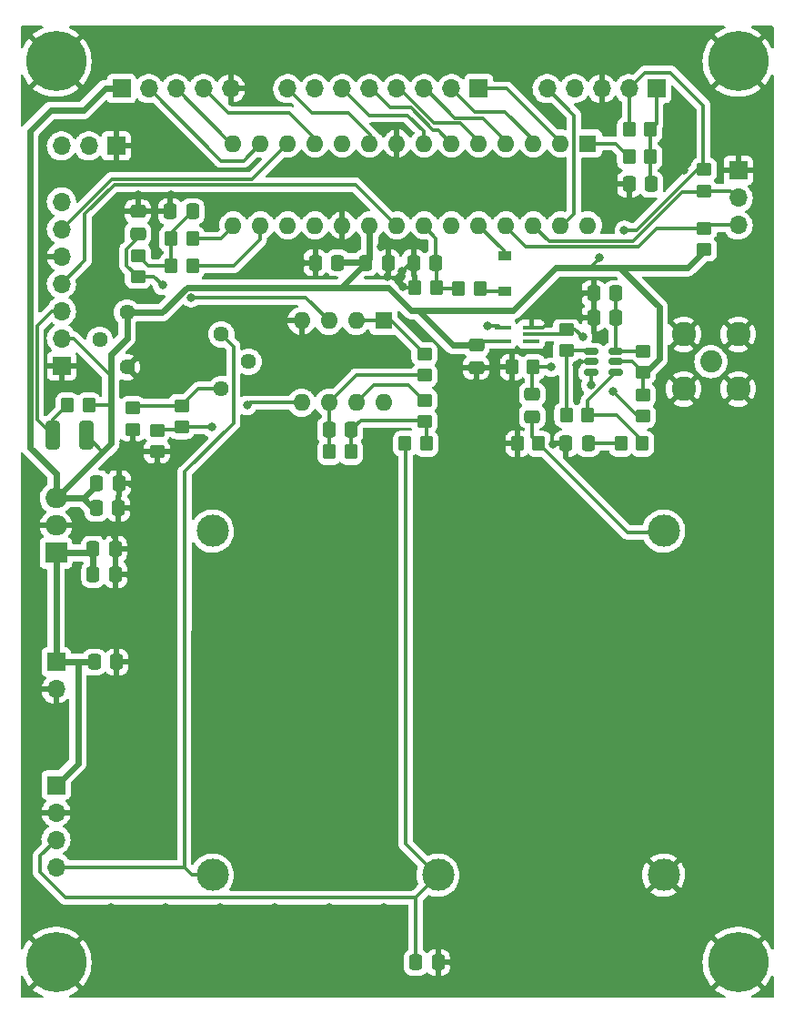
<source format=gbr>
%TF.GenerationSoftware,KiCad,Pcbnew,6.0.4*%
%TF.CreationDate,2022-04-29T13:24:52-05:00*%
%TF.ProjectId,gpsdo-controller,67707364-6f2d-4636-9f6e-74726f6c6c65,rev?*%
%TF.SameCoordinates,Original*%
%TF.FileFunction,Copper,L1,Top*%
%TF.FilePolarity,Positive*%
%FSLAX46Y46*%
G04 Gerber Fmt 4.6, Leading zero omitted, Abs format (unit mm)*
G04 Created by KiCad (PCBNEW 6.0.4) date 2022-04-29 13:24:52*
%MOMM*%
%LPD*%
G01*
G04 APERTURE LIST*
G04 Aperture macros list*
%AMRoundRect*
0 Rectangle with rounded corners*
0 $1 Rounding radius*
0 $2 $3 $4 $5 $6 $7 $8 $9 X,Y pos of 4 corners*
0 Add a 4 corners polygon primitive as box body*
4,1,4,$2,$3,$4,$5,$6,$7,$8,$9,$2,$3,0*
0 Add four circle primitives for the rounded corners*
1,1,$1+$1,$2,$3*
1,1,$1+$1,$4,$5*
1,1,$1+$1,$6,$7*
1,1,$1+$1,$8,$9*
0 Add four rect primitives between the rounded corners*
20,1,$1+$1,$2,$3,$4,$5,0*
20,1,$1+$1,$4,$5,$6,$7,0*
20,1,$1+$1,$6,$7,$8,$9,0*
20,1,$1+$1,$8,$9,$2,$3,0*%
G04 Aperture macros list end*
%TA.AperFunction,ComponentPad*%
%ADD10C,1.440000*%
%TD*%
%TA.AperFunction,SMDPad,CuDef*%
%ADD11RoundRect,0.250000X-0.337500X-0.475000X0.337500X-0.475000X0.337500X0.475000X-0.337500X0.475000X0*%
%TD*%
%TA.AperFunction,SMDPad,CuDef*%
%ADD12RoundRect,0.250000X0.337500X0.475000X-0.337500X0.475000X-0.337500X-0.475000X0.337500X-0.475000X0*%
%TD*%
%TA.AperFunction,ComponentPad*%
%ADD13R,1.700000X1.700000*%
%TD*%
%TA.AperFunction,ComponentPad*%
%ADD14O,1.700000X1.700000*%
%TD*%
%TA.AperFunction,SMDPad,CuDef*%
%ADD15RoundRect,0.250000X0.450000X-0.350000X0.450000X0.350000X-0.450000X0.350000X-0.450000X-0.350000X0*%
%TD*%
%TA.AperFunction,SMDPad,CuDef*%
%ADD16RoundRect,0.250000X-0.350000X-0.450000X0.350000X-0.450000X0.350000X0.450000X-0.350000X0.450000X0*%
%TD*%
%TA.AperFunction,SMDPad,CuDef*%
%ADD17R,1.200000X0.900000*%
%TD*%
%TA.AperFunction,ComponentPad*%
%ADD18R,1.600000X1.600000*%
%TD*%
%TA.AperFunction,ComponentPad*%
%ADD19O,1.600000X1.600000*%
%TD*%
%TA.AperFunction,SMDPad,CuDef*%
%ADD20RoundRect,0.250000X-0.450000X0.350000X-0.450000X-0.350000X0.450000X-0.350000X0.450000X0.350000X0*%
%TD*%
%TA.AperFunction,SMDPad,CuDef*%
%ADD21RoundRect,0.250000X0.350000X0.450000X-0.350000X0.450000X-0.350000X-0.450000X0.350000X-0.450000X0*%
%TD*%
%TA.AperFunction,SMDPad,CuDef*%
%ADD22RoundRect,0.250000X0.400000X1.075000X-0.400000X1.075000X-0.400000X-1.075000X0.400000X-1.075000X0*%
%TD*%
%TA.AperFunction,ComponentPad*%
%ADD23R,2.000000X1.905000*%
%TD*%
%TA.AperFunction,ComponentPad*%
%ADD24O,2.000000X1.905000*%
%TD*%
%TA.AperFunction,SMDPad,CuDef*%
%ADD25RoundRect,0.250000X0.475000X-0.337500X0.475000X0.337500X-0.475000X0.337500X-0.475000X-0.337500X0*%
%TD*%
%TA.AperFunction,ComponentPad*%
%ADD26C,3.000000*%
%TD*%
%TA.AperFunction,SMDPad,CuDef*%
%ADD27RoundRect,0.150000X-0.512500X-0.150000X0.512500X-0.150000X0.512500X0.150000X-0.512500X0.150000X0*%
%TD*%
%TA.AperFunction,SMDPad,CuDef*%
%ADD28RoundRect,0.250000X-0.475000X0.337500X-0.475000X-0.337500X0.475000X-0.337500X0.475000X0.337500X0*%
%TD*%
%TA.AperFunction,ComponentPad*%
%ADD29C,2.050000*%
%TD*%
%TA.AperFunction,ComponentPad*%
%ADD30C,2.250000*%
%TD*%
%TA.AperFunction,ComponentPad*%
%ADD31C,5.600000*%
%TD*%
%TA.AperFunction,SMDPad,CuDef*%
%ADD32R,1.500000X0.400000*%
%TD*%
%TA.AperFunction,ViaPad*%
%ADD33C,0.800000*%
%TD*%
%TA.AperFunction,Conductor*%
%ADD34C,0.304800*%
%TD*%
%TA.AperFunction,Conductor*%
%ADD35C,0.609600*%
%TD*%
G04 APERTURE END LIST*
D10*
%TO.P,RV2,1,1*%
%TO.N,VREF*%
X99205000Y-68570000D03*
%TO.P,RV2,2,2*%
%TO.N,Net-(R14-Pad2)*%
X101745000Y-71110000D03*
%TO.P,RV2,3,3*%
X99205000Y-73650000D03*
%TD*%
D11*
%TO.P,C2,1*%
%TO.N,GND*%
X94445000Y-57150000D03*
%TO.P,C2,2*%
%TO.N,PWM*%
X96520000Y-57150000D03*
%TD*%
D12*
%TO.P,C5,1*%
%TO.N,Net-(C4-Pad2)*%
X135933000Y-67056000D03*
%TO.P,C5,2*%
%TO.N,GND*%
X133858000Y-67056000D03*
%TD*%
D13*
%TO.P,J5,1,Pin_1*%
%TO.N,+12V*%
X83820000Y-110500000D03*
D14*
%TO.P,J5,2,Pin_2*%
%TO.N,GND*%
X83820000Y-113040000D03*
%TO.P,J5,3,Pin_3*%
%TO.N,EFC*%
X83820000Y-115580000D03*
%TO.P,J5,4,Pin_4*%
%TO.N,VREF*%
X83820000Y-118120000D03*
%TD*%
D15*
%TO.P,R17,1*%
%TO.N,GND*%
X93218000Y-79486000D03*
%TO.P,R17,2*%
%TO.N,Net-(R16-Pad2)*%
X93218000Y-77486000D03*
%TD*%
%TO.P,R2,1*%
%TO.N,Net-(C1-Pad2)*%
X138430000Y-76200000D03*
%TO.P,R2,2*%
%TO.N,+5V*%
X138430000Y-74200000D03*
%TD*%
D16*
%TO.P,R24,1*%
%TO.N,GND*%
X117211600Y-64262000D03*
%TO.P,R24,2*%
%TO.N,Net-(C18-Pad2)*%
X119211600Y-64262000D03*
%TD*%
D11*
%TO.P,C4,1*%
%TO.N,GND*%
X133858000Y-64770000D03*
%TO.P,C4,2*%
%TO.N,Net-(C4-Pad2)*%
X135933000Y-64770000D03*
%TD*%
D12*
%TO.P,C14,1*%
%TO.N,GND*%
X89683500Y-82448400D03*
%TO.P,C14,2*%
%TO.N,+5V*%
X87608500Y-82448400D03*
%TD*%
D13*
%TO.P,J8,1,Pin_1*%
%TO.N,GND*%
X147320000Y-53340000D03*
D14*
%TO.P,J8,2,Pin_2*%
%TO.N,S1*%
X147320000Y-55880000D03*
%TO.P,J8,3,Pin_3*%
%TO.N,S2*%
X147320000Y-58420000D03*
%TD*%
D13*
%TO.P,J9,1,Pin_1*%
%TO.N,D0*%
X123175000Y-45720000D03*
D14*
%TO.P,J9,2,Pin_2*%
%TO.N,D1*%
X120635000Y-45720000D03*
%TO.P,J9,3,Pin_3*%
%TO.N,D2*%
X118095000Y-45720000D03*
%TO.P,J9,4,Pin_4*%
%TO.N,D3*%
X115555000Y-45720000D03*
%TO.P,J9,5,Pin_5*%
%TO.N,D4*%
X113015000Y-45720000D03*
%TO.P,J9,6,Pin_6*%
%TO.N,D5*%
X110475000Y-45720000D03*
%TO.P,J9,7,Pin_7*%
%TO.N,D6*%
X107935000Y-45720000D03*
%TO.P,J9,8,Pin_8*%
%TO.N,D7*%
X105395000Y-45720000D03*
%TD*%
D11*
%TO.P,C6,1*%
%TO.N,GND*%
X137160000Y-54610000D03*
%TO.P,C6,2*%
%TO.N,PROG*%
X139235000Y-54610000D03*
%TD*%
D17*
%TO.P,D1,1,K*%
%TO.N,Net-(D1-Pad1)*%
X125577600Y-64541400D03*
%TO.P,D1,2,A*%
%TO.N,Net-(D1-Pad2)*%
X125577600Y-61241400D03*
%TD*%
D16*
%TO.P,R6,1*%
%TO.N,PWM*%
X94520000Y-59690000D03*
%TO.P,R6,2*%
%TO.N,Net-(R6-Pad2)*%
X96520000Y-59690000D03*
%TD*%
D15*
%TO.P,R21,1*%
%TO.N,S1*%
X144145000Y-55245000D03*
%TO.P,R21,2*%
%TO.N,+5V*%
X144145000Y-53245000D03*
%TD*%
D18*
%TO.P,U5,1*%
%TO.N,Net-(R15-Pad1)*%
X114300000Y-67310000D03*
D19*
%TO.P,U5,2,-*%
X111760000Y-67310000D03*
%TO.P,U5,3,+*%
%TO.N,Net-(C11-Pad2)*%
X109220000Y-67310000D03*
%TO.P,U5,4,V-*%
%TO.N,GND*%
X106680000Y-67310000D03*
%TO.P,U5,5,+*%
%TO.N,Net-(R16-Pad2)*%
X106680000Y-74930000D03*
%TO.P,U5,6,-*%
%TO.N,Net-(C15-Pad1)*%
X109220000Y-74930000D03*
%TO.P,U5,7*%
%TO.N,Net-(R22-Pad1)*%
X111760000Y-74930000D03*
%TO.P,U5,8,V+*%
%TO.N,+12V*%
X114300000Y-74930000D03*
%TD*%
D20*
%TO.P,R15,1*%
%TO.N,Net-(R15-Pad1)*%
X118110000Y-70390000D03*
%TO.P,R15,2*%
%TO.N,Net-(C15-Pad1)*%
X118110000Y-72390000D03*
%TD*%
D13*
%TO.P,J3,1,Pin_1*%
%TO.N,GND*%
X84328000Y-71501000D03*
D14*
%TO.P,J3,2,Pin_2*%
%TO.N,+5V*%
X84328000Y-68961000D03*
%TO.P,J3,3,Pin_3*%
%TO.N,Net-(J3-Pad3)*%
X84328000Y-66421000D03*
%TO.P,J3,4,Pin_4*%
%TO.N,RS*%
X84328000Y-63881000D03*
%TO.P,J3,5,Pin_5*%
%TO.N,GND*%
X84328000Y-61341000D03*
%TO.P,J3,6,Pin_6*%
%TO.N,E*%
X84328000Y-58801000D03*
%TO.P,J3,7,Pin_7*%
%TO.N,CON*%
X84328000Y-56261000D03*
%TD*%
D21*
%TO.P,R13,1*%
%TO.N,+5V*%
X86868000Y-75184000D03*
%TO.P,R13,2*%
%TO.N,Net-(J3-Pad3)*%
X84868000Y-75184000D03*
%TD*%
D20*
%TO.P,R22,1*%
%TO.N,Net-(R22-Pad1)*%
X118110000Y-74692000D03*
%TO.P,R22,2*%
%TO.N,Net-(C15-Pad2)*%
X118110000Y-76692000D03*
%TD*%
D22*
%TO.P,R12,1*%
%TO.N,+5V*%
X86614000Y-77978000D03*
%TO.P,R12,2*%
%TO.N,Net-(J3-Pad3)*%
X83514000Y-77978000D03*
%TD*%
D16*
%TO.P,R1,1*%
%TO.N,GND*%
X126762000Y-78740000D03*
%TO.P,R1,2*%
%TO.N,RFIN*%
X128762000Y-78740000D03*
%TD*%
D20*
%TO.P,R20,1*%
%TO.N,RFOUT*%
X131318000Y-68088000D03*
%TO.P,R20,2*%
%TO.N,Net-(R20-Pad2)*%
X131318000Y-70088000D03*
%TD*%
D23*
%TO.P,U6,1,VI*%
%TO.N,+12V*%
X83820000Y-88900000D03*
D24*
%TO.P,U6,2,GND*%
%TO.N,GND*%
X83820000Y-86360000D03*
%TO.P,U6,3,VO*%
%TO.N,+5V*%
X83820000Y-83820000D03*
%TD*%
D25*
%TO.P,C1,1*%
%TO.N,RFIN*%
X128143000Y-76221500D03*
%TO.P,C1,2*%
%TO.N,Net-(C1-Pad2)*%
X128143000Y-74146500D03*
%TD*%
D21*
%TO.P,R25,1*%
%TO.N,Net-(D1-Pad1)*%
X123317000Y-64287400D03*
%TO.P,R25,2*%
%TO.N,Net-(C18-Pad2)*%
X121317000Y-64287400D03*
%TD*%
D11*
%TO.P,C15,1*%
%TO.N,Net-(C15-Pad1)*%
X109220000Y-77470000D03*
%TO.P,C15,2*%
%TO.N,Net-(C15-Pad2)*%
X111295000Y-77470000D03*
%TD*%
D26*
%TO.P,U4,1,GND*%
%TO.N,GND*%
X140380000Y-118870000D03*
%TO.P,U4,2,EFC*%
%TO.N,EFC*%
X119380000Y-118870000D03*
%TO.P,U4,3,VREF*%
%TO.N,VREF*%
X98380000Y-118870000D03*
%TO.P,U4,4,VCC*%
%TO.N,+12V*%
X98380000Y-86870000D03*
%TO.P,U4,5,OUT*%
%TO.N,RFIN*%
X140380000Y-86870000D03*
%TD*%
D27*
%TO.P,U1,1*%
%TO.N,Net-(R20-Pad2)*%
X133615000Y-70170000D03*
%TO.P,U1,2,V-*%
%TO.N,GND*%
X133615000Y-71120000D03*
%TO.P,U1,3,+*%
%TO.N,Net-(C1-Pad2)*%
X133615000Y-72070000D03*
%TO.P,U1,4,-*%
%TO.N,Net-(R4-Pad2)*%
X135890000Y-72070000D03*
%TO.P,U1,5,~{PD}*%
%TO.N,+5V*%
X135890000Y-71120000D03*
%TO.P,U1,6,V+*%
%TO.N,Net-(C4-Pad2)*%
X135890000Y-70170000D03*
%TD*%
D10*
%TO.P,RV1,1,1*%
%TO.N,+5V*%
X90424000Y-66548000D03*
%TO.P,RV1,2,2*%
%TO.N,CON*%
X87884000Y-69088000D03*
%TO.P,RV1,3,3*%
%TO.N,GND*%
X90424000Y-71628000D03*
%TD*%
D20*
%TO.P,R16,1*%
%TO.N,Net-(R14-Pad2)*%
X95504000Y-75216000D03*
%TO.P,R16,2*%
%TO.N,Net-(R16-Pad2)*%
X95504000Y-77216000D03*
%TD*%
D28*
%TO.P,C11,1*%
%TO.N,GND*%
X91440000Y-57150000D03*
%TO.P,C11,2*%
%TO.N,Net-(C11-Pad2)*%
X91440000Y-59225000D03*
%TD*%
D29*
%TO.P,J1,1,In*%
%TO.N,RFOUT*%
X144780000Y-71120000D03*
D30*
%TO.P,J1,2,Ext*%
%TO.N,GND*%
X147320000Y-68580000D03*
X142240000Y-68580000D03*
X147320000Y-73660000D03*
X142240000Y-73660000D03*
%TD*%
D12*
%TO.P,C9,1*%
%TO.N,+5V*%
X110025000Y-61925200D03*
%TO.P,C9,2*%
%TO.N,GND*%
X107950000Y-61925200D03*
%TD*%
D16*
%TO.P,R3,1*%
%TO.N,GND*%
X126254000Y-71628000D03*
%TO.P,R3,2*%
%TO.N,Net-(C1-Pad2)*%
X128254000Y-71628000D03*
%TD*%
D12*
%TO.P,C12,1*%
%TO.N,GND*%
X89327900Y-88544400D03*
%TO.P,C12,2*%
%TO.N,+12V*%
X87252900Y-88544400D03*
%TD*%
D13*
%TO.P,J6,1,Pin_1*%
%TO.N,PROG*%
X139700000Y-45720000D03*
D14*
%TO.P,J6,2,Pin_2*%
%TO.N,+5V*%
X137160000Y-45720000D03*
%TO.P,J6,3,Pin_3*%
%TO.N,GND*%
X134620000Y-45720000D03*
%TO.P,J6,4,Pin_4*%
%TO.N,ICSPDAT*%
X132080000Y-45720000D03*
%TO.P,J6,5,Pin_5*%
%TO.N,ICSPCLK*%
X129540000Y-45720000D03*
%TD*%
D21*
%TO.P,R10,1*%
%TO.N,PROG*%
X139160000Y-52070000D03*
%TO.P,R10,2*%
%TO.N,Net-(R10-Pad2)*%
X137160000Y-52070000D03*
%TD*%
D31*
%TO.P,H2,1,1*%
%TO.N,GND*%
X147320000Y-127000000D03*
%TD*%
D11*
%TO.P,C3,1*%
%TO.N,GND*%
X131275000Y-78740000D03*
%TO.P,C3,2*%
%TO.N,Net-(C3-Pad2)*%
X133350000Y-78740000D03*
%TD*%
D13*
%TO.P,J2,1,Pin_1*%
%TO.N,GND*%
X89408000Y-51054000D03*
D14*
%TO.P,J2,2,Pin_2*%
%TO.N,RX*%
X86868000Y-51054000D03*
%TO.P,J2,3,Pin_3*%
%TO.N,TX*%
X84328000Y-51054000D03*
%TD*%
D21*
%TO.P,R5,1*%
%TO.N,Net-(R4-Pad2)*%
X133318000Y-76073000D03*
%TO.P,R5,2*%
%TO.N,Net-(R20-Pad2)*%
X131318000Y-76073000D03*
%TD*%
D31*
%TO.P,H3,1,1*%
%TO.N,GND*%
X83820000Y-43180000D03*
%TD*%
D12*
%TO.P,C8,1*%
%TO.N,GND*%
X114724000Y-61925200D03*
%TO.P,C8,2*%
%TO.N,+5V*%
X112649000Y-61925200D03*
%TD*%
D21*
%TO.P,R23,1*%
%TO.N,Net-(C15-Pad2)*%
X118287800Y-78740000D03*
%TO.P,R23,2*%
%TO.N,EFC*%
X116287800Y-78740000D03*
%TD*%
%TO.P,R7,1*%
%TO.N,Net-(R7-Pad1)*%
X96520000Y-62230000D03*
%TO.P,R7,2*%
%TO.N,PWM*%
X94520000Y-62230000D03*
%TD*%
D32*
%TO.P,U2,1*%
%TO.N,N/C*%
X128076000Y-69230000D03*
%TO.P,U2,2*%
%TO.N,RFOUT*%
X128076000Y-68580000D03*
%TO.P,U2,3,GND*%
%TO.N,GND*%
X128076000Y-67930000D03*
%TO.P,U2,4*%
%TO.N,10MHZ*%
X125416000Y-67930000D03*
%TO.P,U2,5,VCC*%
%TO.N,+5V*%
X125416000Y-69230000D03*
%TD*%
D16*
%TO.P,R18,1*%
%TO.N,Net-(C15-Pad1)*%
X109252000Y-79502000D03*
%TO.P,R18,2*%
%TO.N,Net-(C15-Pad2)*%
X111252000Y-79502000D03*
%TD*%
D20*
%TO.P,R11,1*%
%TO.N,PWM*%
X91440000Y-61230000D03*
%TO.P,R11,2*%
%TO.N,Net-(C11-Pad2)*%
X91440000Y-63230000D03*
%TD*%
D21*
%TO.P,R8,1*%
%TO.N,PROG*%
X139160000Y-49530000D03*
%TO.P,R8,2*%
%TO.N,+5V*%
X137160000Y-49530000D03*
%TD*%
D11*
%TO.P,C18,1*%
%TO.N,GND*%
X117101800Y-61925200D03*
%TO.P,C18,2*%
%TO.N,Net-(C18-Pad2)*%
X119176800Y-61925200D03*
%TD*%
D31*
%TO.P,H1,1,1*%
%TO.N,GND*%
X147320000Y-43180000D03*
%TD*%
D15*
%TO.P,R14,1*%
%TO.N,GND*%
X90932000Y-77438000D03*
%TO.P,R14,2*%
%TO.N,Net-(R14-Pad2)*%
X90932000Y-75438000D03*
%TD*%
D12*
%TO.P,C13,1*%
%TO.N,GND*%
X89636600Y-84734400D03*
%TO.P,C13,2*%
%TO.N,+5V*%
X87561600Y-84734400D03*
%TD*%
D15*
%TO.P,R19,1*%
%TO.N,+5V*%
X144145000Y-60690000D03*
%TO.P,R19,2*%
%TO.N,S2*%
X144145000Y-58690000D03*
%TD*%
D28*
%TO.P,C7,1*%
%TO.N,+5V*%
X122936000Y-69596000D03*
%TO.P,C7,2*%
%TO.N,GND*%
X122936000Y-71671000D03*
%TD*%
D20*
%TO.P,R9,1*%
%TO.N,Net-(C4-Pad2)*%
X138430000Y-70120000D03*
%TO.P,R9,2*%
%TO.N,+5V*%
X138430000Y-72120000D03*
%TD*%
D12*
%TO.P,C10,1*%
%TO.N,GND*%
X89349400Y-90906600D03*
%TO.P,C10,2*%
%TO.N,+12V*%
X87274400Y-90906600D03*
%TD*%
D11*
%TO.P,C17,1*%
%TO.N,+12V*%
X87376000Y-99060000D03*
%TO.P,C17,2*%
%TO.N,GND*%
X89451000Y-99060000D03*
%TD*%
D13*
%TO.P,J7,1,Pin_1*%
%TO.N,+12V*%
X83820000Y-99060000D03*
D14*
%TO.P,J7,2,Pin_2*%
%TO.N,GND*%
X83820000Y-101600000D03*
%TD*%
D13*
%TO.P,J4,1,Pin_1*%
%TO.N,+5V*%
X89916000Y-45720000D03*
D14*
%TO.P,J4,2,Pin_2*%
%TO.N,GPSRX*%
X92456000Y-45720000D03*
%TO.P,J4,3,Pin_3*%
%TO.N,GPSTX*%
X94996000Y-45720000D03*
%TO.P,J4,4,Pin_4*%
%TO.N,PPS*%
X97536000Y-45720000D03*
%TO.P,J4,5,Pin_5*%
%TO.N,GND*%
X100076000Y-45720000D03*
%TD*%
D16*
%TO.P,R4,1*%
%TO.N,Net-(C3-Pad2)*%
X136398000Y-78740000D03*
%TO.P,R4,2*%
%TO.N,Net-(R4-Pad2)*%
X138398000Y-78740000D03*
%TD*%
D18*
%TO.P,U3,1,RE3/~{MCLR}/Vpp*%
%TO.N,Net-(R10-Pad2)*%
X133340000Y-50810000D03*
D19*
%TO.P,U3,2,ULPWU/C12IN0-/AN0/RA0*%
%TO.N,D0*%
X130800000Y-50810000D03*
%TO.P,U3,3,C12IN1-/AN1/RA1*%
%TO.N,D1*%
X128260000Y-50810000D03*
%TO.P,U3,4,CVref/C2IN1+/Vref-/AN2/RA2*%
%TO.N,D2*%
X125720000Y-50810000D03*
%TO.P,U3,5,C1IN+/Vref+/AN3/RA3*%
%TO.N,D3*%
X123180000Y-50810000D03*
%TO.P,U3,6,T0CKI/C1OUT/RA4*%
%TO.N,D4*%
X120640000Y-50810000D03*
%TO.P,U3,7,~{SS}/C2OUT/AN4/RA5*%
%TO.N,D5*%
X118100000Y-50810000D03*
%TO.P,U3,8,VSS*%
%TO.N,GND*%
X115560000Y-50810000D03*
%TO.P,U3,9,CLKIN/OSC1/RA7*%
%TO.N,D7*%
X113020000Y-50810000D03*
%TO.P,U3,10,CLKOUT/OSC2/RA6*%
%TO.N,D6*%
X110480000Y-50810000D03*
%TO.P,U3,11,RC0/T1OSO/T1CK1*%
%TO.N,PPS*%
X107940000Y-50810000D03*
%TO.P,U3,12,RC1/T1OSI/CCP2*%
%TO.N,E*%
X105400000Y-50810000D03*
%TO.P,U3,13,RC2/P1A/CCP1*%
%TO.N,GPSRX*%
X102860000Y-50810000D03*
%TO.P,U3,14,RC3/SCK/SCL*%
%TO.N,GPSTX*%
X100320000Y-50810000D03*
%TO.P,U3,15,RC4/SDI/SDA*%
%TO.N,Net-(R6-Pad2)*%
X100320000Y-58430000D03*
%TO.P,U3,16,RC5/SDO*%
%TO.N,Net-(R7-Pad1)*%
X102860000Y-58430000D03*
%TO.P,U3,17,RC6/TX/CK*%
%TO.N,TX*%
X105400000Y-58430000D03*
%TO.P,U3,18,RC7/RX/DT*%
%TO.N,RX*%
X107940000Y-58430000D03*
%TO.P,U3,19,VSS*%
%TO.N,GND*%
X110480000Y-58430000D03*
%TO.P,U3,20,VDD*%
%TO.N,+5V*%
X113020000Y-58430000D03*
%TO.P,U3,21,INT/AN12/RB0*%
%TO.N,RS*%
X115560000Y-58430000D03*
%TO.P,U3,22,P1C/AN10/RB1*%
%TO.N,Net-(C18-Pad2)*%
X118100000Y-58430000D03*
%TO.P,U3,23,P1B/AN8/RB2*%
%TO.N,10MHZ*%
X120640000Y-58430000D03*
%TO.P,U3,24,PGM/C12IN2-/AN8/RB3*%
%TO.N,Net-(D1-Pad2)*%
X123180000Y-58430000D03*
%TO.P,U3,25,P1D/AN11/RB4*%
%TO.N,S2*%
X125720000Y-58430000D03*
%TO.P,U3,26,~{T1G}/AN13/RB5*%
%TO.N,S1*%
X128260000Y-58430000D03*
%TO.P,U3,27,ICSPCLK/RB6*%
%TO.N,ICSPCLK*%
X130800000Y-58430000D03*
%TO.P,U3,28,ICSPDAT/RB7*%
%TO.N,ICSPDAT*%
X133340000Y-58430000D03*
%TD*%
D11*
%TO.P,C16,1*%
%TO.N,EFC*%
X117305000Y-127000000D03*
%TO.P,C16,2*%
%TO.N,GND*%
X119380000Y-127000000D03*
%TD*%
D31*
%TO.P,H4,1,1*%
%TO.N,GND*%
X83820000Y-127000000D03*
%TD*%
D33*
%TO.N,Net-(C1-Pad2)*%
X135636000Y-73914000D03*
X133604000Y-73279000D03*
X129921000Y-71628000D03*
%TO.N,GND*%
X109220000Y-55880000D03*
X111760000Y-53340000D03*
X104140000Y-106680000D03*
X122910600Y-73025000D03*
X106680000Y-53340000D03*
X144780000Y-116840000D03*
X144780000Y-91440000D03*
X134620000Y-106680000D03*
X114300000Y-53340000D03*
X93980000Y-101600000D03*
X114122200Y-60375800D03*
X104140000Y-71120000D03*
X94488000Y-55626000D03*
X149860000Y-55880000D03*
X124460000Y-101600000D03*
X81280000Y-121920000D03*
X149860000Y-111760000D03*
X124460000Y-96520000D03*
X127000000Y-53340000D03*
X129540000Y-121920000D03*
X129540000Y-53340000D03*
X109220000Y-101600000D03*
X93980000Y-111760000D03*
X99060000Y-111760000D03*
X104140000Y-81280000D03*
X132308600Y-71399400D03*
X101600000Y-43180000D03*
X149860000Y-91440000D03*
X106680000Y-71120000D03*
X129540000Y-101600000D03*
X109220000Y-96520000D03*
X125298200Y-78765400D03*
X134620000Y-96520000D03*
X119380000Y-111760000D03*
X139700000Y-81280000D03*
X90678000Y-90957400D03*
X109220000Y-106680000D03*
X139700000Y-106680000D03*
X104140000Y-60960000D03*
X129540000Y-91440000D03*
X90932000Y-84759800D03*
X142240000Y-43180000D03*
X109220000Y-86360000D03*
X104140000Y-101600000D03*
X129946400Y-74269600D03*
X139700000Y-127000000D03*
X142240000Y-48260000D03*
X92202000Y-91440000D03*
X121920000Y-76200000D03*
X149860000Y-60960000D03*
X109220000Y-121920000D03*
X114300000Y-71120000D03*
X93980000Y-121920000D03*
X139700000Y-96520000D03*
X117094000Y-60325000D03*
X81280000Y-106680000D03*
X104140000Y-91440000D03*
X121920000Y-55880000D03*
X93980000Y-116840000D03*
X124460000Y-55880000D03*
X124460000Y-121920000D03*
X116840000Y-53340000D03*
X81280000Y-93980000D03*
X134620000Y-116840000D03*
X104140000Y-121920000D03*
X95250000Y-71628000D03*
X97790000Y-58420000D03*
X113944400Y-81305400D03*
X114300000Y-121920000D03*
X105410000Y-62230000D03*
X119380000Y-121920000D03*
X88900000Y-116840000D03*
X106680000Y-43180000D03*
X142240000Y-50800000D03*
X104140000Y-116840000D03*
X104140000Y-68580000D03*
X144780000Y-86360000D03*
X134620000Y-91440000D03*
X133375400Y-53340000D03*
X144780000Y-96520000D03*
X114300000Y-106680000D03*
X91440000Y-55626000D03*
X86360000Y-93980000D03*
X149860000Y-66040000D03*
X99060000Y-127000000D03*
X121920000Y-53340000D03*
X106756200Y-61925200D03*
X99060000Y-81280000D03*
X111760000Y-43180000D03*
X130098800Y-78765400D03*
X93980000Y-96520000D03*
X124460000Y-116840000D03*
X149860000Y-71120000D03*
X132664200Y-64846200D03*
X116840000Y-55880000D03*
X99060000Y-91440000D03*
X126212600Y-73126600D03*
X124714000Y-71628000D03*
X144780000Y-106680000D03*
X149860000Y-96520000D03*
X149860000Y-86360000D03*
X119380000Y-53340000D03*
X129540000Y-111760000D03*
X88900000Y-111760000D03*
X139700000Y-111760000D03*
X144780000Y-121920000D03*
X149860000Y-116840000D03*
X129540000Y-96520000D03*
X149860000Y-50800000D03*
X114300000Y-101600000D03*
X132080000Y-43180000D03*
X124460000Y-127000000D03*
X102870000Y-62230000D03*
X104140000Y-111760000D03*
X90932000Y-78740000D03*
X109220000Y-127000000D03*
X95250000Y-67056000D03*
X88900000Y-127000000D03*
X99060000Y-106680000D03*
X93218000Y-80772000D03*
X109220000Y-71120000D03*
X114300000Y-86360000D03*
X109220000Y-111760000D03*
X109220000Y-91440000D03*
X149860000Y-101600000D03*
X104394000Y-76327000D03*
X124460000Y-76200000D03*
X124460000Y-106680000D03*
X127000000Y-43180000D03*
X93980000Y-127000000D03*
X149860000Y-81280000D03*
X149860000Y-106680000D03*
X114706400Y-63220600D03*
X104140000Y-96520000D03*
X88900000Y-101600000D03*
X124460000Y-53340000D03*
X90906600Y-82473800D03*
X109220000Y-116840000D03*
X149860000Y-76200000D03*
X106680000Y-55880000D03*
X104140000Y-73660000D03*
X91440000Y-43180000D03*
X119380000Y-55880000D03*
X124460000Y-86360000D03*
X144780000Y-76200000D03*
X114300000Y-116840000D03*
X90932000Y-99060000D03*
X88900000Y-121920000D03*
X142240000Y-53340000D03*
X124460000Y-91440000D03*
X134620000Y-121920000D03*
X129540000Y-86360000D03*
X139700000Y-121920000D03*
X144780000Y-81280000D03*
X138557000Y-56540400D03*
X91440000Y-48260000D03*
X99060000Y-96520000D03*
X144780000Y-66040000D03*
X119380000Y-91440000D03*
X149860000Y-121920000D03*
X144780000Y-101600000D03*
X121920000Y-43180000D03*
X129540000Y-116840000D03*
X107696000Y-76581000D03*
X134620000Y-111760000D03*
X129540000Y-127000000D03*
X121920000Y-78740000D03*
X134620000Y-127000000D03*
X133375400Y-55981600D03*
X116103400Y-64135000D03*
X93980000Y-106680000D03*
X99060000Y-101600000D03*
X124460000Y-111760000D03*
X114300000Y-96520000D03*
X119380000Y-86360000D03*
X119380000Y-96520000D03*
X116052600Y-62712600D03*
X97790000Y-55880000D03*
X114300000Y-91440000D03*
X139700000Y-91440000D03*
X99060000Y-121920000D03*
X104140000Y-127000000D03*
X89306400Y-87249000D03*
X109220000Y-53340000D03*
X119380000Y-106680000D03*
X96520000Y-43180000D03*
X114300000Y-111760000D03*
X144780000Y-111760000D03*
X134620000Y-101600000D03*
X129540000Y-106680000D03*
X92456000Y-82169000D03*
X93980000Y-50800000D03*
X137160000Y-43180000D03*
X129540000Y-55880000D03*
X132613400Y-67056000D03*
X116840000Y-43180000D03*
X119380000Y-101600000D03*
X127000000Y-55880000D03*
X88900000Y-106680000D03*
X139700000Y-101600000D03*
%TO.N,+5V*%
X136728200Y-58902600D03*
X134391400Y-61391800D03*
%TO.N,Net-(C11-Pad2)*%
X93726000Y-64008000D03*
X96393000Y-65151000D03*
%TO.N,RFOUT*%
X132842000Y-68834000D03*
%TO.N,10MHZ*%
X123952000Y-67818000D03*
%TO.N,Net-(R16-Pad2)*%
X101600000Y-75184000D03*
X98298000Y-77216000D03*
%TD*%
D34*
%TO.N,RFIN*%
X128143000Y-78105000D02*
X137033000Y-86995000D01*
X137033000Y-86995000D02*
X140335000Y-86995000D01*
X128143000Y-76221500D02*
X128143000Y-78105000D01*
%TO.N,Net-(C1-Pad2)*%
X133615000Y-72070000D02*
X133615000Y-73268000D01*
X133615000Y-73268000D02*
X133604000Y-73279000D01*
X128143000Y-74146500D02*
X128143000Y-71755000D01*
X128143000Y-71755000D02*
X128270000Y-71628000D01*
X137922000Y-76200000D02*
X138430000Y-76200000D01*
X129921000Y-71628000D02*
X128143000Y-71628000D01*
X135636000Y-73914000D02*
X137922000Y-76200000D01*
%TO.N,GND*%
X116763800Y-62001400D02*
X116763800Y-61849000D01*
X129130800Y-67930000D02*
X129620000Y-67440800D01*
X130004800Y-67056000D02*
X132613400Y-67056000D01*
X116230400Y-64262000D02*
X116103400Y-64135000D01*
X128076000Y-67930000D02*
X129130800Y-67930000D01*
X129620000Y-67440800D02*
X130004800Y-67056000D01*
X116052600Y-62712600D02*
X116763800Y-62001400D01*
X117211600Y-64262000D02*
X116230400Y-64262000D01*
%TO.N,PWM*%
X94520000Y-59150000D02*
X96520000Y-57150000D01*
X94520000Y-62230000D02*
X94520000Y-59690000D01*
X92440000Y-62230000D02*
X91440000Y-61230000D01*
X94520000Y-62230000D02*
X92440000Y-62230000D01*
%TO.N,Net-(C3-Pad2)*%
X136398000Y-78740000D02*
X133604000Y-78740000D01*
%TO.N,Net-(C4-Pad2)*%
X135890000Y-70170000D02*
X135890000Y-64770000D01*
X138430000Y-70120000D02*
X135874000Y-70120000D01*
%TO.N,PROG*%
X139700000Y-48990000D02*
X139160000Y-49530000D01*
X139160000Y-52070000D02*
X139160000Y-54535000D01*
X139160000Y-52070000D02*
X139160000Y-49530000D01*
X139700000Y-45720000D02*
X139700000Y-48990000D01*
X139160000Y-54535000D02*
X139235000Y-54610000D01*
D35*
%TO.N,+5V*%
X87249000Y-84709000D02*
X86652100Y-84112100D01*
X139954000Y-66040000D02*
X139954000Y-70866000D01*
X87248200Y-84708200D02*
X87249000Y-84709000D01*
X136271000Y-62357000D02*
X139954000Y-66040000D01*
X86360000Y-83820000D02*
X87477600Y-82702400D01*
X81385280Y-79099280D02*
X81385280Y-49678720D01*
D34*
X138633200Y-44246800D02*
X141046200Y-44246800D01*
D35*
X116901385Y-66355385D02*
X117540615Y-66355385D01*
D34*
X137160000Y-45720000D02*
X137160000Y-49530000D01*
X138430000Y-72120000D02*
X138430000Y-74168000D01*
D35*
X86652100Y-84112100D02*
X87223600Y-84683600D01*
X88392000Y-45720000D02*
X89916000Y-45720000D01*
D34*
X137160000Y-45720000D02*
X138633200Y-44246800D01*
X88011000Y-79375000D02*
X88011000Y-79629000D01*
X86868000Y-75184000D02*
X88823800Y-75184000D01*
D35*
X133527800Y-62357000D02*
X136271000Y-62357000D01*
X86360000Y-47752000D02*
X88392000Y-45720000D01*
X83820000Y-81534000D02*
X81385280Y-79099280D01*
D34*
X86614000Y-77978000D02*
X88011000Y-79375000D01*
D35*
X83820000Y-83820000D02*
X88011000Y-79629000D01*
X110200511Y-64246689D02*
X114792689Y-64246689D01*
X113020000Y-58430000D02*
X113020000Y-61554200D01*
X96018421Y-64246689D02*
X110200511Y-64246689D01*
X86360000Y-83820000D02*
X83820000Y-83820000D01*
D34*
X123048000Y-69230000D02*
X122936000Y-69342000D01*
D35*
X83312000Y-47752000D02*
X86360000Y-47752000D01*
D34*
X137414000Y-71120000D02*
X138430000Y-72136000D01*
X144094200Y-47294800D02*
X144094200Y-53238400D01*
X134391400Y-61493400D02*
X133527800Y-62357000D01*
X141046200Y-44246800D02*
X144094200Y-47294800D01*
D35*
X113020000Y-61554200D02*
X112623600Y-61950600D01*
X120781231Y-69596000D02*
X122936000Y-69596000D01*
X130378200Y-62357000D02*
X133527800Y-62357000D01*
X110327511Y-64246689D02*
X110200511Y-64246689D01*
X112572800Y-61849000D02*
X110210600Y-61849000D01*
X90424000Y-66548000D02*
X93717110Y-66548000D01*
D34*
X84328000Y-68961000D02*
X85445600Y-68961000D01*
D35*
X87223600Y-84683600D02*
X87223600Y-84709000D01*
X88925400Y-78714600D02*
X88925400Y-75285600D01*
X88925400Y-70434200D02*
X90424000Y-68935600D01*
X112649000Y-61925200D02*
X110327511Y-64246689D01*
D34*
X134391400Y-61391800D02*
X134391400Y-61493400D01*
D35*
X83820000Y-83820000D02*
X83820000Y-81534000D01*
D34*
X136728200Y-58902600D02*
X137843784Y-58902600D01*
X135890000Y-71120000D02*
X137414000Y-71120000D01*
D35*
X139954000Y-70866000D02*
X138684000Y-72136000D01*
X136271000Y-62357000D02*
X142621000Y-62357000D01*
X88925400Y-72440800D02*
X88925400Y-70434200D01*
D34*
X125416000Y-69230000D02*
X123048000Y-69230000D01*
D35*
X88925400Y-75285600D02*
X88925400Y-72440800D01*
X93717110Y-66548000D02*
X96018421Y-64246689D01*
D34*
X137843784Y-58902600D02*
X143431784Y-53314600D01*
D35*
X142621000Y-62357000D02*
X144272000Y-60706000D01*
X117540615Y-66355385D02*
X120781231Y-69596000D01*
X114792689Y-64246689D02*
X116901385Y-66355385D01*
X129336800Y-63398400D02*
X130378200Y-62357000D01*
X81385280Y-49678720D02*
X83312000Y-47752000D01*
X86652100Y-84112100D02*
X86360000Y-83820000D01*
X126379815Y-66355385D02*
X117540615Y-66355385D01*
X129336800Y-63398400D02*
X126379815Y-66355385D01*
X112649000Y-61925200D02*
X112572800Y-61849000D01*
X88011000Y-79629000D02*
X88925400Y-78714600D01*
D34*
X88823800Y-75184000D02*
X88925400Y-75285600D01*
X85445600Y-68961000D02*
X88925400Y-72440800D01*
D35*
X90424000Y-68935600D02*
X90424000Y-66548000D01*
D34*
X143431784Y-53314600D02*
X144094200Y-53314600D01*
D35*
X87477600Y-82702400D02*
X87477600Y-82473800D01*
%TO.N,+12V*%
X85852000Y-108468000D02*
X85852000Y-99060000D01*
X87223600Y-88573700D02*
X87223600Y-91008200D01*
X85852000Y-99060000D02*
X87376000Y-99060000D01*
X83820000Y-88900000D02*
X86897300Y-88900000D01*
X83820000Y-110500000D02*
X85852000Y-108468000D01*
X83820000Y-99060000D02*
X85852000Y-99060000D01*
X86897300Y-88900000D02*
X87252900Y-88544400D01*
X83820000Y-99060000D02*
X83820000Y-88900000D01*
X87252900Y-88544400D02*
X87223600Y-88573700D01*
D34*
%TO.N,Net-(C11-Pad2)*%
X92948000Y-63230000D02*
X93726000Y-64008000D01*
X91440000Y-59225000D02*
X91440000Y-59578757D01*
X90388080Y-62178080D02*
X91440000Y-63230000D01*
X91440000Y-59578757D02*
X90388080Y-60630677D01*
X107061000Y-65151000D02*
X96393000Y-65151000D01*
X91440000Y-63230000D02*
X92948000Y-63230000D01*
X90388080Y-60630677D02*
X90388080Y-62178080D01*
X109220000Y-67310000D02*
X107061000Y-65151000D01*
%TO.N,Net-(C15-Pad1)*%
X118110000Y-72390000D02*
X111760000Y-72390000D01*
X109220000Y-79470000D02*
X109252000Y-79502000D01*
X111760000Y-72390000D02*
X109220000Y-74930000D01*
X109220000Y-74930000D02*
X109220000Y-79470000D01*
%TO.N,EFC*%
X117855000Y-120395000D02*
X118870000Y-119380000D01*
X117305000Y-127000000D02*
X117305000Y-120945000D01*
X82321400Y-118618000D02*
X84683600Y-120980200D01*
X83820000Y-115580000D02*
X82321400Y-117078600D01*
X118870000Y-119380000D02*
X119380000Y-119380000D01*
X117305000Y-120945000D02*
X117855000Y-120395000D01*
X117269800Y-120980200D02*
X117855000Y-120395000D01*
X82321400Y-117078600D02*
X82321400Y-118618000D01*
X116348000Y-79375000D02*
X116348000Y-115967000D01*
X116348000Y-115967000D02*
X119380000Y-118999000D01*
X84683600Y-120980200D02*
X117269800Y-120980200D01*
%TO.N,RFOUT*%
X131318000Y-68088000D02*
X132096000Y-68088000D01*
X128076000Y-68580000D02*
X130810000Y-68580000D01*
X132096000Y-68088000D02*
X132842000Y-68834000D01*
X130810000Y-68580000D02*
X131318000Y-68072000D01*
%TO.N,RS*%
X86487000Y-61722000D02*
X86487000Y-57404000D01*
X111683800Y-54635400D02*
X115544600Y-58496200D01*
X84328000Y-63881000D02*
X86487000Y-61722000D01*
X86487000Y-57404000D02*
X89255600Y-54635400D01*
X89255600Y-54635400D02*
X111683800Y-54635400D01*
%TO.N,Net-(C15-Pad2)*%
X112184000Y-76581000D02*
X117983000Y-76581000D01*
X118287800Y-76733400D02*
X118084600Y-76530200D01*
X111295000Y-77470000D02*
X112184000Y-76581000D01*
X111295000Y-79459000D02*
X111252000Y-79502000D01*
X118287800Y-78740000D02*
X118287800Y-76733400D01*
X111295000Y-77470000D02*
X111295000Y-79459000D01*
%TO.N,E*%
X102078920Y-54131080D02*
X105384600Y-50825400D01*
X88997920Y-54131080D02*
X102078920Y-54131080D01*
X84328000Y-58801000D02*
X88997920Y-54131080D01*
%TO.N,GPSRX*%
X92456000Y-45720000D02*
X99161600Y-52425600D01*
X99161600Y-52425600D02*
X101269800Y-52425600D01*
X101269800Y-52425600D02*
X102895400Y-50800000D01*
%TO.N,GPSTX*%
X100050600Y-50774600D02*
X100203000Y-50774600D01*
X94996000Y-45720000D02*
X100050600Y-50774600D01*
%TO.N,PPS*%
X105511600Y-48006000D02*
X107950000Y-50444400D01*
X99822000Y-48006000D02*
X105511600Y-48006000D01*
X97536000Y-45720000D02*
X99822000Y-48006000D01*
X107950000Y-50444400D02*
X107950000Y-50774600D01*
%TO.N,VREF*%
X100330000Y-76835000D02*
X95793920Y-81371080D01*
X96510000Y-118870000D02*
X98380000Y-118870000D01*
X95793920Y-81371080D02*
X95793920Y-95976080D01*
X95793920Y-95976080D02*
X95758000Y-96012000D01*
X83820000Y-118120000D02*
X95760000Y-118120000D01*
X99205000Y-68570000D02*
X100330000Y-69695000D01*
X95758000Y-96012000D02*
X95758000Y-118118000D01*
X100330000Y-69695000D02*
X100330000Y-76835000D01*
X95758000Y-118118000D02*
X96510000Y-118870000D01*
%TO.N,ICSPCLK*%
X129540000Y-45720000D02*
X132054600Y-48234600D01*
X132054600Y-57327800D02*
X130784600Y-58597800D01*
X132054600Y-48234600D02*
X132054600Y-57327800D01*
%TO.N,D0*%
X125755400Y-45720000D02*
X130810000Y-50774600D01*
X123175000Y-45720000D02*
X125755400Y-45720000D01*
%TO.N,D1*%
X122794000Y-47879000D02*
X125628400Y-47879000D01*
X120635000Y-45720000D02*
X122794000Y-47879000D01*
X125628400Y-47879000D02*
X128295400Y-50546000D01*
%TO.N,D2*%
X120954800Y-48437800D02*
X123596400Y-48437800D01*
X118237000Y-45720000D02*
X120954800Y-48437800D01*
X125806200Y-50647600D02*
X125806200Y-50774600D01*
X118095000Y-45720000D02*
X118237000Y-45720000D01*
X123596400Y-48437800D02*
X125806200Y-50647600D01*
%TO.N,D3*%
X115555000Y-45720000D02*
X115773200Y-45720000D01*
X120745904Y-48942120D02*
X121459120Y-48942120D01*
X120724184Y-48920400D02*
X120745904Y-48942120D01*
X121459120Y-48942120D02*
X123215400Y-50698400D01*
X115773200Y-45720000D02*
X118973600Y-48920400D01*
X118973600Y-48920400D02*
X120724184Y-48920400D01*
%TO.N,D4*%
X119381720Y-49551720D02*
X118891704Y-49551720D01*
X114960400Y-47498000D02*
X113055400Y-45593000D01*
X118891704Y-49551720D02*
X116837984Y-47498000D01*
X120640000Y-50810000D02*
X119381720Y-49551720D01*
X116837984Y-47498000D02*
X114960400Y-47498000D01*
%TO.N,D5*%
X116560600Y-48183800D02*
X118033800Y-49657000D01*
X112938800Y-48183800D02*
X116560600Y-48183800D01*
X118033800Y-49657000D02*
X118033800Y-50571400D01*
X110475000Y-45720000D02*
X112938800Y-48183800D01*
%TO.N,D7*%
X107655600Y-47980600D02*
X111023400Y-47980600D01*
X105395000Y-45720000D02*
X107655600Y-47980600D01*
X113080800Y-50038000D02*
X113080800Y-50952400D01*
X111023400Y-47980600D02*
X113080800Y-50038000D01*
%TO.N,S1*%
X146608800Y-55245000D02*
X147370800Y-56007000D01*
X128260000Y-58430000D02*
X129723200Y-59893200D01*
X137566400Y-59893200D02*
X142138400Y-55321200D01*
X144145000Y-55245000D02*
X146608800Y-55245000D01*
X129723200Y-59893200D02*
X137566400Y-59893200D01*
X142138400Y-55321200D02*
X144068800Y-55321200D01*
%TO.N,S2*%
X127533400Y-60426600D02*
X125679200Y-58572400D01*
X147320000Y-58420000D02*
X144272000Y-58420000D01*
X144272000Y-58420000D02*
X144170400Y-58521600D01*
X138023600Y-60426600D02*
X127533400Y-60426600D01*
X144145000Y-58690000D02*
X139760200Y-58690000D01*
X139760200Y-58690000D02*
X138023600Y-60426600D01*
%TO.N,Net-(R4-Pad2)*%
X133318000Y-76073000D02*
X136017000Y-76073000D01*
X133318000Y-76073000D02*
X133318000Y-74708000D01*
X136017000Y-76073000D02*
X138557000Y-78613000D01*
X133318000Y-74708000D02*
X135763000Y-72263000D01*
%TO.N,Net-(R6-Pad2)*%
X96520000Y-59690000D02*
X99161600Y-59690000D01*
X99161600Y-59690000D02*
X100380800Y-58470800D01*
X100380800Y-58470800D02*
X100380800Y-58420000D01*
%TO.N,Net-(R7-Pad1)*%
X100330000Y-62230000D02*
X96520000Y-62230000D01*
X100330000Y-62230000D02*
X102793800Y-59766200D01*
X102793800Y-59766200D02*
X102793800Y-58521600D01*
%TO.N,Net-(R10-Pad2)*%
X133340000Y-50810000D02*
X135900000Y-50810000D01*
X135900000Y-50810000D02*
X136956800Y-51866800D01*
%TO.N,10MHZ*%
X124968000Y-67818000D02*
X125095000Y-67945000D01*
X123952000Y-67818000D02*
X124968000Y-67818000D01*
%TO.N,Net-(J3-Pad3)*%
X82042000Y-67818000D02*
X82042000Y-76506000D01*
X82042000Y-76506000D02*
X83514000Y-77978000D01*
X83514000Y-77978000D02*
X83514000Y-76538000D01*
X83514000Y-76538000D02*
X84868000Y-75184000D01*
X83439000Y-66421000D02*
X82042000Y-67818000D01*
X84328000Y-66421000D02*
X83439000Y-66421000D01*
%TO.N,Net-(R14-Pad2)*%
X97038000Y-73650000D02*
X95504000Y-75184000D01*
X99205000Y-73650000D02*
X97038000Y-73650000D01*
X95504000Y-75216000D02*
X90964000Y-75216000D01*
%TO.N,Net-(R15-Pad1)*%
X114300000Y-67310000D02*
X111760000Y-67310000D01*
X114300000Y-67310000D02*
X115030000Y-67310000D01*
X115030000Y-67310000D02*
X118110000Y-70390000D01*
%TO.N,Net-(R16-Pad2)*%
X101600000Y-75184000D02*
X101854000Y-74930000D01*
X95504000Y-77216000D02*
X95250000Y-77470000D01*
X101854000Y-74930000D02*
X106680000Y-74930000D01*
X98298000Y-77216000D02*
X95504000Y-77216000D01*
X95250000Y-77470000D02*
X93218000Y-77470000D01*
%TO.N,Net-(C18-Pad2)*%
X119176800Y-59613800D02*
X118059200Y-58496200D01*
X119176800Y-61925200D02*
X119176800Y-59613800D01*
X119211600Y-64262000D02*
X119211600Y-61985400D01*
X121317000Y-64287400D02*
X119151400Y-64287400D01*
%TO.N,Net-(D1-Pad1)*%
X123494800Y-64541400D02*
X123291600Y-64338200D01*
X125577600Y-64541400D02*
X123494800Y-64541400D01*
%TO.N,Net-(D1-Pad2)*%
X123180000Y-58430000D02*
X125501400Y-60751400D01*
X125501400Y-60751400D02*
X125501400Y-61290200D01*
%TO.N,Net-(R20-Pad2)*%
X131318000Y-70088000D02*
X131318000Y-75565000D01*
X131318000Y-70088000D02*
X133842000Y-70088000D01*
X131318000Y-75565000D02*
X131445000Y-75692000D01*
%TO.N,Net-(R22-Pad1)*%
X113411000Y-73279000D02*
X116586000Y-73279000D01*
X116586000Y-73279000D02*
X117729000Y-74422000D01*
X111760000Y-74930000D02*
X113411000Y-73279000D01*
%TD*%
%TA.AperFunction,Conductor*%
%TO.N,GND*%
G36*
X82574203Y-39898502D02*
G01*
X82620696Y-39952158D01*
X82630800Y-40022432D01*
X82601306Y-40087012D01*
X82558733Y-40118972D01*
X82278034Y-40248079D01*
X82271991Y-40251265D01*
X81970401Y-40431763D01*
X81964755Y-40435571D01*
X81684408Y-40647596D01*
X81679211Y-40651987D01*
X81677972Y-40653155D01*
X81669950Y-40666862D01*
X81669986Y-40667704D01*
X81675037Y-40675826D01*
X83807190Y-42807980D01*
X83821131Y-42815592D01*
X83822966Y-42815461D01*
X83829580Y-42811210D01*
X85962798Y-40677991D01*
X85970412Y-40664047D01*
X85970344Y-40663089D01*
X85965836Y-40656272D01*
X85964418Y-40655065D01*
X85684813Y-40442064D01*
X85679187Y-40438240D01*
X85378214Y-40256681D01*
X85372202Y-40253484D01*
X85082024Y-40118788D01*
X85028658Y-40071964D01*
X85009077Y-40003720D01*
X85029501Y-39935725D01*
X85083443Y-39889565D01*
X85135075Y-39878500D01*
X146006082Y-39878500D01*
X146074203Y-39898502D01*
X146120696Y-39952158D01*
X146130800Y-40022432D01*
X146101306Y-40087012D01*
X146058733Y-40118972D01*
X145778034Y-40248079D01*
X145771991Y-40251265D01*
X145470401Y-40431763D01*
X145464755Y-40435571D01*
X145184408Y-40647596D01*
X145179211Y-40651987D01*
X145177972Y-40653155D01*
X145169950Y-40666862D01*
X145169986Y-40667704D01*
X145175037Y-40675826D01*
X147307190Y-42807980D01*
X147321131Y-42815592D01*
X147322966Y-42815461D01*
X147329580Y-42811210D01*
X149462798Y-40677991D01*
X149470412Y-40664047D01*
X149470344Y-40663089D01*
X149465836Y-40656272D01*
X149464418Y-40655065D01*
X149184813Y-40442064D01*
X149179187Y-40438240D01*
X148878214Y-40256681D01*
X148872202Y-40253484D01*
X148582024Y-40118788D01*
X148528658Y-40071964D01*
X148509077Y-40003720D01*
X148529501Y-39935725D01*
X148583443Y-39889565D01*
X148635075Y-39878500D01*
X150495500Y-39878500D01*
X150563621Y-39898502D01*
X150610114Y-39952158D01*
X150621500Y-40004500D01*
X150621500Y-41872210D01*
X150601498Y-41940331D01*
X150547842Y-41986824D01*
X150477568Y-41996928D01*
X150412988Y-41967434D01*
X150378429Y-41918798D01*
X150328598Y-41793578D01*
X150325742Y-41787398D01*
X150161269Y-41476763D01*
X150157769Y-41470937D01*
X149960697Y-41179862D01*
X149956590Y-41174453D01*
X149843565Y-41041179D01*
X149830740Y-41032743D01*
X149820416Y-41038795D01*
X147692020Y-43167190D01*
X147684408Y-43181131D01*
X147684539Y-43182966D01*
X147688790Y-43189580D01*
X149819009Y-45319798D01*
X149832605Y-45327223D01*
X149842218Y-45320522D01*
X149942518Y-45203912D01*
X149946676Y-45198514D01*
X150145762Y-44908840D01*
X150149310Y-44903029D01*
X150315942Y-44593559D01*
X150318849Y-44587381D01*
X150378757Y-44439847D01*
X150422919Y-44384256D01*
X150490124Y-44361366D01*
X150559036Y-44378443D01*
X150607776Y-44430066D01*
X150621500Y-44487251D01*
X150621500Y-125692210D01*
X150601498Y-125760331D01*
X150547842Y-125806824D01*
X150477568Y-125816928D01*
X150412988Y-125787434D01*
X150378429Y-125738798D01*
X150328598Y-125613578D01*
X150325742Y-125607398D01*
X150161269Y-125296763D01*
X150157769Y-125290937D01*
X149960697Y-124999862D01*
X149956590Y-124994453D01*
X149843565Y-124861179D01*
X149830740Y-124852743D01*
X149820416Y-124858795D01*
X147692020Y-126987190D01*
X147684408Y-127001131D01*
X147684539Y-127002966D01*
X147688790Y-127009580D01*
X149819009Y-129139798D01*
X149832605Y-129147223D01*
X149842218Y-129140522D01*
X149942518Y-129023912D01*
X149946676Y-129018514D01*
X150145762Y-128728840D01*
X150149310Y-128723029D01*
X150315942Y-128413559D01*
X150318849Y-128407381D01*
X150378757Y-128259847D01*
X150422919Y-128204256D01*
X150490124Y-128181366D01*
X150559036Y-128198443D01*
X150607776Y-128250066D01*
X150621500Y-128307251D01*
X150621500Y-130175500D01*
X150601498Y-130243621D01*
X150547842Y-130290114D01*
X150495500Y-130301500D01*
X148632848Y-130301500D01*
X148564727Y-130281498D01*
X148518234Y-130227842D01*
X148508130Y-130157568D01*
X148537624Y-130092988D01*
X148580597Y-130060845D01*
X148851718Y-129937288D01*
X148857777Y-129934121D01*
X149159995Y-129754676D01*
X149165659Y-129750884D01*
X149446732Y-129539849D01*
X149451958Y-129535464D01*
X149461613Y-129526428D01*
X149469682Y-129512750D01*
X149469654Y-129512024D01*
X149464512Y-129503723D01*
X147332810Y-127372020D01*
X147318869Y-127364408D01*
X147317034Y-127364539D01*
X147310420Y-127368790D01*
X145176774Y-129502437D01*
X145169160Y-129516381D01*
X145169237Y-129517470D01*
X145171698Y-129521206D01*
X145445632Y-129731404D01*
X145451262Y-129735259D01*
X145751591Y-129917862D01*
X145757593Y-129921080D01*
X146057140Y-130061398D01*
X146110343Y-130108408D01*
X146129685Y-130176719D01*
X146109025Y-130244643D01*
X146054922Y-130290615D01*
X146003691Y-130301500D01*
X85132848Y-130301500D01*
X85064727Y-130281498D01*
X85018234Y-130227842D01*
X85008130Y-130157568D01*
X85037624Y-130092988D01*
X85080597Y-130060845D01*
X85351718Y-129937288D01*
X85357777Y-129934121D01*
X85659995Y-129754676D01*
X85665659Y-129750884D01*
X85946732Y-129539849D01*
X85951958Y-129535464D01*
X85961613Y-129526428D01*
X85969682Y-129512750D01*
X85969654Y-129512024D01*
X85964512Y-129503723D01*
X83832810Y-127372020D01*
X83818869Y-127364408D01*
X83817034Y-127364539D01*
X83810420Y-127368790D01*
X81676774Y-129502437D01*
X81669160Y-129516381D01*
X81669237Y-129517470D01*
X81671698Y-129521206D01*
X81945632Y-129731404D01*
X81951262Y-129735259D01*
X82251591Y-129917862D01*
X82257593Y-129921080D01*
X82557140Y-130061398D01*
X82610343Y-130108408D01*
X82629685Y-130176719D01*
X82609025Y-130244643D01*
X82554922Y-130290615D01*
X82503691Y-130301500D01*
X80644500Y-130301500D01*
X80576379Y-130281498D01*
X80529886Y-130227842D01*
X80518500Y-130175500D01*
X80518500Y-128308237D01*
X80538502Y-128240116D01*
X80592158Y-128193623D01*
X80662432Y-128183519D01*
X80727012Y-128213013D01*
X80761733Y-128262058D01*
X80806581Y-128375912D01*
X80809412Y-128382095D01*
X80972803Y-128693310D01*
X80976286Y-128699152D01*
X81172330Y-128990896D01*
X81176433Y-128996340D01*
X81296425Y-129138836D01*
X81309164Y-129147279D01*
X81319608Y-129141181D01*
X83447980Y-127012810D01*
X83454357Y-127001131D01*
X84184408Y-127001131D01*
X84184539Y-127002966D01*
X84188790Y-127009580D01*
X86319009Y-129139798D01*
X86332605Y-129147223D01*
X86342218Y-129140522D01*
X86442518Y-129023912D01*
X86446676Y-129018514D01*
X86645762Y-128728840D01*
X86649310Y-128723029D01*
X86815942Y-128413559D01*
X86818849Y-128407381D01*
X86951090Y-128081713D01*
X86953304Y-128075283D01*
X87049598Y-127737237D01*
X87051105Y-127730607D01*
X87110332Y-127384118D01*
X87111112Y-127377378D01*
X87132668Y-127024925D01*
X87132784Y-127021323D01*
X87132853Y-127001819D01*
X87132761Y-126998194D01*
X87113666Y-126645615D01*
X87112931Y-126638849D01*
X87056130Y-126291985D01*
X87054663Y-126285313D01*
X86960736Y-125946627D01*
X86958562Y-125940163D01*
X86828598Y-125613578D01*
X86825742Y-125607398D01*
X86661269Y-125296763D01*
X86657769Y-125290937D01*
X86460697Y-124999862D01*
X86456590Y-124994453D01*
X86343565Y-124861179D01*
X86330740Y-124852743D01*
X86320416Y-124858795D01*
X84192020Y-126987190D01*
X84184408Y-127001131D01*
X83454357Y-127001131D01*
X83455592Y-126998869D01*
X83455461Y-126997034D01*
X83451210Y-126990420D01*
X81320992Y-124860203D01*
X81307455Y-124852811D01*
X81297753Y-124859599D01*
X81190430Y-124985257D01*
X81186296Y-124990664D01*
X80988215Y-125281041D01*
X80984697Y-125286851D01*
X80819134Y-125596922D01*
X80816259Y-125603087D01*
X80761407Y-125739535D01*
X80717440Y-125795279D01*
X80650315Y-125818404D01*
X80581344Y-125801567D01*
X80532424Y-125750114D01*
X80518500Y-125692538D01*
X80518500Y-124486862D01*
X81669950Y-124486862D01*
X81669986Y-124487704D01*
X81675037Y-124495826D01*
X83807190Y-126627980D01*
X83821131Y-126635592D01*
X83822966Y-126635461D01*
X83829580Y-126631210D01*
X85962798Y-124497991D01*
X85970412Y-124484047D01*
X85970344Y-124483089D01*
X85965836Y-124476272D01*
X85964418Y-124475065D01*
X85684813Y-124262064D01*
X85679187Y-124258240D01*
X85378214Y-124076681D01*
X85372202Y-124073484D01*
X85053370Y-123925487D01*
X85047070Y-123922967D01*
X84714129Y-123810273D01*
X84707551Y-123808437D01*
X84364417Y-123732367D01*
X84357678Y-123731251D01*
X84008310Y-123692680D01*
X84001529Y-123692301D01*
X83650015Y-123691687D01*
X83643242Y-123692042D01*
X83293720Y-123729395D01*
X83287010Y-123730482D01*
X82943586Y-123805361D01*
X82937011Y-123807172D01*
X82603683Y-123918702D01*
X82597361Y-123921205D01*
X82278034Y-124068079D01*
X82271991Y-124071265D01*
X81970401Y-124251763D01*
X81964755Y-124255571D01*
X81684408Y-124467596D01*
X81679211Y-124471987D01*
X81677972Y-124473155D01*
X81669950Y-124486862D01*
X80518500Y-124486862D01*
X80518500Y-101867966D01*
X82488257Y-101867966D01*
X82518565Y-102002446D01*
X82521645Y-102012275D01*
X82601770Y-102209603D01*
X82606413Y-102218794D01*
X82717694Y-102400388D01*
X82723777Y-102408699D01*
X82863213Y-102569667D01*
X82870580Y-102576883D01*
X83034434Y-102712916D01*
X83042881Y-102718831D01*
X83226756Y-102826279D01*
X83236042Y-102830729D01*
X83435001Y-102906703D01*
X83444899Y-102909579D01*
X83548250Y-102930606D01*
X83562299Y-102929410D01*
X83566000Y-102919065D01*
X83566000Y-101872115D01*
X83561525Y-101856876D01*
X83560135Y-101855671D01*
X83552452Y-101854000D01*
X82503225Y-101854000D01*
X82489694Y-101857973D01*
X82488257Y-101867966D01*
X80518500Y-101867966D01*
X80518500Y-89900634D01*
X82311500Y-89900634D01*
X82318255Y-89962816D01*
X82369385Y-90099205D01*
X82456739Y-90215761D01*
X82573295Y-90303115D01*
X82709684Y-90354245D01*
X82771866Y-90361000D01*
X82880700Y-90361000D01*
X82948821Y-90381002D01*
X82995314Y-90434658D01*
X83006700Y-90487000D01*
X83006700Y-97579231D01*
X82986698Y-97647352D01*
X82933042Y-97693845D01*
X82894308Y-97704494D01*
X82859684Y-97708255D01*
X82723295Y-97759385D01*
X82606739Y-97846739D01*
X82519385Y-97963295D01*
X82468255Y-98099684D01*
X82461500Y-98161866D01*
X82461500Y-99958134D01*
X82468255Y-100020316D01*
X82519385Y-100156705D01*
X82606739Y-100273261D01*
X82723295Y-100360615D01*
X82731704Y-100363767D01*
X82731705Y-100363768D01*
X82840960Y-100404726D01*
X82897725Y-100447367D01*
X82922425Y-100513929D01*
X82907218Y-100583278D01*
X82887825Y-100609759D01*
X82764590Y-100738717D01*
X82758104Y-100746727D01*
X82638098Y-100922649D01*
X82633000Y-100931623D01*
X82543338Y-101124783D01*
X82539775Y-101134470D01*
X82484389Y-101334183D01*
X82485912Y-101342607D01*
X82498292Y-101346000D01*
X83948000Y-101346000D01*
X84016121Y-101366002D01*
X84062614Y-101419658D01*
X84074000Y-101472000D01*
X84074000Y-102918517D01*
X84078064Y-102932359D01*
X84091478Y-102934393D01*
X84098184Y-102933534D01*
X84108262Y-102931392D01*
X84312255Y-102870191D01*
X84321842Y-102866433D01*
X84513095Y-102772739D01*
X84521945Y-102767464D01*
X84695328Y-102643792D01*
X84703193Y-102637145D01*
X84823760Y-102516997D01*
X84886131Y-102483081D01*
X84956938Y-102488269D01*
X85013700Y-102530915D01*
X85038394Y-102597478D01*
X85038700Y-102606248D01*
X85038700Y-108078930D01*
X85018698Y-108147051D01*
X85001795Y-108168025D01*
X84065225Y-109104595D01*
X84002913Y-109138621D01*
X83976130Y-109141500D01*
X82921866Y-109141500D01*
X82859684Y-109148255D01*
X82723295Y-109199385D01*
X82606739Y-109286739D01*
X82519385Y-109403295D01*
X82468255Y-109539684D01*
X82461500Y-109601866D01*
X82461500Y-111398134D01*
X82468255Y-111460316D01*
X82519385Y-111596705D01*
X82606739Y-111713261D01*
X82723295Y-111800615D01*
X82731704Y-111803767D01*
X82731705Y-111803768D01*
X82840960Y-111844726D01*
X82897725Y-111887367D01*
X82922425Y-111953929D01*
X82907218Y-112023278D01*
X82887825Y-112049759D01*
X82764590Y-112178717D01*
X82758104Y-112186727D01*
X82638098Y-112362649D01*
X82633000Y-112371623D01*
X82543338Y-112564783D01*
X82539775Y-112574470D01*
X82484389Y-112774183D01*
X82485912Y-112782607D01*
X82498292Y-112786000D01*
X85138344Y-112786000D01*
X85151875Y-112782027D01*
X85153180Y-112772947D01*
X85111214Y-112605875D01*
X85107894Y-112596124D01*
X85022972Y-112400814D01*
X85018105Y-112391739D01*
X84902426Y-112212926D01*
X84896136Y-112204757D01*
X84752293Y-112046677D01*
X84721241Y-111982831D01*
X84729635Y-111912333D01*
X84774812Y-111857564D01*
X84801256Y-111843895D01*
X84908297Y-111803767D01*
X84916705Y-111800615D01*
X85033261Y-111713261D01*
X85120615Y-111596705D01*
X85171745Y-111460316D01*
X85178500Y-111398134D01*
X85178500Y-110343870D01*
X85198502Y-110275749D01*
X85215405Y-110254775D01*
X86420469Y-109049711D01*
X86421406Y-109048782D01*
X86481218Y-108990210D01*
X86481219Y-108990209D01*
X86486250Y-108985282D01*
X86490064Y-108979364D01*
X86490068Y-108979359D01*
X86509895Y-108948593D01*
X86517334Y-108938240D01*
X86540170Y-108909634D01*
X86544563Y-108904131D01*
X86547628Y-108897791D01*
X86547631Y-108897786D01*
X86559265Y-108873721D01*
X86566792Y-108860308D01*
X86581274Y-108837836D01*
X86581277Y-108837829D01*
X86585092Y-108831910D01*
X86600023Y-108790889D01*
X86604982Y-108779149D01*
X86620911Y-108746199D01*
X86620912Y-108746197D01*
X86623977Y-108739856D01*
X86631577Y-108706936D01*
X86635943Y-108692201D01*
X86645089Y-108667072D01*
X86645091Y-108667066D01*
X86647498Y-108660451D01*
X86652969Y-108617141D01*
X86655203Y-108604600D01*
X86665022Y-108562070D01*
X86665165Y-108521259D01*
X86665195Y-108520366D01*
X86665300Y-108519530D01*
X86665300Y-108482440D01*
X86665659Y-108379608D01*
X86665389Y-108378402D01*
X86665300Y-108376753D01*
X86665300Y-100384920D01*
X86685302Y-100316799D01*
X86738958Y-100270306D01*
X86809232Y-100260202D01*
X86830966Y-100265327D01*
X86877108Y-100280631D01*
X86877110Y-100280631D01*
X86883639Y-100282797D01*
X86890475Y-100283497D01*
X86890478Y-100283498D01*
X86933531Y-100287909D01*
X86988100Y-100293500D01*
X87763900Y-100293500D01*
X87767146Y-100293163D01*
X87767150Y-100293163D01*
X87862808Y-100283238D01*
X87862812Y-100283237D01*
X87869666Y-100282526D01*
X87876202Y-100280345D01*
X87876204Y-100280345D01*
X88030498Y-100228868D01*
X88037446Y-100226550D01*
X88187848Y-100133478D01*
X88312805Y-100008303D01*
X88315602Y-100003765D01*
X88372853Y-99963176D01*
X88443776Y-99959946D01*
X88505187Y-99995572D01*
X88512562Y-100004068D01*
X88520598Y-100014207D01*
X88635329Y-100128739D01*
X88646740Y-100137751D01*
X88784743Y-100222816D01*
X88797924Y-100228963D01*
X88952210Y-100280138D01*
X88965586Y-100283005D01*
X89059938Y-100292672D01*
X89066354Y-100293000D01*
X89178885Y-100293000D01*
X89194124Y-100288525D01*
X89195329Y-100287135D01*
X89197000Y-100279452D01*
X89197000Y-100274884D01*
X89705000Y-100274884D01*
X89709475Y-100290123D01*
X89710865Y-100291328D01*
X89718548Y-100292999D01*
X89835595Y-100292999D01*
X89842114Y-100292662D01*
X89937706Y-100282743D01*
X89951100Y-100279851D01*
X90105284Y-100228412D01*
X90118462Y-100222239D01*
X90256307Y-100136937D01*
X90267708Y-100127901D01*
X90382239Y-100013171D01*
X90391251Y-100001760D01*
X90476316Y-99863757D01*
X90482463Y-99850576D01*
X90533638Y-99696290D01*
X90536505Y-99682914D01*
X90546172Y-99588562D01*
X90546500Y-99582146D01*
X90546500Y-99332115D01*
X90542025Y-99316876D01*
X90540635Y-99315671D01*
X90532952Y-99314000D01*
X89723115Y-99314000D01*
X89707876Y-99318475D01*
X89706671Y-99319865D01*
X89705000Y-99327548D01*
X89705000Y-100274884D01*
X89197000Y-100274884D01*
X89197000Y-98787885D01*
X89705000Y-98787885D01*
X89709475Y-98803124D01*
X89710865Y-98804329D01*
X89718548Y-98806000D01*
X90528384Y-98806000D01*
X90543623Y-98801525D01*
X90544828Y-98800135D01*
X90546499Y-98792452D01*
X90546499Y-98537905D01*
X90546162Y-98531386D01*
X90536243Y-98435794D01*
X90533351Y-98422400D01*
X90481912Y-98268216D01*
X90475739Y-98255038D01*
X90390437Y-98117193D01*
X90381401Y-98105792D01*
X90266671Y-97991261D01*
X90255260Y-97982249D01*
X90117257Y-97897184D01*
X90104076Y-97891037D01*
X89949790Y-97839862D01*
X89936414Y-97836995D01*
X89842062Y-97827328D01*
X89835645Y-97827000D01*
X89723115Y-97827000D01*
X89707876Y-97831475D01*
X89706671Y-97832865D01*
X89705000Y-97840548D01*
X89705000Y-98787885D01*
X89197000Y-98787885D01*
X89197000Y-97845116D01*
X89192525Y-97829877D01*
X89191135Y-97828672D01*
X89183452Y-97827001D01*
X89066405Y-97827001D01*
X89059886Y-97827338D01*
X88964294Y-97837257D01*
X88950900Y-97840149D01*
X88796716Y-97891588D01*
X88783538Y-97897761D01*
X88645693Y-97983063D01*
X88634292Y-97992099D01*
X88519762Y-98106828D01*
X88512706Y-98115762D01*
X88454788Y-98156823D01*
X88383865Y-98160053D01*
X88322454Y-98124426D01*
X88315654Y-98116593D01*
X88311978Y-98110652D01*
X88186803Y-97985695D01*
X88138806Y-97956109D01*
X88042468Y-97896725D01*
X88042466Y-97896724D01*
X88036238Y-97892885D01*
X87956495Y-97866436D01*
X87874889Y-97839368D01*
X87874887Y-97839368D01*
X87868361Y-97837203D01*
X87861525Y-97836503D01*
X87861522Y-97836502D01*
X87818469Y-97832091D01*
X87763900Y-97826500D01*
X86988100Y-97826500D01*
X86984854Y-97826837D01*
X86984850Y-97826837D01*
X86889192Y-97836762D01*
X86889188Y-97836763D01*
X86882334Y-97837474D01*
X86875798Y-97839655D01*
X86875796Y-97839655D01*
X86870692Y-97841358D01*
X86714554Y-97893450D01*
X86564152Y-97986522D01*
X86439195Y-98111697D01*
X86435355Y-98117927D01*
X86435354Y-98117928D01*
X86392891Y-98186816D01*
X86340119Y-98234309D01*
X86285631Y-98246700D01*
X85908191Y-98246700D01*
X85893272Y-98245814D01*
X85888467Y-98245241D01*
X85857714Y-98241574D01*
X85850711Y-98242310D01*
X85850710Y-98242310D01*
X85815507Y-98246010D01*
X85802337Y-98246700D01*
X85300769Y-98246700D01*
X85232648Y-98226698D01*
X85186155Y-98173042D01*
X85175506Y-98134307D01*
X85173647Y-98117193D01*
X85171745Y-98099684D01*
X85120615Y-97963295D01*
X85033261Y-97846739D01*
X84916705Y-97759385D01*
X84780316Y-97708255D01*
X84745692Y-97704494D01*
X84680131Y-97677253D01*
X84639704Y-97618890D01*
X84633300Y-97579231D01*
X84633300Y-90487000D01*
X84653302Y-90418879D01*
X84706958Y-90372386D01*
X84759300Y-90361000D01*
X84868134Y-90361000D01*
X84930316Y-90354245D01*
X85066705Y-90303115D01*
X85183261Y-90215761D01*
X85270615Y-90099205D01*
X85321745Y-89962816D01*
X85328500Y-89900634D01*
X85328500Y-89839300D01*
X85348502Y-89771179D01*
X85402158Y-89724686D01*
X85454500Y-89713300D01*
X86278349Y-89713300D01*
X86346470Y-89733302D01*
X86392963Y-89786958D01*
X86403067Y-89857232D01*
X86373573Y-89921812D01*
X86367526Y-89928314D01*
X86337595Y-89958297D01*
X86333755Y-89964527D01*
X86333754Y-89964528D01*
X86250738Y-90099205D01*
X86244785Y-90108862D01*
X86189103Y-90276739D01*
X86188403Y-90283575D01*
X86188402Y-90283578D01*
X86183991Y-90326631D01*
X86178400Y-90381200D01*
X86178400Y-91432000D01*
X86178737Y-91435246D01*
X86178737Y-91435250D01*
X86188518Y-91529514D01*
X86189374Y-91537766D01*
X86245350Y-91705546D01*
X86338422Y-91855948D01*
X86463597Y-91980905D01*
X86469827Y-91984745D01*
X86469828Y-91984746D01*
X86607188Y-92069416D01*
X86614162Y-92073715D01*
X86693905Y-92100164D01*
X86775511Y-92127232D01*
X86775513Y-92127232D01*
X86782039Y-92129397D01*
X86788875Y-92130097D01*
X86788878Y-92130098D01*
X86831931Y-92134509D01*
X86886500Y-92140100D01*
X87662300Y-92140100D01*
X87665546Y-92139763D01*
X87665550Y-92139763D01*
X87761208Y-92129838D01*
X87761212Y-92129837D01*
X87768066Y-92129126D01*
X87774602Y-92126945D01*
X87774604Y-92126945D01*
X87906706Y-92082872D01*
X87935846Y-92073150D01*
X88086248Y-91980078D01*
X88211205Y-91854903D01*
X88214002Y-91850365D01*
X88271253Y-91809776D01*
X88342176Y-91806546D01*
X88403587Y-91842172D01*
X88410962Y-91850668D01*
X88418998Y-91860807D01*
X88533729Y-91975339D01*
X88545140Y-91984351D01*
X88683143Y-92069416D01*
X88696324Y-92075563D01*
X88850610Y-92126738D01*
X88863986Y-92129605D01*
X88958338Y-92139272D01*
X88964754Y-92139600D01*
X89077285Y-92139600D01*
X89092524Y-92135125D01*
X89093729Y-92133735D01*
X89095400Y-92126052D01*
X89095400Y-92121484D01*
X89603400Y-92121484D01*
X89607875Y-92136723D01*
X89609265Y-92137928D01*
X89616948Y-92139599D01*
X89733995Y-92139599D01*
X89740514Y-92139262D01*
X89836106Y-92129343D01*
X89849500Y-92126451D01*
X90003684Y-92075012D01*
X90016862Y-92068839D01*
X90154707Y-91983537D01*
X90166108Y-91974501D01*
X90280639Y-91859771D01*
X90289651Y-91848360D01*
X90374716Y-91710357D01*
X90380863Y-91697176D01*
X90432038Y-91542890D01*
X90434905Y-91529514D01*
X90444572Y-91435162D01*
X90444900Y-91428746D01*
X90444900Y-91178715D01*
X90440425Y-91163476D01*
X90439035Y-91162271D01*
X90431352Y-91160600D01*
X89621515Y-91160600D01*
X89606276Y-91165075D01*
X89605071Y-91166465D01*
X89603400Y-91174148D01*
X89603400Y-92121484D01*
X89095400Y-92121484D01*
X89095400Y-89835515D01*
X89081061Y-89786681D01*
X89079004Y-89783480D01*
X89073900Y-89747981D01*
X89073900Y-89615485D01*
X89581900Y-89615485D01*
X89596239Y-89664319D01*
X89598296Y-89667520D01*
X89603400Y-89703019D01*
X89603400Y-90634485D01*
X89607875Y-90649724D01*
X89609265Y-90650929D01*
X89616948Y-90652600D01*
X90426784Y-90652600D01*
X90442023Y-90648125D01*
X90443228Y-90646735D01*
X90444899Y-90639052D01*
X90444899Y-90384505D01*
X90444562Y-90377986D01*
X90434643Y-90282394D01*
X90431751Y-90269000D01*
X90380312Y-90114816D01*
X90374139Y-90101638D01*
X90288837Y-89963793D01*
X90279801Y-89952392D01*
X90165071Y-89837861D01*
X90153659Y-89828849D01*
X90147923Y-89825313D01*
X90100428Y-89772543D01*
X90089002Y-89702472D01*
X90117273Y-89637347D01*
X90135772Y-89619304D01*
X90144608Y-89612301D01*
X90259139Y-89497571D01*
X90268151Y-89486160D01*
X90353216Y-89348157D01*
X90359363Y-89334976D01*
X90410538Y-89180690D01*
X90413405Y-89167314D01*
X90423072Y-89072962D01*
X90423400Y-89066546D01*
X90423400Y-88816515D01*
X90418925Y-88801276D01*
X90417535Y-88800071D01*
X90409852Y-88798400D01*
X89600015Y-88798400D01*
X89584776Y-88802875D01*
X89583571Y-88804265D01*
X89581900Y-88811948D01*
X89581900Y-89615485D01*
X89073900Y-89615485D01*
X89073900Y-88272285D01*
X89581900Y-88272285D01*
X89586375Y-88287524D01*
X89587765Y-88288729D01*
X89595448Y-88290400D01*
X90405284Y-88290400D01*
X90420523Y-88285925D01*
X90421728Y-88284535D01*
X90423399Y-88276852D01*
X90423399Y-88022305D01*
X90423062Y-88015786D01*
X90413143Y-87920194D01*
X90410251Y-87906800D01*
X90358812Y-87752616D01*
X90352639Y-87739438D01*
X90267337Y-87601593D01*
X90258301Y-87590192D01*
X90143571Y-87475661D01*
X90132160Y-87466649D01*
X89994157Y-87381584D01*
X89980976Y-87375437D01*
X89826690Y-87324262D01*
X89813314Y-87321395D01*
X89718962Y-87311728D01*
X89712545Y-87311400D01*
X89600015Y-87311400D01*
X89584776Y-87315875D01*
X89583571Y-87317265D01*
X89581900Y-87324948D01*
X89581900Y-88272285D01*
X89073900Y-88272285D01*
X89073900Y-87329516D01*
X89069425Y-87314277D01*
X89068035Y-87313072D01*
X89060352Y-87311401D01*
X88943305Y-87311401D01*
X88936786Y-87311738D01*
X88841194Y-87321657D01*
X88827800Y-87324549D01*
X88673616Y-87375988D01*
X88660438Y-87382161D01*
X88522593Y-87467463D01*
X88511192Y-87476499D01*
X88396662Y-87591228D01*
X88389606Y-87600162D01*
X88331688Y-87641223D01*
X88260765Y-87644453D01*
X88199354Y-87608826D01*
X88192554Y-87600993D01*
X88188878Y-87595052D01*
X88063703Y-87470095D01*
X88057472Y-87466254D01*
X87919368Y-87381125D01*
X87919366Y-87381124D01*
X87913138Y-87377285D01*
X87833395Y-87350836D01*
X87751789Y-87323768D01*
X87751787Y-87323768D01*
X87745261Y-87321603D01*
X87738425Y-87320903D01*
X87738422Y-87320902D01*
X87695369Y-87316491D01*
X87640800Y-87310900D01*
X86865000Y-87310900D01*
X86861754Y-87311237D01*
X86861750Y-87311237D01*
X86766092Y-87321162D01*
X86766088Y-87321163D01*
X86759234Y-87321874D01*
X86752698Y-87324055D01*
X86752696Y-87324055D01*
X86736328Y-87329516D01*
X86591454Y-87377850D01*
X86441052Y-87470922D01*
X86316095Y-87596097D01*
X86312255Y-87602327D01*
X86312254Y-87602328D01*
X86277050Y-87659440D01*
X86223285Y-87746662D01*
X86220981Y-87753609D01*
X86172636Y-87899366D01*
X86167603Y-87914539D01*
X86166903Y-87921375D01*
X86166902Y-87921378D01*
X86161557Y-87973544D01*
X86134715Y-88039271D01*
X86076600Y-88080052D01*
X86036213Y-88086700D01*
X85454500Y-88086700D01*
X85386379Y-88066698D01*
X85339886Y-88013042D01*
X85328500Y-87960700D01*
X85328500Y-87899366D01*
X85321745Y-87837184D01*
X85270615Y-87700795D01*
X85183261Y-87584239D01*
X85066705Y-87496885D01*
X85046317Y-87489242D01*
X84989553Y-87446599D01*
X84964854Y-87380038D01*
X84980062Y-87310689D01*
X84991666Y-87293168D01*
X85084945Y-87175056D01*
X85090650Y-87166469D01*
X85201714Y-86965278D01*
X85205944Y-86955866D01*
X85282659Y-86739232D01*
X85285293Y-86729261D01*
X85302647Y-86631837D01*
X85301187Y-86618540D01*
X85286630Y-86614000D01*
X82351904Y-86614000D01*
X82338560Y-86617918D01*
X82336573Y-86632194D01*
X82346110Y-86694515D01*
X82348499Y-86704543D01*
X82419898Y-86922988D01*
X82423895Y-86932497D01*
X82530011Y-87136344D01*
X82535500Y-87145061D01*
X82648902Y-87296099D01*
X82673807Y-87362584D01*
X82658814Y-87431980D01*
X82608684Y-87482253D01*
X82592375Y-87489732D01*
X82573295Y-87496885D01*
X82456739Y-87584239D01*
X82369385Y-87700795D01*
X82318255Y-87837184D01*
X82311500Y-87899366D01*
X82311500Y-89900634D01*
X80518500Y-89900634D01*
X80518500Y-79683869D01*
X80538502Y-79615748D01*
X80592158Y-79569255D01*
X80662432Y-79559151D01*
X80727012Y-79588645D01*
X80741351Y-79603626D01*
X80743869Y-79607656D01*
X80748830Y-79612651D01*
X80748831Y-79612653D01*
X80772636Y-79636624D01*
X80773233Y-79637262D01*
X80773753Y-79637933D01*
X80800011Y-79664191D01*
X80828791Y-79693172D01*
X80872439Y-79737126D01*
X80873480Y-79737786D01*
X80874715Y-79738895D01*
X82969795Y-81833975D01*
X83003821Y-81896287D01*
X83006700Y-81923070D01*
X83006700Y-82506698D01*
X82986698Y-82574819D01*
X82949140Y-82612490D01*
X82882363Y-82655690D01*
X82882360Y-82655692D01*
X82878023Y-82658498D01*
X82700330Y-82820186D01*
X82697128Y-82824241D01*
X82554633Y-83004670D01*
X82554630Y-83004675D01*
X82551432Y-83008724D01*
X82548939Y-83013240D01*
X82548937Y-83013243D01*
X82437823Y-83214526D01*
X82435326Y-83219050D01*
X82433602Y-83223919D01*
X82433600Y-83223923D01*
X82356856Y-83440640D01*
X82355130Y-83445515D01*
X82354223Y-83450608D01*
X82354222Y-83450611D01*
X82316690Y-83661317D01*
X82312999Y-83682037D01*
X82310064Y-83922263D01*
X82346404Y-84159744D01*
X82383094Y-84271997D01*
X82419434Y-84383183D01*
X82419437Y-84383189D01*
X82421042Y-84388101D01*
X82423429Y-84392687D01*
X82423431Y-84392691D01*
X82467593Y-84477524D01*
X82531975Y-84601200D01*
X82676223Y-84793320D01*
X82849912Y-84959301D01*
X82887351Y-84984840D01*
X82932352Y-85039751D01*
X82940523Y-85110275D01*
X82909269Y-85174022D01*
X82884790Y-85194716D01*
X82882674Y-85196085D01*
X82874502Y-85202378D01*
X82704520Y-85357050D01*
X82697494Y-85364583D01*
X82555055Y-85544944D01*
X82549350Y-85553531D01*
X82438286Y-85754722D01*
X82434056Y-85764134D01*
X82357341Y-85980768D01*
X82354707Y-85990739D01*
X82337353Y-86088163D01*
X82338813Y-86101460D01*
X82353370Y-86106000D01*
X85288096Y-86106000D01*
X85301440Y-86102082D01*
X85303427Y-86087806D01*
X85293890Y-86025485D01*
X85291501Y-86015457D01*
X85220102Y-85797012D01*
X85216105Y-85787503D01*
X85109989Y-85583656D01*
X85104495Y-85574931D01*
X84966507Y-85391148D01*
X84959664Y-85383441D01*
X84793509Y-85224661D01*
X84785502Y-85218177D01*
X84752644Y-85195763D01*
X84707641Y-85140852D01*
X84699468Y-85070328D01*
X84730722Y-85006580D01*
X84755204Y-84985884D01*
X84757635Y-84984311D01*
X84761977Y-84981502D01*
X84939670Y-84819814D01*
X84942869Y-84815763D01*
X84942873Y-84815759D01*
X85049135Y-84681208D01*
X85107052Y-84640145D01*
X85148017Y-84633300D01*
X85970930Y-84633300D01*
X86039051Y-84653302D01*
X86060025Y-84670205D01*
X86428695Y-85038875D01*
X86462721Y-85101187D01*
X86465600Y-85127970D01*
X86465600Y-85259800D01*
X86465937Y-85263046D01*
X86465937Y-85263050D01*
X86475718Y-85357314D01*
X86476574Y-85365566D01*
X86478755Y-85372102D01*
X86478755Y-85372104D01*
X86483197Y-85385417D01*
X86532550Y-85533346D01*
X86625622Y-85683748D01*
X86750797Y-85808705D01*
X86757027Y-85812545D01*
X86757028Y-85812546D01*
X86894388Y-85897216D01*
X86901362Y-85901515D01*
X86981105Y-85927964D01*
X87062711Y-85955032D01*
X87062713Y-85955032D01*
X87069239Y-85957197D01*
X87076075Y-85957897D01*
X87076078Y-85957898D01*
X87119131Y-85962309D01*
X87173700Y-85967900D01*
X87949500Y-85967900D01*
X87952746Y-85967563D01*
X87952750Y-85967563D01*
X88048408Y-85957638D01*
X88048412Y-85957637D01*
X88055266Y-85956926D01*
X88061802Y-85954745D01*
X88061804Y-85954745D01*
X88193906Y-85910672D01*
X88223046Y-85900950D01*
X88373448Y-85807878D01*
X88498405Y-85682703D01*
X88501202Y-85678165D01*
X88558453Y-85637576D01*
X88629376Y-85634346D01*
X88690787Y-85669972D01*
X88698162Y-85678468D01*
X88706198Y-85688607D01*
X88820929Y-85803139D01*
X88832340Y-85812151D01*
X88970343Y-85897216D01*
X88983524Y-85903363D01*
X89137810Y-85954538D01*
X89151186Y-85957405D01*
X89245538Y-85967072D01*
X89251954Y-85967400D01*
X89364485Y-85967400D01*
X89379724Y-85962925D01*
X89380929Y-85961535D01*
X89382600Y-85953852D01*
X89382600Y-85949284D01*
X89890600Y-85949284D01*
X89895075Y-85964523D01*
X89896465Y-85965728D01*
X89904148Y-85967399D01*
X90021195Y-85967399D01*
X90027714Y-85967062D01*
X90123306Y-85957143D01*
X90136700Y-85954251D01*
X90290884Y-85902812D01*
X90304062Y-85896639D01*
X90441907Y-85811337D01*
X90453308Y-85802301D01*
X90567839Y-85687571D01*
X90576851Y-85676160D01*
X90661916Y-85538157D01*
X90668063Y-85524976D01*
X90719238Y-85370690D01*
X90722105Y-85357314D01*
X90731772Y-85262962D01*
X90732100Y-85256546D01*
X90732100Y-85006515D01*
X90727625Y-84991276D01*
X90726235Y-84990071D01*
X90718552Y-84988400D01*
X89908715Y-84988400D01*
X89893476Y-84992875D01*
X89892271Y-84994265D01*
X89890600Y-85001948D01*
X89890600Y-85949284D01*
X89382600Y-85949284D01*
X89382600Y-84462285D01*
X89890600Y-84462285D01*
X89895075Y-84477524D01*
X89896465Y-84478729D01*
X89904148Y-84480400D01*
X90713984Y-84480400D01*
X90729223Y-84475925D01*
X90730428Y-84474535D01*
X90732099Y-84466852D01*
X90732099Y-84212305D01*
X90731762Y-84205786D01*
X90721843Y-84110194D01*
X90718951Y-84096800D01*
X90667512Y-83942616D01*
X90661339Y-83929438D01*
X90576037Y-83791593D01*
X90567001Y-83780192D01*
X90490258Y-83703583D01*
X90456179Y-83641301D01*
X90461182Y-83570481D01*
X90496049Y-83522495D01*
X90495035Y-83521483D01*
X90614739Y-83401571D01*
X90623751Y-83390160D01*
X90708816Y-83252157D01*
X90714963Y-83238976D01*
X90766138Y-83084690D01*
X90769005Y-83071314D01*
X90778672Y-82976962D01*
X90779000Y-82970546D01*
X90779000Y-82720515D01*
X90774525Y-82705276D01*
X90773135Y-82704071D01*
X90765452Y-82702400D01*
X89955615Y-82702400D01*
X89940376Y-82706875D01*
X89939171Y-82708265D01*
X89937500Y-82715948D01*
X89937500Y-83628072D01*
X89917498Y-83696193D01*
X89906725Y-83710584D01*
X89892271Y-83727265D01*
X89890600Y-83734948D01*
X89890600Y-84462285D01*
X89382600Y-84462285D01*
X89382600Y-83554728D01*
X89402602Y-83486607D01*
X89413375Y-83472216D01*
X89427829Y-83455535D01*
X89429500Y-83447852D01*
X89429500Y-82176285D01*
X89937500Y-82176285D01*
X89941975Y-82191524D01*
X89943365Y-82192729D01*
X89951048Y-82194400D01*
X90760884Y-82194400D01*
X90776123Y-82189925D01*
X90777328Y-82188535D01*
X90778999Y-82180852D01*
X90778999Y-81926305D01*
X90778662Y-81919786D01*
X90768743Y-81824194D01*
X90765851Y-81810800D01*
X90714412Y-81656616D01*
X90708239Y-81643438D01*
X90622937Y-81505593D01*
X90613901Y-81494192D01*
X90499171Y-81379661D01*
X90487760Y-81370649D01*
X90349757Y-81285584D01*
X90336576Y-81279437D01*
X90182290Y-81228262D01*
X90168914Y-81225395D01*
X90074562Y-81215728D01*
X90068145Y-81215400D01*
X89955615Y-81215400D01*
X89940376Y-81219875D01*
X89939171Y-81221265D01*
X89937500Y-81228948D01*
X89937500Y-82176285D01*
X89429500Y-82176285D01*
X89429500Y-81233516D01*
X89425025Y-81218277D01*
X89423635Y-81217072D01*
X89415952Y-81215401D01*
X89298905Y-81215401D01*
X89292386Y-81215738D01*
X89196794Y-81225657D01*
X89183400Y-81228549D01*
X89029216Y-81279988D01*
X89016038Y-81286161D01*
X88878193Y-81371463D01*
X88866792Y-81380499D01*
X88752262Y-81495228D01*
X88745206Y-81504162D01*
X88687288Y-81545223D01*
X88616365Y-81548453D01*
X88554954Y-81512826D01*
X88548154Y-81504993D01*
X88544478Y-81499052D01*
X88419303Y-81374095D01*
X88395903Y-81359671D01*
X88274968Y-81285125D01*
X88274966Y-81285124D01*
X88268738Y-81281285D01*
X88188995Y-81254836D01*
X88107389Y-81227768D01*
X88107387Y-81227768D01*
X88100861Y-81225603D01*
X88094025Y-81224903D01*
X88094022Y-81224902D01*
X88050969Y-81220491D01*
X87996400Y-81214900D01*
X87879470Y-81214900D01*
X87811349Y-81194898D01*
X87764856Y-81141242D01*
X87754752Y-81070968D01*
X87784246Y-81006388D01*
X87790375Y-80999805D01*
X88907085Y-79883095D01*
X92010001Y-79883095D01*
X92010338Y-79889614D01*
X92020257Y-79985206D01*
X92023149Y-79998600D01*
X92074588Y-80152784D01*
X92080761Y-80165962D01*
X92166063Y-80303807D01*
X92175099Y-80315208D01*
X92289829Y-80429739D01*
X92301240Y-80438751D01*
X92439243Y-80523816D01*
X92452424Y-80529963D01*
X92606710Y-80581138D01*
X92620086Y-80584005D01*
X92714438Y-80593672D01*
X92720854Y-80594000D01*
X92945885Y-80594000D01*
X92961124Y-80589525D01*
X92962329Y-80588135D01*
X92964000Y-80580452D01*
X92964000Y-80575884D01*
X93472000Y-80575884D01*
X93476475Y-80591123D01*
X93477865Y-80592328D01*
X93485548Y-80593999D01*
X93715095Y-80593999D01*
X93721614Y-80593662D01*
X93817206Y-80583743D01*
X93830600Y-80580851D01*
X93984784Y-80529412D01*
X93997962Y-80523239D01*
X94135807Y-80437937D01*
X94147208Y-80428901D01*
X94261739Y-80314171D01*
X94270751Y-80302760D01*
X94355816Y-80164757D01*
X94361963Y-80151576D01*
X94413138Y-79997290D01*
X94416005Y-79983914D01*
X94425672Y-79889562D01*
X94426000Y-79883146D01*
X94426000Y-79758115D01*
X94421525Y-79742876D01*
X94420135Y-79741671D01*
X94412452Y-79740000D01*
X93490115Y-79740000D01*
X93474876Y-79744475D01*
X93473671Y-79745865D01*
X93472000Y-79753548D01*
X93472000Y-80575884D01*
X92964000Y-80575884D01*
X92964000Y-79758115D01*
X92959525Y-79742876D01*
X92958135Y-79741671D01*
X92950452Y-79740000D01*
X92028116Y-79740000D01*
X92012877Y-79744475D01*
X92011672Y-79745865D01*
X92010001Y-79753548D01*
X92010001Y-79883095D01*
X88907085Y-79883095D01*
X89493869Y-79296311D01*
X89494806Y-79295382D01*
X89554618Y-79236810D01*
X89554619Y-79236809D01*
X89559650Y-79231882D01*
X89563464Y-79225964D01*
X89563468Y-79225959D01*
X89583295Y-79195193D01*
X89590734Y-79184840D01*
X89613570Y-79156234D01*
X89617963Y-79150731D01*
X89621028Y-79144391D01*
X89621031Y-79144386D01*
X89632665Y-79120321D01*
X89640192Y-79106908D01*
X89654674Y-79084436D01*
X89654677Y-79084429D01*
X89658492Y-79078510D01*
X89673423Y-79037489D01*
X89678382Y-79025749D01*
X89694311Y-78992799D01*
X89694312Y-78992797D01*
X89697377Y-78986456D01*
X89704977Y-78953536D01*
X89709343Y-78938801D01*
X89718489Y-78913672D01*
X89718491Y-78913666D01*
X89720898Y-78907051D01*
X89726369Y-78863741D01*
X89728603Y-78851200D01*
X89738422Y-78808670D01*
X89738565Y-78767859D01*
X89738595Y-78766966D01*
X89738700Y-78766130D01*
X89738700Y-78728999D01*
X89738909Y-78669240D01*
X89739047Y-78629754D01*
X89739047Y-78629747D01*
X89739059Y-78626208D01*
X89738789Y-78625002D01*
X89738700Y-78623353D01*
X89738700Y-78420888D01*
X89758702Y-78352767D01*
X89812358Y-78306274D01*
X89882632Y-78296170D01*
X89947212Y-78325664D01*
X89953718Y-78331715D01*
X90003829Y-78381739D01*
X90015240Y-78390751D01*
X90153243Y-78475816D01*
X90166424Y-78481963D01*
X90320710Y-78533138D01*
X90334086Y-78536005D01*
X90428438Y-78545672D01*
X90434854Y-78546000D01*
X90659885Y-78546000D01*
X90675124Y-78541525D01*
X90676329Y-78540135D01*
X90678000Y-78532452D01*
X90678000Y-77310000D01*
X90698002Y-77241879D01*
X90751658Y-77195386D01*
X90804000Y-77184000D01*
X91060000Y-77184000D01*
X91128121Y-77204002D01*
X91174614Y-77257658D01*
X91186000Y-77310000D01*
X91186000Y-78527884D01*
X91190475Y-78543123D01*
X91191865Y-78544328D01*
X91199548Y-78545999D01*
X91429095Y-78545999D01*
X91435614Y-78545662D01*
X91531206Y-78535743D01*
X91544600Y-78532851D01*
X91698784Y-78481412D01*
X91711962Y-78475239D01*
X91849807Y-78389937D01*
X91861208Y-78380901D01*
X91965976Y-78275951D01*
X92028259Y-78241872D01*
X92099079Y-78246875D01*
X92155952Y-78289372D01*
X92162282Y-78298649D01*
X92169522Y-78310348D01*
X92174704Y-78315521D01*
X92256463Y-78397138D01*
X92290542Y-78459421D01*
X92285539Y-78530241D01*
X92256618Y-78575329D01*
X92174261Y-78657829D01*
X92165249Y-78669240D01*
X92080184Y-78807243D01*
X92074037Y-78820424D01*
X92022862Y-78974710D01*
X92019995Y-78988086D01*
X92010328Y-79082438D01*
X92010000Y-79088855D01*
X92010000Y-79213885D01*
X92014475Y-79229124D01*
X92015865Y-79230329D01*
X92023548Y-79232000D01*
X94407884Y-79232000D01*
X94423123Y-79227525D01*
X94424328Y-79226135D01*
X94425999Y-79218452D01*
X94425999Y-79088905D01*
X94425662Y-79082386D01*
X94415743Y-78986794D01*
X94412851Y-78973400D01*
X94361412Y-78819216D01*
X94355239Y-78806038D01*
X94269937Y-78668193D01*
X94260901Y-78656792D01*
X94179538Y-78575570D01*
X94145459Y-78513287D01*
X94150462Y-78442467D01*
X94179383Y-78397380D01*
X94262130Y-78314488D01*
X94262134Y-78314483D01*
X94267305Y-78309303D01*
X94340362Y-78190783D01*
X94393133Y-78143291D01*
X94447621Y-78130900D01*
X94494746Y-78130900D01*
X94562867Y-78150902D01*
X94572839Y-78158019D01*
X94575517Y-78160134D01*
X94580697Y-78165305D01*
X94639547Y-78201581D01*
X94724090Y-78253694D01*
X94731262Y-78258115D01*
X94748417Y-78263805D01*
X94892611Y-78311632D01*
X94892613Y-78311632D01*
X94899139Y-78313797D01*
X94905975Y-78314497D01*
X94905978Y-78314498D01*
X94949031Y-78318909D01*
X95003600Y-78324500D01*
X96004400Y-78324500D01*
X96007646Y-78324163D01*
X96007650Y-78324163D01*
X96103308Y-78314238D01*
X96103312Y-78314237D01*
X96110166Y-78313526D01*
X96116702Y-78311345D01*
X96116704Y-78311345D01*
X96248806Y-78267272D01*
X96277946Y-78257550D01*
X96428348Y-78164478D01*
X96553305Y-78039303D01*
X96575537Y-78003237D01*
X96616499Y-77936784D01*
X96669272Y-77889291D01*
X96723759Y-77876900D01*
X97621079Y-77876900D01*
X97689200Y-77896902D01*
X97695140Y-77900964D01*
X97825120Y-77995400D01*
X97841248Y-78007118D01*
X97847276Y-78009802D01*
X97847278Y-78009803D01*
X97938072Y-78050227D01*
X97992168Y-78096207D01*
X98012817Y-78164135D01*
X97993465Y-78232443D01*
X97975918Y-78254429D01*
X95345881Y-80884466D01*
X95339616Y-80890319D01*
X95299168Y-80925604D01*
X95294801Y-80931818D01*
X95265029Y-80974179D01*
X95261097Y-80979473D01*
X95224457Y-81026201D01*
X95221331Y-81033125D01*
X95217618Y-81039256D01*
X95214982Y-81043876D01*
X95211560Y-81050258D01*
X95207189Y-81056477D01*
X95204429Y-81063556D01*
X95185622Y-81111793D01*
X95183066Y-81117872D01*
X95158631Y-81171992D01*
X95157245Y-81179468D01*
X95155090Y-81186346D01*
X95153630Y-81191471D01*
X95151842Y-81198435D01*
X95149082Y-81205514D01*
X95148090Y-81213046D01*
X95148090Y-81213048D01*
X95141334Y-81264372D01*
X95140304Y-81270878D01*
X95129480Y-81329277D01*
X95129917Y-81336857D01*
X95129917Y-81336858D01*
X95132811Y-81387047D01*
X95133020Y-81394300D01*
X95133020Y-95763786D01*
X95127255Y-95801463D01*
X95125837Y-95805990D01*
X95122711Y-95812912D01*
X95121326Y-95820383D01*
X95119173Y-95827255D01*
X95117710Y-95832391D01*
X95115922Y-95839355D01*
X95113162Y-95846434D01*
X95112170Y-95853966D01*
X95112170Y-95853968D01*
X95105414Y-95905292D01*
X95104384Y-95911798D01*
X95093560Y-95970197D01*
X95093997Y-95977777D01*
X95093997Y-95977778D01*
X95096891Y-96027967D01*
X95097100Y-96035220D01*
X95097100Y-117333100D01*
X95077098Y-117401221D01*
X95023442Y-117447714D01*
X94971100Y-117459100D01*
X85079079Y-117459100D01*
X85010958Y-117439098D01*
X84973287Y-117401540D01*
X84902822Y-117292617D01*
X84902820Y-117292614D01*
X84900014Y-117288277D01*
X84749670Y-117123051D01*
X84745619Y-117119852D01*
X84745615Y-117119848D01*
X84578414Y-116987800D01*
X84578410Y-116987798D01*
X84574359Y-116984598D01*
X84533053Y-116961796D01*
X84483084Y-116911364D01*
X84468312Y-116841921D01*
X84493428Y-116775516D01*
X84520780Y-116748909D01*
X84674393Y-116639338D01*
X84699860Y-116621173D01*
X84858096Y-116463489D01*
X84898493Y-116407271D01*
X84985435Y-116286277D01*
X84988453Y-116282077D01*
X85087430Y-116081811D01*
X85152370Y-115868069D01*
X85181529Y-115646590D01*
X85183156Y-115580000D01*
X85164852Y-115357361D01*
X85110431Y-115140702D01*
X85021354Y-114935840D01*
X84900014Y-114748277D01*
X84749670Y-114583051D01*
X84745619Y-114579852D01*
X84745615Y-114579848D01*
X84578414Y-114447800D01*
X84578410Y-114447798D01*
X84574359Y-114444598D01*
X84532569Y-114421529D01*
X84482598Y-114371097D01*
X84467826Y-114301654D01*
X84492942Y-114235248D01*
X84520294Y-114208641D01*
X84695328Y-114083792D01*
X84703200Y-114077139D01*
X84854052Y-113926812D01*
X84860730Y-113918965D01*
X84985003Y-113746020D01*
X84990313Y-113737183D01*
X85084670Y-113546267D01*
X85088469Y-113536672D01*
X85150377Y-113332910D01*
X85152555Y-113322837D01*
X85153986Y-113311962D01*
X85151775Y-113297778D01*
X85138617Y-113294000D01*
X82503225Y-113294000D01*
X82489694Y-113297973D01*
X82488257Y-113307966D01*
X82518565Y-113442446D01*
X82521645Y-113452275D01*
X82601770Y-113649603D01*
X82606413Y-113658794D01*
X82717694Y-113840388D01*
X82723777Y-113848699D01*
X82863213Y-114009667D01*
X82870580Y-114016883D01*
X83034434Y-114152916D01*
X83042881Y-114158831D01*
X83111969Y-114199203D01*
X83160693Y-114250842D01*
X83173764Y-114320625D01*
X83147033Y-114386396D01*
X83106584Y-114419752D01*
X83093607Y-114426507D01*
X83089474Y-114429610D01*
X83089471Y-114429612D01*
X83065247Y-114447800D01*
X82914965Y-114560635D01*
X82760629Y-114722138D01*
X82634743Y-114906680D01*
X82540688Y-115109305D01*
X82480989Y-115324570D01*
X82457251Y-115546695D01*
X82457548Y-115551848D01*
X82457548Y-115551851D01*
X82463011Y-115646590D01*
X82470110Y-115769715D01*
X82492276Y-115868069D01*
X82496327Y-115886046D01*
X82491791Y-115956897D01*
X82462505Y-116002842D01*
X81873361Y-116591986D01*
X81867096Y-116597839D01*
X81826648Y-116633124D01*
X81822281Y-116639338D01*
X81792509Y-116681699D01*
X81788577Y-116686993D01*
X81751937Y-116733721D01*
X81748811Y-116740645D01*
X81745098Y-116746776D01*
X81742462Y-116751396D01*
X81739040Y-116757778D01*
X81734669Y-116763997D01*
X81731909Y-116771076D01*
X81713102Y-116819313D01*
X81710546Y-116825392D01*
X81686111Y-116879512D01*
X81684725Y-116886988D01*
X81682570Y-116893866D01*
X81681110Y-116898991D01*
X81679322Y-116905955D01*
X81676562Y-116913034D01*
X81668939Y-116970946D01*
X81668814Y-116971892D01*
X81667784Y-116978398D01*
X81656960Y-117036797D01*
X81657397Y-117044377D01*
X81657397Y-117044378D01*
X81660291Y-117094567D01*
X81660500Y-117101820D01*
X81660500Y-118590737D01*
X81660208Y-118599308D01*
X81656558Y-118652843D01*
X81657863Y-118660320D01*
X81657863Y-118660321D01*
X81666768Y-118711343D01*
X81667730Y-118717865D01*
X81674863Y-118776805D01*
X81677549Y-118783913D01*
X81679260Y-118790879D01*
X81680679Y-118796068D01*
X81682756Y-118802947D01*
X81684061Y-118810424D01*
X81707929Y-118864795D01*
X81710412Y-118870881D01*
X81713699Y-118879580D01*
X81725072Y-118909677D01*
X81731406Y-118926441D01*
X81735709Y-118932702D01*
X81739015Y-118939026D01*
X81741671Y-118943798D01*
X81745306Y-118949944D01*
X81748358Y-118956896D01*
X81752980Y-118962919D01*
X81784502Y-119004001D01*
X81788373Y-119009328D01*
X81822011Y-119058271D01*
X81827687Y-119063328D01*
X81865219Y-119096768D01*
X81870495Y-119101749D01*
X84196993Y-121428247D01*
X84202846Y-121434512D01*
X84238124Y-121474952D01*
X84244342Y-121479322D01*
X84286684Y-121509080D01*
X84291980Y-121513013D01*
X84338721Y-121549663D01*
X84345645Y-121552789D01*
X84351776Y-121556502D01*
X84356396Y-121559138D01*
X84362778Y-121562560D01*
X84368997Y-121566931D01*
X84376076Y-121569691D01*
X84424313Y-121588498D01*
X84430392Y-121591054D01*
X84484512Y-121615489D01*
X84491988Y-121616875D01*
X84498866Y-121619030D01*
X84503991Y-121620490D01*
X84510955Y-121622278D01*
X84518034Y-121625038D01*
X84525566Y-121626030D01*
X84525568Y-121626030D01*
X84550796Y-121629351D01*
X84576900Y-121632787D01*
X84583398Y-121633816D01*
X84641797Y-121644640D01*
X84649377Y-121644203D01*
X84649378Y-121644203D01*
X84699567Y-121641309D01*
X84706820Y-121641100D01*
X116518100Y-121641100D01*
X116586221Y-121661102D01*
X116632714Y-121714758D01*
X116644100Y-121767100D01*
X116644100Y-125762910D01*
X116624098Y-125831031D01*
X116584403Y-125870054D01*
X116493152Y-125926522D01*
X116368195Y-126051697D01*
X116275385Y-126202262D01*
X116219703Y-126370139D01*
X116209000Y-126474600D01*
X116209000Y-127525400D01*
X116209337Y-127528646D01*
X116209337Y-127528650D01*
X116219118Y-127622914D01*
X116219974Y-127631166D01*
X116222155Y-127637702D01*
X116222155Y-127637704D01*
X116244066Y-127703378D01*
X116275950Y-127798946D01*
X116369022Y-127949348D01*
X116494197Y-128074305D01*
X116500427Y-128078145D01*
X116500428Y-128078146D01*
X116637788Y-128162816D01*
X116644762Y-128167115D01*
X116687728Y-128181366D01*
X116806111Y-128220632D01*
X116806113Y-128220632D01*
X116812639Y-128222797D01*
X116819475Y-128223497D01*
X116819478Y-128223498D01*
X116862531Y-128227909D01*
X116917100Y-128233500D01*
X117692900Y-128233500D01*
X117696146Y-128233163D01*
X117696150Y-128233163D01*
X117791808Y-128223238D01*
X117791812Y-128223237D01*
X117798666Y-128222526D01*
X117805202Y-128220345D01*
X117805204Y-128220345D01*
X117937306Y-128176272D01*
X117966446Y-128166550D01*
X118116848Y-128073478D01*
X118241805Y-127948303D01*
X118244602Y-127943765D01*
X118301853Y-127903176D01*
X118372776Y-127899946D01*
X118434187Y-127935572D01*
X118441562Y-127944068D01*
X118449598Y-127954207D01*
X118564329Y-128068739D01*
X118575740Y-128077751D01*
X118713743Y-128162816D01*
X118726924Y-128168963D01*
X118881210Y-128220138D01*
X118894586Y-128223005D01*
X118988938Y-128232672D01*
X118995354Y-128233000D01*
X119107885Y-128233000D01*
X119123124Y-128228525D01*
X119124329Y-128227135D01*
X119126000Y-128219452D01*
X119126000Y-128214884D01*
X119634000Y-128214884D01*
X119638475Y-128230123D01*
X119639865Y-128231328D01*
X119647548Y-128232999D01*
X119764595Y-128232999D01*
X119771114Y-128232662D01*
X119866706Y-128222743D01*
X119880100Y-128219851D01*
X120034284Y-128168412D01*
X120047462Y-128162239D01*
X120185307Y-128076937D01*
X120196708Y-128067901D01*
X120311239Y-127953171D01*
X120320251Y-127941760D01*
X120405316Y-127803757D01*
X120411463Y-127790576D01*
X120462638Y-127636290D01*
X120465505Y-127622914D01*
X120475172Y-127528562D01*
X120475500Y-127522146D01*
X120475500Y-127272115D01*
X120471025Y-127256876D01*
X120469635Y-127255671D01*
X120461952Y-127254000D01*
X119652115Y-127254000D01*
X119636876Y-127258475D01*
X119635671Y-127259865D01*
X119634000Y-127267548D01*
X119634000Y-128214884D01*
X119126000Y-128214884D01*
X119126000Y-126991832D01*
X144007333Y-126991832D01*
X144025117Y-127342893D01*
X144025827Y-127349649D01*
X144081420Y-127696723D01*
X144082859Y-127703378D01*
X144175608Y-128042410D01*
X144177757Y-128048871D01*
X144306581Y-128375912D01*
X144309412Y-128382095D01*
X144472803Y-128693310D01*
X144476286Y-128699152D01*
X144672330Y-128990896D01*
X144676433Y-128996340D01*
X144796425Y-129138836D01*
X144809164Y-129147279D01*
X144819608Y-129141181D01*
X146947980Y-127012810D01*
X146955592Y-126998869D01*
X146955461Y-126997034D01*
X146951210Y-126990420D01*
X144820992Y-124860203D01*
X144807455Y-124852811D01*
X144797753Y-124859599D01*
X144690430Y-124985257D01*
X144686296Y-124990664D01*
X144488215Y-125281041D01*
X144484697Y-125286851D01*
X144319134Y-125596922D01*
X144316259Y-125603087D01*
X144185155Y-125929218D01*
X144182962Y-125935658D01*
X144087846Y-126274044D01*
X144086363Y-126280679D01*
X144028350Y-126627354D01*
X144027591Y-126634126D01*
X144007357Y-126985037D01*
X144007333Y-126991832D01*
X119126000Y-126991832D01*
X119126000Y-126727885D01*
X119634000Y-126727885D01*
X119638475Y-126743124D01*
X119639865Y-126744329D01*
X119647548Y-126746000D01*
X120457384Y-126746000D01*
X120472623Y-126741525D01*
X120473828Y-126740135D01*
X120475499Y-126732452D01*
X120475499Y-126477905D01*
X120475162Y-126471386D01*
X120465243Y-126375794D01*
X120462351Y-126362400D01*
X120410912Y-126208216D01*
X120404739Y-126195038D01*
X120319437Y-126057193D01*
X120310401Y-126045792D01*
X120195671Y-125931261D01*
X120184260Y-125922249D01*
X120046257Y-125837184D01*
X120033076Y-125831037D01*
X119878790Y-125779862D01*
X119865414Y-125776995D01*
X119771062Y-125767328D01*
X119764645Y-125767000D01*
X119652115Y-125767000D01*
X119636876Y-125771475D01*
X119635671Y-125772865D01*
X119634000Y-125780548D01*
X119634000Y-126727885D01*
X119126000Y-126727885D01*
X119126000Y-125785116D01*
X119121525Y-125769877D01*
X119120135Y-125768672D01*
X119112452Y-125767001D01*
X118995405Y-125767001D01*
X118988886Y-125767338D01*
X118893294Y-125777257D01*
X118879900Y-125780149D01*
X118725716Y-125831588D01*
X118712538Y-125837761D01*
X118574693Y-125923063D01*
X118563292Y-125932099D01*
X118448762Y-126046828D01*
X118441706Y-126055762D01*
X118383788Y-126096823D01*
X118312865Y-126100053D01*
X118251454Y-126064426D01*
X118244654Y-126056593D01*
X118240978Y-126050652D01*
X118115803Y-125925695D01*
X118025784Y-125870206D01*
X117978290Y-125817433D01*
X117965900Y-125762946D01*
X117965900Y-124486862D01*
X145169950Y-124486862D01*
X145169986Y-124487704D01*
X145175037Y-124495826D01*
X147307190Y-126627980D01*
X147321131Y-126635592D01*
X147322966Y-126635461D01*
X147329580Y-126631210D01*
X149462798Y-124497991D01*
X149470412Y-124484047D01*
X149470344Y-124483089D01*
X149465836Y-124476272D01*
X149464418Y-124475065D01*
X149184813Y-124262064D01*
X149179187Y-124258240D01*
X148878214Y-124076681D01*
X148872202Y-124073484D01*
X148553370Y-123925487D01*
X148547070Y-123922967D01*
X148214129Y-123810273D01*
X148207551Y-123808437D01*
X147864417Y-123732367D01*
X147857678Y-123731251D01*
X147508310Y-123692680D01*
X147501529Y-123692301D01*
X147150015Y-123691687D01*
X147143242Y-123692042D01*
X146793720Y-123729395D01*
X146787010Y-123730482D01*
X146443586Y-123805361D01*
X146437011Y-123807172D01*
X146103683Y-123918702D01*
X146097361Y-123921205D01*
X145778034Y-124068079D01*
X145771991Y-124071265D01*
X145470401Y-124251763D01*
X145464755Y-124255571D01*
X145184408Y-124467596D01*
X145179211Y-124471987D01*
X145177972Y-124473155D01*
X145169950Y-124486862D01*
X117965900Y-124486862D01*
X117965900Y-121270944D01*
X117985902Y-121202823D01*
X118002805Y-121181849D01*
X118444078Y-120740576D01*
X118506390Y-120706550D01*
X118577205Y-120711615D01*
X118585023Y-120714834D01*
X118673305Y-120754694D01*
X118678257Y-120756930D01*
X118682377Y-120758150D01*
X118682376Y-120758150D01*
X118936723Y-120833491D01*
X118936727Y-120833492D01*
X118940836Y-120834709D01*
X118945070Y-120835357D01*
X118945075Y-120835358D01*
X119207298Y-120875483D01*
X119207300Y-120875483D01*
X119211540Y-120876132D01*
X119350912Y-120878322D01*
X119481071Y-120880367D01*
X119481077Y-120880367D01*
X119485362Y-120880434D01*
X119757235Y-120847534D01*
X120022127Y-120778041D01*
X120026087Y-120776401D01*
X120026092Y-120776399D01*
X120261237Y-120678998D01*
X120275136Y-120673241D01*
X120511582Y-120535073D01*
X120607767Y-120459654D01*
X139155618Y-120459654D01*
X139162673Y-120469627D01*
X139193679Y-120495551D01*
X139200598Y-120500579D01*
X139425272Y-120641515D01*
X139432807Y-120645556D01*
X139674520Y-120754694D01*
X139682551Y-120757680D01*
X139936832Y-120833002D01*
X139945184Y-120834869D01*
X140207340Y-120874984D01*
X140215874Y-120875700D01*
X140481045Y-120879867D01*
X140489596Y-120879418D01*
X140752883Y-120847557D01*
X140761284Y-120845955D01*
X141017824Y-120778653D01*
X141025926Y-120775926D01*
X141270949Y-120674434D01*
X141278617Y-120670628D01*
X141507598Y-120536822D01*
X141514679Y-120532009D01*
X141594655Y-120469301D01*
X141603125Y-120457442D01*
X141596608Y-120445818D01*
X140392812Y-119242022D01*
X140378868Y-119234408D01*
X140377035Y-119234539D01*
X140370420Y-119238790D01*
X139162910Y-120446300D01*
X139155618Y-120459654D01*
X120607767Y-120459654D01*
X120727089Y-120366094D01*
X120813326Y-120277105D01*
X120851059Y-120238167D01*
X120917669Y-120169431D01*
X120920202Y-120165983D01*
X120920206Y-120165978D01*
X121077257Y-119952178D01*
X121079795Y-119948723D01*
X121081841Y-119944955D01*
X121208418Y-119711830D01*
X121208419Y-119711828D01*
X121210468Y-119708054D01*
X121267799Y-119556331D01*
X121305751Y-119455895D01*
X121305752Y-119455891D01*
X121307269Y-119451877D01*
X121368407Y-119184933D01*
X121374384Y-119117969D01*
X121392531Y-118914627D01*
X121392532Y-118914616D01*
X121392751Y-118912161D01*
X121393193Y-118870000D01*
X121392048Y-118853204D01*
X138367665Y-118853204D01*
X138382932Y-119117969D01*
X138384005Y-119126470D01*
X138435065Y-119386722D01*
X138437276Y-119394974D01*
X138523184Y-119645894D01*
X138526499Y-119653779D01*
X138645664Y-119890713D01*
X138650020Y-119898079D01*
X138779347Y-120086250D01*
X138789601Y-120094594D01*
X138803342Y-120087448D01*
X140007978Y-118882812D01*
X140014356Y-118871132D01*
X140744408Y-118871132D01*
X140744539Y-118872965D01*
X140748790Y-118879580D01*
X141955730Y-120086520D01*
X141967939Y-120093187D01*
X141979439Y-120084497D01*
X142076831Y-119951913D01*
X142081418Y-119944685D01*
X142207962Y-119711621D01*
X142211530Y-119703827D01*
X142305271Y-119455750D01*
X142307748Y-119447544D01*
X142366954Y-119189038D01*
X142368294Y-119180577D01*
X142392031Y-118914616D01*
X142392277Y-118909677D01*
X142392666Y-118872485D01*
X142392523Y-118867519D01*
X142374362Y-118601123D01*
X142373201Y-118592649D01*
X142319419Y-118332944D01*
X142317120Y-118324709D01*
X142228588Y-118074705D01*
X142225191Y-118066854D01*
X142103550Y-117831178D01*
X142099122Y-117823866D01*
X141980031Y-117654417D01*
X141969509Y-117646037D01*
X141956121Y-117653089D01*
X140752022Y-118857188D01*
X140744408Y-118871132D01*
X140014356Y-118871132D01*
X140015592Y-118868868D01*
X140015461Y-118867035D01*
X140011210Y-118860420D01*
X138803814Y-117653024D01*
X138791804Y-117646466D01*
X138780064Y-117655434D01*
X138671935Y-117805911D01*
X138667418Y-117813196D01*
X138543325Y-118047567D01*
X138539839Y-118055395D01*
X138448700Y-118304446D01*
X138446311Y-118312670D01*
X138389812Y-118571795D01*
X138388563Y-118580250D01*
X138367754Y-118844653D01*
X138367665Y-118853204D01*
X121392048Y-118853204D01*
X121389635Y-118817805D01*
X121374859Y-118601055D01*
X121374858Y-118601049D01*
X121374567Y-118596778D01*
X121319032Y-118328612D01*
X121227617Y-118070465D01*
X121102013Y-117827112D01*
X121092045Y-117812928D01*
X120947008Y-117606562D01*
X120944545Y-117603057D01*
X120758125Y-117402445D01*
X120754810Y-117399731D01*
X120754806Y-117399728D01*
X120611581Y-117282500D01*
X139156584Y-117282500D01*
X139162980Y-117293770D01*
X140367188Y-118497978D01*
X140381132Y-118505592D01*
X140382965Y-118505461D01*
X140389580Y-118501210D01*
X141596604Y-117294186D01*
X141603795Y-117281017D01*
X141596473Y-117270780D01*
X141549233Y-117232115D01*
X141542261Y-117227160D01*
X141316122Y-117088582D01*
X141308552Y-117084624D01*
X141065704Y-116978022D01*
X141057644Y-116975120D01*
X140802592Y-116902467D01*
X140794214Y-116900685D01*
X140531656Y-116863318D01*
X140523111Y-116862691D01*
X140257908Y-116861302D01*
X140249374Y-116861839D01*
X139986433Y-116896456D01*
X139978035Y-116898149D01*
X139722238Y-116968127D01*
X139714143Y-116970946D01*
X139470199Y-117074997D01*
X139462577Y-117078881D01*
X139235013Y-117215075D01*
X139227981Y-117219962D01*
X139165053Y-117270377D01*
X139156584Y-117282500D01*
X120611581Y-117282500D01*
X120549523Y-117231706D01*
X120546205Y-117228990D01*
X120312704Y-117085901D01*
X120308768Y-117084173D01*
X120065873Y-116977549D01*
X120065869Y-116977548D01*
X120061945Y-116975825D01*
X119798566Y-116900800D01*
X119794324Y-116900196D01*
X119794318Y-116900195D01*
X119593834Y-116871662D01*
X119527443Y-116862213D01*
X119383589Y-116861460D01*
X119257877Y-116860802D01*
X119257871Y-116860802D01*
X119253591Y-116860780D01*
X119249347Y-116861339D01*
X119249343Y-116861339D01*
X119163922Y-116872585D01*
X118982078Y-116896525D01*
X118977938Y-116897658D01*
X118977936Y-116897658D01*
X118921731Y-116913034D01*
X118717928Y-116968788D01*
X118492374Y-117064995D01*
X118421869Y-117073324D01*
X118353846Y-117038193D01*
X117045805Y-115730152D01*
X117011779Y-115667840D01*
X117008900Y-115641057D01*
X117008900Y-79922572D01*
X117028902Y-79854451D01*
X117068594Y-79815430D01*
X117112148Y-79788478D01*
X117198584Y-79701891D01*
X117260866Y-79667812D01*
X117331686Y-79672815D01*
X117376775Y-79701736D01*
X117413999Y-79738895D01*
X117464497Y-79789305D01*
X117470727Y-79793145D01*
X117470728Y-79793146D01*
X117608828Y-79878272D01*
X117615062Y-79882115D01*
X117675734Y-79902239D01*
X117776411Y-79935632D01*
X117776413Y-79935632D01*
X117782939Y-79937797D01*
X117789775Y-79938497D01*
X117789778Y-79938498D01*
X117832831Y-79942909D01*
X117887400Y-79948500D01*
X118688200Y-79948500D01*
X118691446Y-79948163D01*
X118691450Y-79948163D01*
X118787108Y-79938238D01*
X118787112Y-79938237D01*
X118793966Y-79937526D01*
X118800502Y-79935345D01*
X118800504Y-79935345D01*
X118937731Y-79889562D01*
X118961746Y-79881550D01*
X119112148Y-79788478D01*
X119153136Y-79747419D01*
X119231934Y-79668483D01*
X119237105Y-79663303D01*
X119241517Y-79656146D01*
X119326075Y-79518968D01*
X119326076Y-79518966D01*
X119329915Y-79512738D01*
X119357732Y-79428873D01*
X119383432Y-79351389D01*
X119383432Y-79351387D01*
X119385597Y-79344861D01*
X119396300Y-79240400D01*
X119396300Y-79237095D01*
X125654001Y-79237095D01*
X125654338Y-79243614D01*
X125664257Y-79339206D01*
X125667149Y-79352600D01*
X125718588Y-79506784D01*
X125724761Y-79519962D01*
X125810063Y-79657807D01*
X125819099Y-79669208D01*
X125933829Y-79783739D01*
X125945240Y-79792751D01*
X126083243Y-79877816D01*
X126096424Y-79883963D01*
X126250710Y-79935138D01*
X126264086Y-79938005D01*
X126358438Y-79947672D01*
X126364854Y-79948000D01*
X126489885Y-79948000D01*
X126505124Y-79943525D01*
X126506329Y-79942135D01*
X126508000Y-79934452D01*
X126508000Y-79012115D01*
X126503525Y-78996876D01*
X126502135Y-78995671D01*
X126494452Y-78994000D01*
X125672116Y-78994000D01*
X125656877Y-78998475D01*
X125655672Y-78999865D01*
X125654001Y-79007548D01*
X125654001Y-79237095D01*
X119396300Y-79237095D01*
X119396300Y-78467885D01*
X125654000Y-78467885D01*
X125658475Y-78483124D01*
X125659865Y-78484329D01*
X125667548Y-78486000D01*
X126489885Y-78486000D01*
X126505124Y-78481525D01*
X126506329Y-78480135D01*
X126508000Y-78472452D01*
X126508000Y-77550116D01*
X126503525Y-77534877D01*
X126502135Y-77533672D01*
X126494452Y-77532001D01*
X126364905Y-77532001D01*
X126358386Y-77532338D01*
X126262794Y-77542257D01*
X126249400Y-77545149D01*
X126095216Y-77596588D01*
X126082038Y-77602761D01*
X125944193Y-77688063D01*
X125932792Y-77697099D01*
X125818261Y-77811829D01*
X125809249Y-77823240D01*
X125724184Y-77961243D01*
X125718037Y-77974424D01*
X125666862Y-78128710D01*
X125663995Y-78142086D01*
X125654328Y-78236438D01*
X125654000Y-78242855D01*
X125654000Y-78467885D01*
X119396300Y-78467885D01*
X119396300Y-78239600D01*
X119395963Y-78236350D01*
X119386038Y-78140692D01*
X119386037Y-78140688D01*
X119385326Y-78133834D01*
X119379739Y-78117086D01*
X119331668Y-77973002D01*
X119329350Y-77966054D01*
X119236278Y-77815652D01*
X119231096Y-77810479D01*
X119231092Y-77810474D01*
X119136724Y-77716271D01*
X119102644Y-77653989D01*
X119107647Y-77583169D01*
X119136567Y-77538081D01*
X119154133Y-77520484D01*
X119159305Y-77515303D01*
X119175128Y-77489633D01*
X119248275Y-77370968D01*
X119248276Y-77370966D01*
X119252115Y-77364738D01*
X119284243Y-77267874D01*
X119305632Y-77203389D01*
X119305632Y-77203387D01*
X119307797Y-77196861D01*
X119318500Y-77092400D01*
X119318500Y-76291600D01*
X119315916Y-76266695D01*
X119308238Y-76192692D01*
X119308237Y-76192688D01*
X119307526Y-76185834D01*
X119304998Y-76178255D01*
X119253868Y-76025002D01*
X119251550Y-76018054D01*
X119158478Y-75867652D01*
X119071891Y-75781216D01*
X119037812Y-75718934D01*
X119042815Y-75648114D01*
X119071736Y-75603025D01*
X119154134Y-75520483D01*
X119159305Y-75515303D01*
X119171611Y-75495339D01*
X119248275Y-75370968D01*
X119248276Y-75370966D01*
X119252115Y-75364738D01*
X119307797Y-75196861D01*
X119318500Y-75092400D01*
X119318500Y-74291600D01*
X119317114Y-74278238D01*
X119308238Y-74192692D01*
X119308237Y-74192688D01*
X119307526Y-74185834D01*
X119305015Y-74178306D01*
X119253868Y-74025002D01*
X119251550Y-74018054D01*
X119158478Y-73867652D01*
X119033303Y-73742695D01*
X118882738Y-73649885D01*
X118883913Y-73647979D01*
X118838811Y-73608265D01*
X118819352Y-73539987D01*
X118839896Y-73472027D01*
X118884848Y-73433007D01*
X118883946Y-73431550D01*
X119028120Y-73342332D01*
X119034348Y-73338478D01*
X119159305Y-73213303D01*
X119166930Y-73200933D01*
X119248275Y-73068968D01*
X119248276Y-73068966D01*
X119252115Y-73062738D01*
X119289667Y-72949521D01*
X119305632Y-72901389D01*
X119305632Y-72901387D01*
X119307797Y-72894861D01*
X119309474Y-72878500D01*
X119314286Y-72831525D01*
X119318500Y-72790400D01*
X119318500Y-72055595D01*
X121703001Y-72055595D01*
X121703338Y-72062114D01*
X121713257Y-72157706D01*
X121716149Y-72171100D01*
X121767588Y-72325284D01*
X121773761Y-72338462D01*
X121859063Y-72476307D01*
X121868099Y-72487708D01*
X121982829Y-72602239D01*
X121994240Y-72611251D01*
X122132243Y-72696316D01*
X122145424Y-72702463D01*
X122299710Y-72753638D01*
X122313086Y-72756505D01*
X122407438Y-72766172D01*
X122413854Y-72766500D01*
X122663885Y-72766500D01*
X122679124Y-72762025D01*
X122680329Y-72760635D01*
X122682000Y-72752952D01*
X122682000Y-72748384D01*
X123190000Y-72748384D01*
X123194475Y-72763623D01*
X123195865Y-72764828D01*
X123203548Y-72766499D01*
X123458095Y-72766499D01*
X123464614Y-72766162D01*
X123560206Y-72756243D01*
X123573600Y-72753351D01*
X123727784Y-72701912D01*
X123740962Y-72695739D01*
X123878807Y-72610437D01*
X123890208Y-72601401D01*
X124004739Y-72486671D01*
X124013751Y-72475260D01*
X124098816Y-72337257D01*
X124104963Y-72324076D01*
X124156138Y-72169790D01*
X124159005Y-72156414D01*
X124162214Y-72125095D01*
X125146001Y-72125095D01*
X125146338Y-72131614D01*
X125156257Y-72227206D01*
X125159149Y-72240600D01*
X125210588Y-72394784D01*
X125216761Y-72407962D01*
X125302063Y-72545807D01*
X125311099Y-72557208D01*
X125425829Y-72671739D01*
X125437240Y-72680751D01*
X125575243Y-72765816D01*
X125588424Y-72771963D01*
X125742710Y-72823138D01*
X125756086Y-72826005D01*
X125850438Y-72835672D01*
X125856854Y-72836000D01*
X125981885Y-72836000D01*
X125997124Y-72831525D01*
X125998329Y-72830135D01*
X126000000Y-72822452D01*
X126000000Y-71900115D01*
X125995525Y-71884876D01*
X125994135Y-71883671D01*
X125986452Y-71882000D01*
X125164116Y-71882000D01*
X125148877Y-71886475D01*
X125147672Y-71887865D01*
X125146001Y-71895548D01*
X125146001Y-72125095D01*
X124162214Y-72125095D01*
X124168672Y-72062062D01*
X124169000Y-72055646D01*
X124169000Y-71943115D01*
X124164525Y-71927876D01*
X124163135Y-71926671D01*
X124155452Y-71925000D01*
X123208115Y-71925000D01*
X123192876Y-71929475D01*
X123191671Y-71930865D01*
X123190000Y-71938548D01*
X123190000Y-72748384D01*
X122682000Y-72748384D01*
X122682000Y-71943115D01*
X122677525Y-71927876D01*
X122676135Y-71926671D01*
X122668452Y-71925000D01*
X121721116Y-71925000D01*
X121705877Y-71929475D01*
X121704672Y-71930865D01*
X121703001Y-71938548D01*
X121703001Y-72055595D01*
X119318500Y-72055595D01*
X119318500Y-71989600D01*
X119312993Y-71936525D01*
X119308238Y-71890692D01*
X119308237Y-71890688D01*
X119307526Y-71883834D01*
X119297275Y-71853106D01*
X119256570Y-71731101D01*
X119251550Y-71716054D01*
X119158478Y-71565652D01*
X119071891Y-71479216D01*
X119037812Y-71416934D01*
X119042815Y-71346114D01*
X119071736Y-71301025D01*
X119154134Y-71218483D01*
X119159305Y-71213303D01*
X119176390Y-71185586D01*
X119248275Y-71068968D01*
X119248276Y-71068966D01*
X119252115Y-71062738D01*
X119300278Y-70917530D01*
X119305632Y-70901389D01*
X119305632Y-70901387D01*
X119307797Y-70894861D01*
X119309288Y-70880315D01*
X119314013Y-70834197D01*
X119318500Y-70790400D01*
X119318500Y-69989600D01*
X119316337Y-69968754D01*
X119308238Y-69890692D01*
X119308237Y-69890688D01*
X119307526Y-69883834D01*
X119305342Y-69877286D01*
X119261272Y-69745194D01*
X119251550Y-69716054D01*
X119158478Y-69565652D01*
X119033303Y-69440695D01*
X119003318Y-69422212D01*
X118888968Y-69351725D01*
X118888966Y-69351724D01*
X118882738Y-69347885D01*
X118757607Y-69306381D01*
X118721389Y-69294368D01*
X118721387Y-69294368D01*
X118714861Y-69292203D01*
X118708025Y-69291503D01*
X118708022Y-69291502D01*
X118664969Y-69287091D01*
X118610400Y-69281500D01*
X117988343Y-69281500D01*
X117920222Y-69261498D01*
X117899248Y-69244595D01*
X115645405Y-66990752D01*
X115611379Y-66928440D01*
X115608500Y-66901657D01*
X115608500Y-66516870D01*
X115628502Y-66448749D01*
X115682158Y-66402256D01*
X115752432Y-66392152D01*
X115817012Y-66421646D01*
X115823595Y-66427775D01*
X116319674Y-66923854D01*
X116320603Y-66924791D01*
X116373446Y-66978752D01*
X116384103Y-66989635D01*
X116390021Y-66993449D01*
X116390026Y-66993453D01*
X116420792Y-67013280D01*
X116431145Y-67020719D01*
X116465254Y-67047948D01*
X116495668Y-67062651D01*
X116509076Y-67070175D01*
X116537475Y-67088477D01*
X116577381Y-67103002D01*
X116578500Y-67103409D01*
X116590239Y-67108368D01*
X116629529Y-67127361D01*
X116661983Y-67134854D01*
X116662438Y-67134959D01*
X116677178Y-67139325D01*
X116708934Y-67150883D01*
X116752259Y-67156356D01*
X116764788Y-67158589D01*
X116800450Y-67166823D01*
X116800458Y-67166824D01*
X116807315Y-67168407D01*
X116814356Y-67168432D01*
X116814359Y-67168432D01*
X116848124Y-67168550D01*
X116849017Y-67168579D01*
X116849855Y-67168685D01*
X116886918Y-67168685D01*
X116887357Y-67168686D01*
X116986244Y-67169031D01*
X116986249Y-67169031D01*
X116989777Y-67169043D01*
X116990980Y-67168774D01*
X116992625Y-67168685D01*
X117151545Y-67168685D01*
X117219666Y-67188687D01*
X117240640Y-67205590D01*
X120199520Y-70164469D01*
X120200449Y-70165406D01*
X120249842Y-70215844D01*
X120263949Y-70230250D01*
X120269867Y-70234064D01*
X120269872Y-70234068D01*
X120300638Y-70253895D01*
X120310991Y-70261334D01*
X120321884Y-70270030D01*
X120345100Y-70288563D01*
X120351440Y-70291628D01*
X120351445Y-70291631D01*
X120375510Y-70303265D01*
X120388923Y-70310792D01*
X120411395Y-70325274D01*
X120411402Y-70325277D01*
X120417321Y-70329092D01*
X120458342Y-70344023D01*
X120470082Y-70348982D01*
X120503032Y-70364911D01*
X120503034Y-70364912D01*
X120509375Y-70367977D01*
X120542295Y-70375577D01*
X120557030Y-70379943D01*
X120582159Y-70389089D01*
X120582165Y-70389091D01*
X120588780Y-70391498D01*
X120613150Y-70394576D01*
X120632090Y-70396969D01*
X120644631Y-70399203D01*
X120687161Y-70409022D01*
X120694207Y-70409047D01*
X120694210Y-70409047D01*
X120727970Y-70409165D01*
X120728863Y-70409194D01*
X120729701Y-70409300D01*
X120766764Y-70409300D01*
X120767203Y-70409301D01*
X120866090Y-70409646D01*
X120866095Y-70409646D01*
X120869623Y-70409658D01*
X120870826Y-70409389D01*
X120872471Y-70409300D01*
X121811850Y-70409300D01*
X121879971Y-70429302D01*
X121900869Y-70446127D01*
X121987697Y-70532805D01*
X121992235Y-70535602D01*
X122032824Y-70592853D01*
X122036054Y-70663776D01*
X122000428Y-70725187D01*
X121991932Y-70732562D01*
X121981793Y-70740598D01*
X121867261Y-70855329D01*
X121858249Y-70866740D01*
X121773184Y-71004743D01*
X121767037Y-71017924D01*
X121715862Y-71172210D01*
X121712995Y-71185586D01*
X121703328Y-71279938D01*
X121703000Y-71286355D01*
X121703000Y-71398885D01*
X121707475Y-71414124D01*
X121708865Y-71415329D01*
X121716548Y-71417000D01*
X124150884Y-71417000D01*
X124166123Y-71412525D01*
X124167328Y-71411135D01*
X124168999Y-71403452D01*
X124168999Y-71355885D01*
X125146000Y-71355885D01*
X125150475Y-71371124D01*
X125151865Y-71372329D01*
X125159548Y-71374000D01*
X125981885Y-71374000D01*
X125997124Y-71369525D01*
X125998329Y-71368135D01*
X126000000Y-71360452D01*
X126000000Y-70438116D01*
X125995525Y-70422877D01*
X125994135Y-70421672D01*
X125986452Y-70420001D01*
X125856905Y-70420001D01*
X125850386Y-70420338D01*
X125754794Y-70430257D01*
X125741400Y-70433149D01*
X125587216Y-70484588D01*
X125574038Y-70490761D01*
X125436193Y-70576063D01*
X125424792Y-70585099D01*
X125310261Y-70699829D01*
X125301249Y-70711240D01*
X125216184Y-70849243D01*
X125210037Y-70862424D01*
X125158862Y-71016710D01*
X125155995Y-71030086D01*
X125146328Y-71124438D01*
X125146000Y-71130855D01*
X125146000Y-71355885D01*
X124168999Y-71355885D01*
X124168999Y-71286405D01*
X124168662Y-71279886D01*
X124158743Y-71184294D01*
X124155851Y-71170900D01*
X124104412Y-71016716D01*
X124098239Y-71003538D01*
X124012937Y-70865693D01*
X124003901Y-70854292D01*
X123889172Y-70739762D01*
X123880238Y-70732706D01*
X123839177Y-70674788D01*
X123835947Y-70603865D01*
X123871574Y-70542454D01*
X123879407Y-70535654D01*
X123885348Y-70531978D01*
X123918883Y-70498385D01*
X123997630Y-70419500D01*
X124010305Y-70406803D01*
X124014146Y-70400572D01*
X124099275Y-70262468D01*
X124099276Y-70262466D01*
X124103115Y-70256238D01*
X124133271Y-70165319D01*
X124156632Y-70094889D01*
X124156632Y-70094887D01*
X124158797Y-70088361D01*
X124163020Y-70047145D01*
X124167435Y-70004057D01*
X124194277Y-69938330D01*
X124252392Y-69897548D01*
X124292779Y-69890900D01*
X124423889Y-69890900D01*
X124468118Y-69898918D01*
X124548289Y-69928973D01*
X124548291Y-69928973D01*
X124555684Y-69931745D01*
X124563532Y-69932598D01*
X124563534Y-69932598D01*
X124614469Y-69938131D01*
X124617866Y-69938500D01*
X126214134Y-69938500D01*
X126276316Y-69931745D01*
X126412705Y-69880615D01*
X126529261Y-69793261D01*
X126616615Y-69676705D01*
X126628018Y-69646288D01*
X126670660Y-69589524D01*
X126737222Y-69564824D01*
X126806570Y-69580032D01*
X126856688Y-69630318D01*
X126863982Y-69646288D01*
X126875385Y-69676705D01*
X126962739Y-69793261D01*
X127079295Y-69880615D01*
X127215684Y-69931745D01*
X127277866Y-69938500D01*
X128874134Y-69938500D01*
X128936316Y-69931745D01*
X129072705Y-69880615D01*
X129189261Y-69793261D01*
X129276615Y-69676705D01*
X129327745Y-69540316D01*
X129334500Y-69478134D01*
X129334500Y-69366900D01*
X129354502Y-69298779D01*
X129408158Y-69252286D01*
X129460500Y-69240900D01*
X130060346Y-69240900D01*
X130128467Y-69260902D01*
X130174960Y-69314558D01*
X130185064Y-69384832D01*
X130176105Y-69414906D01*
X130175885Y-69415262D01*
X130163407Y-69452882D01*
X130131953Y-69547715D01*
X130120203Y-69583139D01*
X130109500Y-69687600D01*
X130109500Y-70488400D01*
X130118512Y-70575249D01*
X130119056Y-70580496D01*
X130106191Y-70650317D01*
X130057621Y-70702099D01*
X129993729Y-70719500D01*
X129825513Y-70719500D01*
X129819061Y-70720872D01*
X129819056Y-70720872D01*
X129732112Y-70739353D01*
X129638712Y-70759206D01*
X129632682Y-70761891D01*
X129632681Y-70761891D01*
X129470278Y-70834197D01*
X129470276Y-70834198D01*
X129464248Y-70836882D01*
X129450333Y-70846992D01*
X129383466Y-70870850D01*
X129314314Y-70854769D01*
X129269129Y-70811358D01*
X129206332Y-70709880D01*
X129202478Y-70703652D01*
X129077303Y-70578695D01*
X129028558Y-70548648D01*
X128932968Y-70489725D01*
X128932966Y-70489724D01*
X128926738Y-70485885D01*
X128806871Y-70446127D01*
X128765389Y-70432368D01*
X128765387Y-70432368D01*
X128758861Y-70430203D01*
X128752025Y-70429503D01*
X128752022Y-70429502D01*
X128708969Y-70425091D01*
X128654400Y-70419500D01*
X127853600Y-70419500D01*
X127850354Y-70419837D01*
X127850350Y-70419837D01*
X127754692Y-70429762D01*
X127754688Y-70429763D01*
X127747834Y-70430474D01*
X127741298Y-70432655D01*
X127741296Y-70432655D01*
X127724928Y-70438116D01*
X127580054Y-70486450D01*
X127429652Y-70579522D01*
X127424479Y-70584704D01*
X127342862Y-70666463D01*
X127280579Y-70700542D01*
X127209759Y-70695539D01*
X127164671Y-70666618D01*
X127082171Y-70584261D01*
X127070760Y-70575249D01*
X126932757Y-70490184D01*
X126919576Y-70484037D01*
X126765290Y-70432862D01*
X126751914Y-70429995D01*
X126657562Y-70420328D01*
X126651145Y-70420000D01*
X126526115Y-70420000D01*
X126510876Y-70424475D01*
X126509671Y-70425865D01*
X126508000Y-70433548D01*
X126508000Y-72817884D01*
X126512475Y-72833123D01*
X126513865Y-72834328D01*
X126521548Y-72835999D01*
X126651095Y-72835999D01*
X126657614Y-72835662D01*
X126753206Y-72825743D01*
X126766600Y-72822851D01*
X126920784Y-72771412D01*
X126933962Y-72765239D01*
X127071807Y-72679937D01*
X127083208Y-72670901D01*
X127164430Y-72589538D01*
X127226713Y-72555459D01*
X127297533Y-72560462D01*
X127342620Y-72589383D01*
X127425512Y-72672130D01*
X127425517Y-72672134D01*
X127430697Y-72677305D01*
X127434789Y-72679828D01*
X127475255Y-72736902D01*
X127482100Y-72777867D01*
X127482100Y-72980603D01*
X127462098Y-73048724D01*
X127408442Y-73095217D01*
X127395977Y-73100126D01*
X127351007Y-73115129D01*
X127350997Y-73115133D01*
X127344054Y-73117450D01*
X127193652Y-73210522D01*
X127068695Y-73335697D01*
X127064855Y-73341927D01*
X127064854Y-73341928D01*
X126984660Y-73472027D01*
X126975885Y-73486262D01*
X126959982Y-73534209D01*
X126922509Y-73647188D01*
X126920203Y-73654139D01*
X126919503Y-73660975D01*
X126919502Y-73660978D01*
X126919097Y-73664930D01*
X126909500Y-73758600D01*
X126909500Y-74534400D01*
X126909837Y-74537646D01*
X126909837Y-74537650D01*
X126918298Y-74619190D01*
X126920474Y-74640166D01*
X126922655Y-74646702D01*
X126922655Y-74646704D01*
X126948432Y-74723967D01*
X126976450Y-74807946D01*
X127069522Y-74958348D01*
X127074704Y-74963521D01*
X127093815Y-74982599D01*
X127194697Y-75083305D01*
X127198916Y-75085906D01*
X127239417Y-75143030D01*
X127242649Y-75213953D01*
X127207024Y-75275365D01*
X127199470Y-75281922D01*
X127193652Y-75285522D01*
X127068695Y-75410697D01*
X127064855Y-75416927D01*
X127064854Y-75416928D01*
X126984342Y-75547543D01*
X126975885Y-75561262D01*
X126966055Y-75590900D01*
X126922628Y-75721829D01*
X126920203Y-75729139D01*
X126909500Y-75833600D01*
X126909500Y-76609400D01*
X126909837Y-76612646D01*
X126909837Y-76612650D01*
X126919405Y-76704861D01*
X126920474Y-76715166D01*
X126922655Y-76721702D01*
X126922655Y-76721704D01*
X126959990Y-76833611D01*
X126976450Y-76882946D01*
X127069522Y-77033348D01*
X127194697Y-77158305D01*
X127200927Y-77162145D01*
X127200928Y-77162146D01*
X127338090Y-77246694D01*
X127345262Y-77251115D01*
X127395768Y-77267867D01*
X127454127Y-77308298D01*
X127481364Y-77373862D01*
X127482100Y-77387460D01*
X127482100Y-77439579D01*
X127462098Y-77507700D01*
X127408442Y-77554193D01*
X127338168Y-77564297D01*
X127316432Y-77559172D01*
X127273290Y-77544862D01*
X127259914Y-77541995D01*
X127165562Y-77532328D01*
X127159145Y-77532000D01*
X127034115Y-77532000D01*
X127018876Y-77536475D01*
X127017671Y-77537865D01*
X127016000Y-77545548D01*
X127016000Y-79929884D01*
X127020475Y-79945123D01*
X127021865Y-79946328D01*
X127029548Y-79947999D01*
X127159095Y-79947999D01*
X127165614Y-79947662D01*
X127261206Y-79937743D01*
X127274600Y-79934851D01*
X127428784Y-79883412D01*
X127441962Y-79877239D01*
X127579807Y-79791937D01*
X127591208Y-79782901D01*
X127672430Y-79701538D01*
X127734713Y-79667459D01*
X127805533Y-79672462D01*
X127850620Y-79701383D01*
X127933512Y-79784130D01*
X127933517Y-79784134D01*
X127938697Y-79789305D01*
X127944927Y-79793145D01*
X127944928Y-79793146D01*
X128083028Y-79878272D01*
X128089262Y-79882115D01*
X128149934Y-79902239D01*
X128250611Y-79935632D01*
X128250613Y-79935632D01*
X128257139Y-79937797D01*
X128263975Y-79938497D01*
X128263978Y-79938498D01*
X128307031Y-79942909D01*
X128361600Y-79948500D01*
X128999656Y-79948500D01*
X129067777Y-79968502D01*
X129088751Y-79985405D01*
X136546393Y-87443047D01*
X136552246Y-87449312D01*
X136587524Y-87489752D01*
X136605337Y-87502271D01*
X136636093Y-87523887D01*
X136641386Y-87527818D01*
X136688122Y-87564463D01*
X136695050Y-87567591D01*
X136701206Y-87571319D01*
X136705825Y-87573954D01*
X136712181Y-87577362D01*
X136718397Y-87581731D01*
X136725476Y-87584491D01*
X136773698Y-87603292D01*
X136779779Y-87605848D01*
X136833912Y-87630290D01*
X136841375Y-87631673D01*
X136848193Y-87633810D01*
X136853378Y-87635287D01*
X136860355Y-87637078D01*
X136867434Y-87639838D01*
X136874967Y-87640830D01*
X136874968Y-87640830D01*
X136898152Y-87643882D01*
X136926308Y-87647589D01*
X136932805Y-87648618D01*
X136991198Y-87659440D01*
X136998779Y-87659003D01*
X136998780Y-87659003D01*
X137048968Y-87656109D01*
X137056221Y-87655900D01*
X138449339Y-87655900D01*
X138517460Y-87675902D01*
X138561904Y-87725286D01*
X138618183Y-87837184D01*
X138647160Y-87894799D01*
X138649586Y-87898328D01*
X138649589Y-87898334D01*
X138779051Y-88086700D01*
X138802274Y-88120490D01*
X138986582Y-88323043D01*
X139196675Y-88498707D01*
X139200316Y-88500991D01*
X139425024Y-88641951D01*
X139425028Y-88641953D01*
X139428664Y-88644234D01*
X139496544Y-88674883D01*
X139674345Y-88755164D01*
X139674349Y-88755166D01*
X139678257Y-88756930D01*
X139682377Y-88758150D01*
X139682376Y-88758150D01*
X139936723Y-88833491D01*
X139936727Y-88833492D01*
X139940836Y-88834709D01*
X139945070Y-88835357D01*
X139945075Y-88835358D01*
X140207298Y-88875483D01*
X140207300Y-88875483D01*
X140211540Y-88876132D01*
X140350912Y-88878322D01*
X140481071Y-88880367D01*
X140481077Y-88880367D01*
X140485362Y-88880434D01*
X140757235Y-88847534D01*
X141022127Y-88778041D01*
X141026087Y-88776401D01*
X141026092Y-88776399D01*
X141148631Y-88725641D01*
X141275136Y-88673241D01*
X141511582Y-88535073D01*
X141727089Y-88366094D01*
X141768809Y-88323043D01*
X141914686Y-88172509D01*
X141917669Y-88169431D01*
X141920202Y-88165983D01*
X141920206Y-88165978D01*
X142077257Y-87952178D01*
X142079795Y-87948723D01*
X142081841Y-87944955D01*
X142208418Y-87711830D01*
X142208419Y-87711828D01*
X142210468Y-87708054D01*
X142293150Y-87489242D01*
X142305751Y-87455895D01*
X142305752Y-87455891D01*
X142307269Y-87451877D01*
X142336610Y-87323768D01*
X142367449Y-87189117D01*
X142367450Y-87189113D01*
X142368407Y-87184933D01*
X142369289Y-87175056D01*
X142392531Y-86914627D01*
X142392531Y-86914625D01*
X142392751Y-86912161D01*
X142393193Y-86870000D01*
X142393024Y-86867519D01*
X142374859Y-86601055D01*
X142374858Y-86601049D01*
X142374567Y-86596778D01*
X142319032Y-86328612D01*
X142227617Y-86070465D01*
X142165071Y-85949284D01*
X142103978Y-85830919D01*
X142103978Y-85830918D01*
X142102013Y-85827112D01*
X142092040Y-85812921D01*
X141997664Y-85678638D01*
X141944545Y-85603057D01*
X141758125Y-85402445D01*
X141754810Y-85399731D01*
X141754806Y-85399728D01*
X141587818Y-85263050D01*
X141546205Y-85228990D01*
X141312704Y-85085901D01*
X141308768Y-85084173D01*
X141065873Y-84977549D01*
X141065869Y-84977548D01*
X141061945Y-84975825D01*
X140798566Y-84900800D01*
X140794324Y-84900196D01*
X140794318Y-84900195D01*
X140593834Y-84871662D01*
X140527443Y-84862213D01*
X140383589Y-84861460D01*
X140257877Y-84860802D01*
X140257871Y-84860802D01*
X140253591Y-84860780D01*
X140249347Y-84861339D01*
X140249343Y-84861339D01*
X140130302Y-84877011D01*
X139982078Y-84896525D01*
X139977938Y-84897658D01*
X139977936Y-84897658D01*
X139905008Y-84917609D01*
X139717928Y-84968788D01*
X139713980Y-84970472D01*
X139469982Y-85074546D01*
X139469978Y-85074548D01*
X139466030Y-85076232D01*
X139424333Y-85101187D01*
X139234725Y-85214664D01*
X139234721Y-85214667D01*
X139231043Y-85216868D01*
X139017318Y-85388094D01*
X138828808Y-85586742D01*
X138669002Y-85809136D01*
X138540857Y-86051161D01*
X138539385Y-86055184D01*
X138539383Y-86055188D01*
X138467578Y-86251402D01*
X138425383Y-86308499D01*
X138359018Y-86333721D01*
X138349252Y-86334100D01*
X137358943Y-86334100D01*
X137290822Y-86314098D01*
X137269848Y-86297195D01*
X131053768Y-80081115D01*
X131019742Y-80018803D01*
X131019742Y-79965240D01*
X131021000Y-79959456D01*
X131021000Y-79012115D01*
X131016525Y-78996876D01*
X131015135Y-78995671D01*
X131007452Y-78994000D01*
X130197616Y-78994000D01*
X130182377Y-78998475D01*
X130172930Y-79009377D01*
X130113203Y-79047760D01*
X130042206Y-79047759D01*
X129988611Y-79015958D01*
X129907405Y-78934752D01*
X129873379Y-78872440D01*
X129870500Y-78845657D01*
X129870500Y-78239600D01*
X129870163Y-78236350D01*
X129860238Y-78140692D01*
X129860237Y-78140688D01*
X129859526Y-78133834D01*
X129853939Y-78117086D01*
X129805868Y-77973002D01*
X129803550Y-77966054D01*
X129710478Y-77815652D01*
X129585303Y-77690695D01*
X129554494Y-77671704D01*
X129440968Y-77601725D01*
X129440966Y-77601724D01*
X129434738Y-77597885D01*
X129333473Y-77564297D01*
X129273389Y-77544368D01*
X129273387Y-77544368D01*
X129266861Y-77542203D01*
X129260025Y-77541503D01*
X129260022Y-77541502D01*
X129216969Y-77537091D01*
X129162400Y-77531500D01*
X128929900Y-77531500D01*
X128861779Y-77511498D01*
X128815286Y-77457842D01*
X128803900Y-77405500D01*
X128803900Y-77387397D01*
X128823902Y-77319276D01*
X128877558Y-77272783D01*
X128890023Y-77267874D01*
X128934993Y-77252871D01*
X128935003Y-77252867D01*
X128941946Y-77250550D01*
X129092348Y-77157478D01*
X129217305Y-77032303D01*
X129226694Y-77017072D01*
X129306275Y-76887968D01*
X129306276Y-76887966D01*
X129310115Y-76881738D01*
X129354428Y-76748139D01*
X129363632Y-76720389D01*
X129363632Y-76720387D01*
X129365797Y-76713861D01*
X129369348Y-76679209D01*
X129371146Y-76661652D01*
X129376500Y-76609400D01*
X129376500Y-75833600D01*
X129373311Y-75802866D01*
X129366238Y-75734692D01*
X129366237Y-75734688D01*
X129365526Y-75727834D01*
X129363228Y-75720944D01*
X129311868Y-75567002D01*
X129309550Y-75560054D01*
X129216478Y-75409652D01*
X129091303Y-75284695D01*
X129087084Y-75282094D01*
X129046583Y-75224970D01*
X129043351Y-75154047D01*
X129078976Y-75092635D01*
X129086530Y-75086078D01*
X129092348Y-75082478D01*
X129217305Y-74957303D01*
X129233241Y-74931450D01*
X129306275Y-74812968D01*
X129306276Y-74812966D01*
X129310115Y-74806738D01*
X129365797Y-74638861D01*
X129367813Y-74619190D01*
X129375592Y-74543262D01*
X129376500Y-74534400D01*
X129376500Y-73758600D01*
X129374451Y-73738854D01*
X129366238Y-73659692D01*
X129366237Y-73659688D01*
X129365526Y-73652834D01*
X129360538Y-73637881D01*
X129311868Y-73492002D01*
X129309550Y-73485054D01*
X129216478Y-73334652D01*
X129091303Y-73209695D01*
X129085072Y-73205854D01*
X128946968Y-73120725D01*
X128946966Y-73120724D01*
X128940738Y-73116885D01*
X128890232Y-73100133D01*
X128831873Y-73059702D01*
X128804636Y-72994138D01*
X128803900Y-72980540D01*
X128803900Y-72901726D01*
X128823902Y-72833605D01*
X128877558Y-72787112D01*
X128890023Y-72782203D01*
X128920993Y-72771870D01*
X128920995Y-72771869D01*
X128927946Y-72769550D01*
X129078348Y-72676478D01*
X129127933Y-72626807D01*
X129171708Y-72582955D01*
X129203305Y-72551303D01*
X129210239Y-72540055D01*
X129245037Y-72483601D01*
X129268961Y-72444791D01*
X129321732Y-72397298D01*
X129391804Y-72385874D01*
X129450278Y-72408969D01*
X129458903Y-72415235D01*
X129458906Y-72415236D01*
X129464248Y-72419118D01*
X129470276Y-72421802D01*
X129470278Y-72421803D01*
X129632681Y-72494109D01*
X129638712Y-72496794D01*
X129728495Y-72515878D01*
X129819056Y-72535128D01*
X129819061Y-72535128D01*
X129825513Y-72536500D01*
X130016487Y-72536500D01*
X130022939Y-72535128D01*
X130022944Y-72535128D01*
X130113505Y-72515878D01*
X130203288Y-72496794D01*
X130209319Y-72494109D01*
X130371722Y-72421803D01*
X130371724Y-72421802D01*
X130377752Y-72419118D01*
X130383097Y-72415235D01*
X130423508Y-72385874D01*
X130457040Y-72361512D01*
X130523906Y-72337654D01*
X130593058Y-72353734D01*
X130642538Y-72404647D01*
X130657100Y-72463448D01*
X130657100Y-74853175D01*
X130637098Y-74921296D01*
X130597404Y-74960318D01*
X130493652Y-75024522D01*
X130368695Y-75149697D01*
X130364855Y-75155927D01*
X130364854Y-75155928D01*
X130281777Y-75290704D01*
X130275885Y-75300262D01*
X130273581Y-75307209D01*
X130227847Y-75445094D01*
X130220203Y-75468139D01*
X130209500Y-75572600D01*
X130209500Y-76573400D01*
X130209837Y-76576646D01*
X130209837Y-76576650D01*
X130219758Y-76672262D01*
X130220474Y-76679166D01*
X130222655Y-76685702D01*
X130222655Y-76685704D01*
X130241307Y-76741611D01*
X130276450Y-76846946D01*
X130369522Y-76997348D01*
X130494697Y-77122305D01*
X130500927Y-77126145D01*
X130500928Y-77126146D01*
X130638090Y-77210694D01*
X130645262Y-77215115D01*
X130760345Y-77253286D01*
X130813139Y-77270797D01*
X130812634Y-77272320D01*
X130867738Y-77302199D01*
X130901945Y-77364411D01*
X130897088Y-77435241D01*
X130854708Y-77492202D01*
X130795001Y-77515666D01*
X130795030Y-77515802D01*
X130794197Y-77515982D01*
X130791904Y-77516883D01*
X130788286Y-77517258D01*
X130774900Y-77520149D01*
X130620716Y-77571588D01*
X130607538Y-77577761D01*
X130469693Y-77663063D01*
X130458292Y-77672099D01*
X130343761Y-77786829D01*
X130334749Y-77798240D01*
X130249684Y-77936243D01*
X130243537Y-77949424D01*
X130192362Y-78103710D01*
X130189495Y-78117086D01*
X130179828Y-78211438D01*
X130179500Y-78217855D01*
X130179500Y-78467885D01*
X130183975Y-78483124D01*
X130185365Y-78484329D01*
X130193048Y-78486000D01*
X131403000Y-78486000D01*
X131471121Y-78506002D01*
X131517614Y-78559658D01*
X131529000Y-78612000D01*
X131529000Y-79954884D01*
X131533475Y-79970123D01*
X131534865Y-79971328D01*
X131542548Y-79972999D01*
X131659595Y-79972999D01*
X131666114Y-79972662D01*
X131761706Y-79962743D01*
X131775100Y-79959851D01*
X131929284Y-79908412D01*
X131942462Y-79902239D01*
X132080307Y-79816937D01*
X132091708Y-79807901D01*
X132206238Y-79693172D01*
X132213294Y-79684238D01*
X132271212Y-79643177D01*
X132342135Y-79639947D01*
X132403546Y-79675574D01*
X132410346Y-79683407D01*
X132414022Y-79689348D01*
X132539197Y-79814305D01*
X132545427Y-79818145D01*
X132545428Y-79818146D01*
X132682590Y-79902694D01*
X132689762Y-79907115D01*
X132736364Y-79922572D01*
X132851111Y-79960632D01*
X132851113Y-79960632D01*
X132857639Y-79962797D01*
X132864475Y-79963497D01*
X132864478Y-79963498D01*
X132907531Y-79967909D01*
X132962100Y-79973500D01*
X133737900Y-79973500D01*
X133741146Y-79973163D01*
X133741150Y-79973163D01*
X133836808Y-79963238D01*
X133836812Y-79963237D01*
X133843666Y-79962526D01*
X133850202Y-79960345D01*
X133850204Y-79960345D01*
X133982306Y-79916272D01*
X134011446Y-79906550D01*
X134161848Y-79813478D01*
X134183352Y-79791937D01*
X134281634Y-79693483D01*
X134286805Y-79688303D01*
X134296570Y-79672462D01*
X134375775Y-79543968D01*
X134375776Y-79543966D01*
X134379615Y-79537738D01*
X134396367Y-79487232D01*
X134436798Y-79428873D01*
X134502362Y-79401636D01*
X134515960Y-79400900D01*
X135227944Y-79400900D01*
X135296065Y-79420902D01*
X135342558Y-79474558D01*
X135347467Y-79487023D01*
X135354130Y-79506993D01*
X135356450Y-79513946D01*
X135449522Y-79664348D01*
X135574697Y-79789305D01*
X135580927Y-79793145D01*
X135580928Y-79793146D01*
X135719028Y-79878272D01*
X135725262Y-79882115D01*
X135785934Y-79902239D01*
X135886611Y-79935632D01*
X135886613Y-79935632D01*
X135893139Y-79937797D01*
X135899975Y-79938497D01*
X135899978Y-79938498D01*
X135943031Y-79942909D01*
X135997600Y-79948500D01*
X136798400Y-79948500D01*
X136801646Y-79948163D01*
X136801650Y-79948163D01*
X136897308Y-79938238D01*
X136897312Y-79938237D01*
X136904166Y-79937526D01*
X136910702Y-79935345D01*
X136910704Y-79935345D01*
X137047931Y-79889562D01*
X137071946Y-79881550D01*
X137222348Y-79788478D01*
X137308784Y-79701891D01*
X137371066Y-79667812D01*
X137441886Y-79672815D01*
X137486975Y-79701736D01*
X137524199Y-79738895D01*
X137574697Y-79789305D01*
X137580927Y-79793145D01*
X137580928Y-79793146D01*
X137719028Y-79878272D01*
X137725262Y-79882115D01*
X137785934Y-79902239D01*
X137886611Y-79935632D01*
X137886613Y-79935632D01*
X137893139Y-79937797D01*
X137899975Y-79938497D01*
X137899978Y-79938498D01*
X137943031Y-79942909D01*
X137997600Y-79948500D01*
X138798400Y-79948500D01*
X138801646Y-79948163D01*
X138801650Y-79948163D01*
X138897308Y-79938238D01*
X138897312Y-79938237D01*
X138904166Y-79937526D01*
X138910702Y-79935345D01*
X138910704Y-79935345D01*
X139047931Y-79889562D01*
X139071946Y-79881550D01*
X139222348Y-79788478D01*
X139263336Y-79747419D01*
X139342134Y-79668483D01*
X139347305Y-79663303D01*
X139351717Y-79656146D01*
X139436275Y-79518968D01*
X139436276Y-79518966D01*
X139440115Y-79512738D01*
X139467932Y-79428873D01*
X139493632Y-79351389D01*
X139493632Y-79351387D01*
X139495797Y-79344861D01*
X139506500Y-79240400D01*
X139506500Y-78239600D01*
X139506163Y-78236350D01*
X139496238Y-78140692D01*
X139496237Y-78140688D01*
X139495526Y-78133834D01*
X139489939Y-78117086D01*
X139441868Y-77973002D01*
X139439550Y-77966054D01*
X139346478Y-77815652D01*
X139221303Y-77690695D01*
X139190494Y-77671704D01*
X139076968Y-77601725D01*
X139076966Y-77601724D01*
X139070738Y-77597885D01*
X138969473Y-77564297D01*
X138928830Y-77550816D01*
X138870470Y-77510385D01*
X138843233Y-77444821D01*
X138855767Y-77374939D01*
X138904091Y-77322928D01*
X138955493Y-77305896D01*
X138991520Y-77302158D01*
X139029307Y-77298238D01*
X139029310Y-77298237D01*
X139036166Y-77297526D01*
X139042702Y-77295345D01*
X139042704Y-77295345D01*
X139196998Y-77243868D01*
X139203946Y-77241550D01*
X139354348Y-77148478D01*
X139479305Y-77023303D01*
X139493169Y-77000812D01*
X139568275Y-76878968D01*
X139568276Y-76878966D01*
X139572115Y-76872738D01*
X139598564Y-76792995D01*
X139625632Y-76711389D01*
X139625632Y-76711387D01*
X139627797Y-76704861D01*
X139628684Y-76696209D01*
X139633625Y-76647976D01*
X139638500Y-76600400D01*
X139638500Y-75799600D01*
X139636568Y-75780975D01*
X139628238Y-75700692D01*
X139628237Y-75700688D01*
X139627526Y-75693834D01*
X139571550Y-75526054D01*
X139478478Y-75375652D01*
X139391891Y-75289216D01*
X139357812Y-75226934D01*
X139362815Y-75156114D01*
X139391736Y-75111025D01*
X139474134Y-75028483D01*
X139479305Y-75023303D01*
X139499994Y-74989740D01*
X139503242Y-74984471D01*
X141280884Y-74984471D01*
X141284570Y-74989740D01*
X141492121Y-75116927D01*
X141500915Y-75121408D01*
X141729242Y-75215984D01*
X141738627Y-75219033D01*
X141978940Y-75276728D01*
X141988687Y-75278271D01*
X142235070Y-75297662D01*
X142244930Y-75297662D01*
X142491313Y-75278271D01*
X142501060Y-75276728D01*
X142741373Y-75219033D01*
X142750758Y-75215984D01*
X142979085Y-75121408D01*
X142987879Y-75116927D01*
X143193928Y-74990660D01*
X143197968Y-74984471D01*
X146360884Y-74984471D01*
X146364570Y-74989740D01*
X146572121Y-75116927D01*
X146580915Y-75121408D01*
X146809242Y-75215984D01*
X146818627Y-75219033D01*
X147058940Y-75276728D01*
X147068687Y-75278271D01*
X147315070Y-75297662D01*
X147324930Y-75297662D01*
X147571313Y-75278271D01*
X147581060Y-75276728D01*
X147821373Y-75219033D01*
X147830758Y-75215984D01*
X148059085Y-75121408D01*
X148067879Y-75116927D01*
X148273928Y-74990660D01*
X148279190Y-74982599D01*
X148273183Y-74972393D01*
X147332812Y-74032022D01*
X147318868Y-74024408D01*
X147317035Y-74024539D01*
X147310420Y-74028790D01*
X146368276Y-74970934D01*
X146360884Y-74984471D01*
X143197968Y-74984471D01*
X143199190Y-74982599D01*
X143193183Y-74972393D01*
X142252812Y-74032022D01*
X142238868Y-74024408D01*
X142237035Y-74024539D01*
X142230420Y-74028790D01*
X141288276Y-74970934D01*
X141280884Y-74984471D01*
X139503242Y-74984471D01*
X139568275Y-74878968D01*
X139568276Y-74878966D01*
X139572115Y-74872738D01*
X139601948Y-74782794D01*
X139625632Y-74711389D01*
X139625632Y-74711387D01*
X139627797Y-74704861D01*
X139629976Y-74683600D01*
X139637190Y-74613183D01*
X139638500Y-74600400D01*
X139638500Y-73799600D01*
X139638163Y-73796350D01*
X139628238Y-73700692D01*
X139628237Y-73700688D01*
X139627526Y-73693834D01*
X139620513Y-73672812D01*
X139617883Y-73664930D01*
X140602338Y-73664930D01*
X140621729Y-73911313D01*
X140623272Y-73921060D01*
X140680967Y-74161373D01*
X140684016Y-74170758D01*
X140778592Y-74399085D01*
X140783073Y-74407879D01*
X140909340Y-74613928D01*
X140917401Y-74619190D01*
X140927607Y-74613183D01*
X141867978Y-73672812D01*
X141874356Y-73661132D01*
X142604408Y-73661132D01*
X142604539Y-73662965D01*
X142608790Y-73669580D01*
X143550934Y-74611724D01*
X143564471Y-74619116D01*
X143569740Y-74615430D01*
X143696927Y-74407879D01*
X143701408Y-74399085D01*
X143795984Y-74170758D01*
X143799033Y-74161373D01*
X143856728Y-73921060D01*
X143858271Y-73911313D01*
X143877662Y-73664930D01*
X145682338Y-73664930D01*
X145701729Y-73911313D01*
X145703272Y-73921060D01*
X145760967Y-74161373D01*
X145764016Y-74170758D01*
X145858592Y-74399085D01*
X145863073Y-74407879D01*
X145989340Y-74613928D01*
X145997401Y-74619190D01*
X146007607Y-74613183D01*
X146947978Y-73672812D01*
X146954356Y-73661132D01*
X147684408Y-73661132D01*
X147684539Y-73662965D01*
X147688790Y-73669580D01*
X148630934Y-74611724D01*
X148644471Y-74619116D01*
X148649740Y-74615430D01*
X148776927Y-74407879D01*
X148781408Y-74399085D01*
X148875984Y-74170758D01*
X148879033Y-74161373D01*
X148936728Y-73921060D01*
X148938271Y-73911313D01*
X148957662Y-73664930D01*
X148957662Y-73655070D01*
X148938271Y-73408687D01*
X148936728Y-73398940D01*
X148879033Y-73158627D01*
X148875984Y-73149242D01*
X148781408Y-72920915D01*
X148776927Y-72912121D01*
X148650660Y-72706072D01*
X148642599Y-72700810D01*
X148632393Y-72706817D01*
X147692022Y-73647188D01*
X147684408Y-73661132D01*
X146954356Y-73661132D01*
X146955592Y-73658868D01*
X146955461Y-73657035D01*
X146951210Y-73650420D01*
X146009066Y-72708276D01*
X145995529Y-72700884D01*
X145990260Y-72704570D01*
X145863073Y-72912121D01*
X145858592Y-72920915D01*
X145764016Y-73149242D01*
X145760967Y-73158627D01*
X145703272Y-73398940D01*
X145701729Y-73408687D01*
X145682338Y-73655070D01*
X145682338Y-73664930D01*
X143877662Y-73664930D01*
X143877662Y-73655070D01*
X143858271Y-73408687D01*
X143856728Y-73398940D01*
X143799033Y-73158627D01*
X143795984Y-73149242D01*
X143701408Y-72920915D01*
X143696927Y-72912121D01*
X143570660Y-72706072D01*
X143562599Y-72700810D01*
X143552393Y-72706817D01*
X142612022Y-73647188D01*
X142604408Y-73661132D01*
X141874356Y-73661132D01*
X141875592Y-73658868D01*
X141875461Y-73657035D01*
X141871210Y-73650420D01*
X140929066Y-72708276D01*
X140915529Y-72700884D01*
X140910260Y-72704570D01*
X140783073Y-72912121D01*
X140778592Y-72920915D01*
X140684016Y-73149242D01*
X140680967Y-73158627D01*
X140623272Y-73398940D01*
X140621729Y-73408687D01*
X140602338Y-73655070D01*
X140602338Y-73664930D01*
X139617883Y-73664930D01*
X139573868Y-73533002D01*
X139571550Y-73526054D01*
X139478478Y-73375652D01*
X139353303Y-73250695D01*
X139355164Y-73248830D01*
X139321217Y-73200933D01*
X139317996Y-73130009D01*
X139353342Y-73069100D01*
X139354348Y-73068478D01*
X139362806Y-73060006D01*
X139474134Y-72948483D01*
X139479305Y-72943303D01*
X139520750Y-72876067D01*
X139568275Y-72798968D01*
X139568276Y-72798966D01*
X139572115Y-72792738D01*
X139616947Y-72657572D01*
X139625632Y-72631389D01*
X139625632Y-72631387D01*
X139627797Y-72624861D01*
X139629192Y-72611251D01*
X139634908Y-72555459D01*
X139638500Y-72520400D01*
X139638500Y-72383870D01*
X139652144Y-72337401D01*
X141280810Y-72337401D01*
X141286817Y-72347607D01*
X142227188Y-73287978D01*
X142241132Y-73295592D01*
X142242965Y-73295461D01*
X142249580Y-73291210D01*
X143191724Y-72349066D01*
X143199116Y-72335529D01*
X143195430Y-72330260D01*
X142987879Y-72203073D01*
X142979085Y-72198592D01*
X142750758Y-72104016D01*
X142741373Y-72100967D01*
X142501060Y-72043272D01*
X142491313Y-72041729D01*
X142244930Y-72022338D01*
X142235070Y-72022338D01*
X141988687Y-72041729D01*
X141978940Y-72043272D01*
X141738627Y-72100967D01*
X141729242Y-72104016D01*
X141500915Y-72198592D01*
X141492121Y-72203073D01*
X141286072Y-72329340D01*
X141280810Y-72337401D01*
X139652144Y-72337401D01*
X139658502Y-72315749D01*
X139675405Y-72294775D01*
X140522469Y-71447711D01*
X140523406Y-71446782D01*
X140583218Y-71388210D01*
X140583219Y-71388209D01*
X140588250Y-71383282D01*
X140592064Y-71377364D01*
X140592068Y-71377359D01*
X140611895Y-71346593D01*
X140619334Y-71336240D01*
X140642170Y-71307634D01*
X140646563Y-71302131D01*
X140649628Y-71295791D01*
X140649631Y-71295786D01*
X140661265Y-71271721D01*
X140668792Y-71258308D01*
X140683274Y-71235836D01*
X140683277Y-71235829D01*
X140687092Y-71229910D01*
X140702023Y-71188889D01*
X140706982Y-71177149D01*
X140722911Y-71144199D01*
X140722912Y-71144197D01*
X140725977Y-71137856D01*
X140730099Y-71120000D01*
X143241758Y-71120000D01*
X143260696Y-71360634D01*
X143261850Y-71365441D01*
X143261851Y-71365447D01*
X143281378Y-71446782D01*
X143317045Y-71595343D01*
X143318938Y-71599914D01*
X143318939Y-71599916D01*
X143400707Y-71797321D01*
X143409416Y-71818347D01*
X143535536Y-72024156D01*
X143692299Y-72207701D01*
X143875844Y-72364464D01*
X144081653Y-72490584D01*
X144086223Y-72492477D01*
X144086227Y-72492479D01*
X144266167Y-72567012D01*
X144304657Y-72582955D01*
X144381490Y-72601401D01*
X144534553Y-72638149D01*
X144534559Y-72638150D01*
X144539366Y-72639304D01*
X144780000Y-72658242D01*
X145020634Y-72639304D01*
X145025441Y-72638150D01*
X145025447Y-72638149D01*
X145178510Y-72601401D01*
X145255343Y-72582955D01*
X145293833Y-72567012D01*
X145473773Y-72492479D01*
X145473777Y-72492477D01*
X145478347Y-72490584D01*
X145684156Y-72364464D01*
X145715843Y-72337401D01*
X146360810Y-72337401D01*
X146366817Y-72347607D01*
X147307188Y-73287978D01*
X147321132Y-73295592D01*
X147322965Y-73295461D01*
X147329580Y-73291210D01*
X148271724Y-72349066D01*
X148279116Y-72335529D01*
X148275430Y-72330260D01*
X148067879Y-72203073D01*
X148059085Y-72198592D01*
X147830758Y-72104016D01*
X147821373Y-72100967D01*
X147581060Y-72043272D01*
X147571313Y-72041729D01*
X147324930Y-72022338D01*
X147315070Y-72022338D01*
X147068687Y-72041729D01*
X147058940Y-72043272D01*
X146818627Y-72100967D01*
X146809242Y-72104016D01*
X146580915Y-72198592D01*
X146572121Y-72203073D01*
X146366072Y-72329340D01*
X146360810Y-72337401D01*
X145715843Y-72337401D01*
X145867701Y-72207701D01*
X146024464Y-72024156D01*
X146150584Y-71818347D01*
X146159294Y-71797321D01*
X146241061Y-71599916D01*
X146241062Y-71599914D01*
X146242955Y-71595343D01*
X146278622Y-71446782D01*
X146298149Y-71365447D01*
X146298150Y-71365441D01*
X146299304Y-71360634D01*
X146318242Y-71120000D01*
X146299304Y-70879366D01*
X146298150Y-70874559D01*
X146298149Y-70874553D01*
X146257369Y-70704697D01*
X146242955Y-70644657D01*
X146227079Y-70606328D01*
X146152479Y-70426227D01*
X146152477Y-70426223D01*
X146150584Y-70421653D01*
X146024464Y-70215844D01*
X145867701Y-70032299D01*
X145718034Y-69904471D01*
X146360884Y-69904471D01*
X146364570Y-69909740D01*
X146572121Y-70036927D01*
X146580915Y-70041408D01*
X146809242Y-70135984D01*
X146818627Y-70139033D01*
X147058940Y-70196728D01*
X147068687Y-70198271D01*
X147315070Y-70217662D01*
X147324930Y-70217662D01*
X147571313Y-70198271D01*
X147581060Y-70196728D01*
X147821373Y-70139033D01*
X147830758Y-70135984D01*
X148059085Y-70041408D01*
X148067879Y-70036927D01*
X148273928Y-69910660D01*
X148279190Y-69902599D01*
X148273183Y-69892393D01*
X147332812Y-68952022D01*
X147318868Y-68944408D01*
X147317035Y-68944539D01*
X147310420Y-68948790D01*
X146368276Y-69890934D01*
X146360884Y-69904471D01*
X145718034Y-69904471D01*
X145684156Y-69875536D01*
X145478347Y-69749416D01*
X145473777Y-69747523D01*
X145473773Y-69747521D01*
X145259916Y-69658939D01*
X145259914Y-69658938D01*
X145255343Y-69657045D01*
X145144018Y-69630318D01*
X145025447Y-69601851D01*
X145025441Y-69601850D01*
X145020634Y-69600696D01*
X144780000Y-69581758D01*
X144539366Y-69600696D01*
X144534559Y-69601850D01*
X144534553Y-69601851D01*
X144415982Y-69630318D01*
X144304657Y-69657045D01*
X144300086Y-69658938D01*
X144300084Y-69658939D01*
X144086227Y-69747521D01*
X144086223Y-69747523D01*
X144081653Y-69749416D01*
X143875844Y-69875536D01*
X143692299Y-70032299D01*
X143535536Y-70215844D01*
X143409416Y-70421653D01*
X143407523Y-70426223D01*
X143407521Y-70426227D01*
X143332921Y-70606328D01*
X143317045Y-70644657D01*
X143302631Y-70704697D01*
X143261851Y-70874553D01*
X143261850Y-70874559D01*
X143260696Y-70879366D01*
X143241758Y-71120000D01*
X140730099Y-71120000D01*
X140733577Y-71104936D01*
X140737943Y-71090201D01*
X140747089Y-71065072D01*
X140747091Y-71065066D01*
X140749498Y-71058451D01*
X140754969Y-71015141D01*
X140757203Y-71002600D01*
X140767022Y-70960070D01*
X140767123Y-70931357D01*
X140767165Y-70919261D01*
X140767194Y-70918368D01*
X140767300Y-70917530D01*
X140767300Y-70880315D01*
X140767438Y-70840762D01*
X140767646Y-70781141D01*
X140767646Y-70781136D01*
X140767658Y-70777608D01*
X140767389Y-70776405D01*
X140767300Y-70774760D01*
X140767300Y-69904471D01*
X141280884Y-69904471D01*
X141284570Y-69909740D01*
X141492121Y-70036927D01*
X141500915Y-70041408D01*
X141729242Y-70135984D01*
X141738627Y-70139033D01*
X141978940Y-70196728D01*
X141988687Y-70198271D01*
X142235070Y-70217662D01*
X142244930Y-70217662D01*
X142491313Y-70198271D01*
X142501060Y-70196728D01*
X142741373Y-70139033D01*
X142750758Y-70135984D01*
X142979085Y-70041408D01*
X142987879Y-70036927D01*
X143193928Y-69910660D01*
X143199190Y-69902599D01*
X143193183Y-69892393D01*
X142252812Y-68952022D01*
X142238868Y-68944408D01*
X142237035Y-68944539D01*
X142230420Y-68948790D01*
X141288276Y-69890934D01*
X141280884Y-69904471D01*
X140767300Y-69904471D01*
X140767300Y-69665272D01*
X140787302Y-69597151D01*
X140840958Y-69550658D01*
X140894195Y-69539275D01*
X140916981Y-69539437D01*
X140927607Y-69533183D01*
X141867978Y-68592812D01*
X141874356Y-68581132D01*
X142604408Y-68581132D01*
X142604539Y-68582965D01*
X142608790Y-68589580D01*
X143550934Y-69531724D01*
X143564471Y-69539116D01*
X143569740Y-69535430D01*
X143696927Y-69327879D01*
X143701408Y-69319085D01*
X143795984Y-69090758D01*
X143799033Y-69081373D01*
X143856728Y-68841060D01*
X143858271Y-68831313D01*
X143877662Y-68584930D01*
X145682338Y-68584930D01*
X145701729Y-68831313D01*
X145703272Y-68841060D01*
X145760967Y-69081373D01*
X145764016Y-69090758D01*
X145858592Y-69319085D01*
X145863073Y-69327879D01*
X145989340Y-69533928D01*
X145997401Y-69539190D01*
X146007607Y-69533183D01*
X146947978Y-68592812D01*
X146954356Y-68581132D01*
X147684408Y-68581132D01*
X147684539Y-68582965D01*
X147688790Y-68589580D01*
X148630934Y-69531724D01*
X148644471Y-69539116D01*
X148649740Y-69535430D01*
X148776927Y-69327879D01*
X148781408Y-69319085D01*
X148875984Y-69090758D01*
X148879033Y-69081373D01*
X148936728Y-68841060D01*
X148938271Y-68831313D01*
X148957662Y-68584930D01*
X148957662Y-68575070D01*
X148938271Y-68328687D01*
X148936728Y-68318940D01*
X148879033Y-68078627D01*
X148875984Y-68069242D01*
X148781408Y-67840915D01*
X148776927Y-67832121D01*
X148650660Y-67626072D01*
X148642599Y-67620810D01*
X148632393Y-67626817D01*
X147692022Y-68567188D01*
X147684408Y-68581132D01*
X146954356Y-68581132D01*
X146955592Y-68578868D01*
X146955461Y-68577035D01*
X146951210Y-68570420D01*
X146009066Y-67628276D01*
X145995529Y-67620884D01*
X145990260Y-67624570D01*
X145863073Y-67832121D01*
X145858592Y-67840915D01*
X145764016Y-68069242D01*
X145760967Y-68078627D01*
X145703272Y-68318940D01*
X145701729Y-68328687D01*
X145682338Y-68575070D01*
X145682338Y-68584930D01*
X143877662Y-68584930D01*
X143877662Y-68575070D01*
X143858271Y-68328687D01*
X143856728Y-68318940D01*
X143799033Y-68078627D01*
X143795984Y-68069242D01*
X143701408Y-67840915D01*
X143696927Y-67832121D01*
X143570660Y-67626072D01*
X143562599Y-67620810D01*
X143552393Y-67626817D01*
X142612022Y-68567188D01*
X142604408Y-68581132D01*
X141874356Y-68581132D01*
X141875592Y-68578868D01*
X141875461Y-68577035D01*
X141871210Y-68570420D01*
X140929066Y-67628276D01*
X140915121Y-67620661D01*
X140902288Y-67621579D01*
X140832914Y-67606487D01*
X140782712Y-67556285D01*
X140767300Y-67495900D01*
X140767300Y-67257401D01*
X141280810Y-67257401D01*
X141286817Y-67267607D01*
X142227188Y-68207978D01*
X142241132Y-68215592D01*
X142242965Y-68215461D01*
X142249580Y-68211210D01*
X143191724Y-67269066D01*
X143198094Y-67257401D01*
X146360810Y-67257401D01*
X146366817Y-67267607D01*
X147307188Y-68207978D01*
X147321132Y-68215592D01*
X147322965Y-68215461D01*
X147329580Y-68211210D01*
X148271724Y-67269066D01*
X148279116Y-67255529D01*
X148275430Y-67250260D01*
X148067879Y-67123073D01*
X148059085Y-67118592D01*
X147830758Y-67024016D01*
X147821373Y-67020967D01*
X147581060Y-66963272D01*
X147571313Y-66961729D01*
X147324930Y-66942338D01*
X147315070Y-66942338D01*
X147068687Y-66961729D01*
X147058940Y-66963272D01*
X146818627Y-67020967D01*
X146809242Y-67024016D01*
X146580915Y-67118592D01*
X146572121Y-67123073D01*
X146366072Y-67249340D01*
X146360810Y-67257401D01*
X143198094Y-67257401D01*
X143199116Y-67255529D01*
X143195430Y-67250260D01*
X142987879Y-67123073D01*
X142979085Y-67118592D01*
X142750758Y-67024016D01*
X142741373Y-67020967D01*
X142501060Y-66963272D01*
X142491313Y-66961729D01*
X142244930Y-66942338D01*
X142235070Y-66942338D01*
X141988687Y-66961729D01*
X141978940Y-66963272D01*
X141738627Y-67020967D01*
X141729242Y-67024016D01*
X141500915Y-67118592D01*
X141492121Y-67123073D01*
X141286072Y-67249340D01*
X141280810Y-67257401D01*
X140767300Y-67257401D01*
X140767300Y-66049263D01*
X140767307Y-66047944D01*
X140767785Y-66002246D01*
X140768256Y-65957291D01*
X140764976Y-65942118D01*
X140761685Y-65926899D01*
X140759032Y-65914630D01*
X140756972Y-65902051D01*
X140752892Y-65865671D01*
X140752891Y-65865668D01*
X140752107Y-65858675D01*
X140740998Y-65826774D01*
X140736836Y-65811964D01*
X140731188Y-65785839D01*
X140731187Y-65785836D01*
X140729698Y-65778949D01*
X140711251Y-65739390D01*
X140706453Y-65727576D01*
X140704920Y-65723172D01*
X140692101Y-65686361D01*
X140688367Y-65680386D01*
X140688365Y-65680381D01*
X140674205Y-65657720D01*
X140666864Y-65644201D01*
X140655563Y-65619966D01*
X140655563Y-65619965D01*
X140652586Y-65613582D01*
X140625835Y-65579095D01*
X140618542Y-65568640D01*
X140599146Y-65537601D01*
X140599145Y-65537600D01*
X140595411Y-65531624D01*
X140590447Y-65526625D01*
X140566636Y-65502647D01*
X140566045Y-65502016D01*
X140565527Y-65501348D01*
X140539411Y-65475232D01*
X140466841Y-65402154D01*
X140465798Y-65401492D01*
X140464560Y-65400381D01*
X138449575Y-63385395D01*
X138415549Y-63323083D01*
X138420614Y-63252267D01*
X138463161Y-63195432D01*
X138529681Y-63170621D01*
X138538670Y-63170300D01*
X142611783Y-63170300D01*
X142613104Y-63170307D01*
X142703709Y-63171256D01*
X142746370Y-63162032D01*
X142758949Y-63159972D01*
X142795329Y-63155892D01*
X142795332Y-63155891D01*
X142802325Y-63155107D01*
X142834226Y-63143998D01*
X142849036Y-63139836D01*
X142882051Y-63132698D01*
X142888935Y-63129488D01*
X142921619Y-63114248D01*
X142933429Y-63109452D01*
X142974639Y-63095101D01*
X143003283Y-63077202D01*
X143016792Y-63069867D01*
X143047419Y-63055585D01*
X143081910Y-63028831D01*
X143092366Y-63021537D01*
X143129376Y-62998411D01*
X143147321Y-62980591D01*
X143158344Y-62969644D01*
X143158982Y-62969047D01*
X143159653Y-62968527D01*
X143185911Y-62942269D01*
X143234984Y-62893537D01*
X143256335Y-62872335D01*
X143256339Y-62872331D01*
X143258846Y-62869841D01*
X143259506Y-62868800D01*
X143260615Y-62867565D01*
X144292775Y-61835405D01*
X144355087Y-61801379D01*
X144381870Y-61798500D01*
X144645400Y-61798500D01*
X144648646Y-61798163D01*
X144648650Y-61798163D01*
X144744308Y-61788238D01*
X144744312Y-61788237D01*
X144751166Y-61787526D01*
X144757702Y-61785345D01*
X144757704Y-61785345D01*
X144911998Y-61733868D01*
X144918946Y-61731550D01*
X145069348Y-61638478D01*
X145194305Y-61513303D01*
X145221614Y-61469000D01*
X145283275Y-61368968D01*
X145283276Y-61368966D01*
X145287115Y-61362738D01*
X145342797Y-61194861D01*
X145344249Y-61180695D01*
X145349092Y-61133418D01*
X145353500Y-61090400D01*
X145353500Y-60289600D01*
X145352576Y-60280695D01*
X145343238Y-60190692D01*
X145343237Y-60190688D01*
X145342526Y-60183834D01*
X145333847Y-60157818D01*
X145288868Y-60023002D01*
X145286550Y-60016054D01*
X145193478Y-59865652D01*
X145106891Y-59779216D01*
X145072812Y-59716934D01*
X145077815Y-59646114D01*
X145106736Y-59601025D01*
X145189134Y-59518483D01*
X145194305Y-59513303D01*
X145198146Y-59507072D01*
X145283275Y-59368968D01*
X145283276Y-59368966D01*
X145287115Y-59362738D01*
X145336640Y-59213425D01*
X145340632Y-59201389D01*
X145340632Y-59201387D01*
X145342797Y-59194861D01*
X145343498Y-59188022D01*
X145344941Y-59181290D01*
X145347850Y-59181914D01*
X145369684Y-59128376D01*
X145427780Y-59087567D01*
X145468223Y-59080900D01*
X146061065Y-59080900D01*
X146129186Y-59100902D01*
X146168498Y-59141066D01*
X146217287Y-59220683D01*
X146217291Y-59220688D01*
X146219987Y-59225088D01*
X146366250Y-59393938D01*
X146538126Y-59536632D01*
X146731000Y-59649338D01*
X146735825Y-59651180D01*
X146735826Y-59651181D01*
X146773866Y-59665707D01*
X146939692Y-59729030D01*
X146944760Y-59730061D01*
X146944763Y-59730062D01*
X147010455Y-59743427D01*
X147158597Y-59773567D01*
X147163772Y-59773757D01*
X147163774Y-59773757D01*
X147376673Y-59781564D01*
X147376677Y-59781564D01*
X147381837Y-59781753D01*
X147386957Y-59781097D01*
X147386959Y-59781097D01*
X147598288Y-59754025D01*
X147598289Y-59754025D01*
X147603416Y-59753368D01*
X147608366Y-59751883D01*
X147812429Y-59690661D01*
X147812434Y-59690659D01*
X147817384Y-59689174D01*
X148017994Y-59590896D01*
X148199860Y-59461173D01*
X148221753Y-59439357D01*
X148334907Y-59326597D01*
X148358096Y-59303489D01*
X148376502Y-59277875D01*
X148485435Y-59126277D01*
X148488453Y-59122077D01*
X148498919Y-59100902D01*
X148585136Y-58926453D01*
X148585137Y-58926451D01*
X148587430Y-58921811D01*
X148645302Y-58731334D01*
X148650865Y-58713023D01*
X148650865Y-58713021D01*
X148652370Y-58708069D01*
X148681529Y-58486590D01*
X148681611Y-58483240D01*
X148683074Y-58423365D01*
X148683074Y-58423361D01*
X148683156Y-58420000D01*
X148664852Y-58197361D01*
X148610431Y-57980702D01*
X148521354Y-57775840D01*
X148457899Y-57677754D01*
X148402822Y-57592617D01*
X148402820Y-57592614D01*
X148400014Y-57588277D01*
X148249670Y-57423051D01*
X148245619Y-57419852D01*
X148245615Y-57419848D01*
X148078414Y-57287800D01*
X148078410Y-57287798D01*
X148074359Y-57284598D01*
X148033053Y-57261796D01*
X147983084Y-57211364D01*
X147968312Y-57141921D01*
X147993428Y-57075516D01*
X148020780Y-57048909D01*
X148086746Y-57001856D01*
X148199860Y-56921173D01*
X148212556Y-56908522D01*
X148354435Y-56767137D01*
X148358096Y-56763489D01*
X148417594Y-56680689D01*
X148485435Y-56586277D01*
X148488453Y-56582077D01*
X148519065Y-56520139D01*
X148585136Y-56386453D01*
X148585137Y-56386451D01*
X148587430Y-56381811D01*
X148642153Y-56201697D01*
X148650865Y-56173023D01*
X148650865Y-56173021D01*
X148652370Y-56168069D01*
X148681529Y-55946590D01*
X148681611Y-55943240D01*
X148683074Y-55883365D01*
X148683074Y-55883361D01*
X148683156Y-55880000D01*
X148664852Y-55657361D01*
X148610431Y-55440702D01*
X148521354Y-55235840D01*
X148458447Y-55138601D01*
X148402822Y-55052617D01*
X148402820Y-55052614D01*
X148400014Y-55048277D01*
X148396540Y-55044459D01*
X148396533Y-55044450D01*
X148252435Y-54886088D01*
X148221383Y-54822242D01*
X148229779Y-54751744D01*
X148274956Y-54696976D01*
X148301400Y-54683307D01*
X148408052Y-54643325D01*
X148423649Y-54634786D01*
X148525724Y-54558285D01*
X148538285Y-54545724D01*
X148614786Y-54443649D01*
X148623324Y-54428054D01*
X148668478Y-54307606D01*
X148672105Y-54292351D01*
X148677631Y-54241486D01*
X148678000Y-54234672D01*
X148678000Y-53612115D01*
X148673525Y-53596876D01*
X148672135Y-53595671D01*
X148664452Y-53594000D01*
X145980116Y-53594000D01*
X145964877Y-53598475D01*
X145963672Y-53599865D01*
X145962001Y-53607548D01*
X145962001Y-54234669D01*
X145962371Y-54241490D01*
X145967895Y-54292352D01*
X145971521Y-54307603D01*
X146011359Y-54413870D01*
X146016542Y-54484677D01*
X145982621Y-54547046D01*
X145920366Y-54581175D01*
X145893377Y-54584100D01*
X145364825Y-54584100D01*
X145296704Y-54564098D01*
X145257681Y-54524403D01*
X145256748Y-54522894D01*
X145193478Y-54420652D01*
X145106891Y-54334216D01*
X145072812Y-54271934D01*
X145077815Y-54201114D01*
X145106736Y-54156025D01*
X145189134Y-54073483D01*
X145194305Y-54068303D01*
X145234411Y-54003239D01*
X145283275Y-53923968D01*
X145283276Y-53923966D01*
X145287115Y-53917738D01*
X145337448Y-53765988D01*
X145340632Y-53756389D01*
X145340632Y-53756387D01*
X145342797Y-53749861D01*
X145353500Y-53645400D01*
X145353500Y-53067885D01*
X145962000Y-53067885D01*
X145966475Y-53083124D01*
X145967865Y-53084329D01*
X145975548Y-53086000D01*
X147047885Y-53086000D01*
X147063124Y-53081525D01*
X147064329Y-53080135D01*
X147066000Y-53072452D01*
X147066000Y-53067885D01*
X147574000Y-53067885D01*
X147578475Y-53083124D01*
X147579865Y-53084329D01*
X147587548Y-53086000D01*
X148659884Y-53086000D01*
X148675123Y-53081525D01*
X148676328Y-53080135D01*
X148677999Y-53072452D01*
X148677999Y-52445331D01*
X148677629Y-52438510D01*
X148672105Y-52387648D01*
X148668479Y-52372396D01*
X148623324Y-52251946D01*
X148614786Y-52236351D01*
X148538285Y-52134276D01*
X148525724Y-52121715D01*
X148423649Y-52045214D01*
X148408054Y-52036676D01*
X148287606Y-51991522D01*
X148272351Y-51987895D01*
X148221486Y-51982369D01*
X148214672Y-51982000D01*
X147592115Y-51982000D01*
X147576876Y-51986475D01*
X147575671Y-51987865D01*
X147574000Y-51995548D01*
X147574000Y-53067885D01*
X147066000Y-53067885D01*
X147066000Y-52000116D01*
X147061525Y-51984877D01*
X147060135Y-51983672D01*
X147052452Y-51982001D01*
X146425331Y-51982001D01*
X146418510Y-51982371D01*
X146367648Y-51987895D01*
X146352396Y-51991521D01*
X146231946Y-52036676D01*
X146216351Y-52045214D01*
X146114276Y-52121715D01*
X146101715Y-52134276D01*
X146025214Y-52236351D01*
X146016676Y-52251946D01*
X145971522Y-52372394D01*
X145967895Y-52387649D01*
X145962369Y-52438514D01*
X145962000Y-52445328D01*
X145962000Y-53067885D01*
X145353500Y-53067885D01*
X145353500Y-52844600D01*
X145352586Y-52835791D01*
X145343238Y-52745692D01*
X145343237Y-52745688D01*
X145342526Y-52738834D01*
X145323800Y-52682704D01*
X145288868Y-52578002D01*
X145286550Y-52571054D01*
X145193478Y-52420652D01*
X145068303Y-52295695D01*
X145051246Y-52285181D01*
X144923968Y-52206725D01*
X144923966Y-52206724D01*
X144917738Y-52202885D01*
X144841433Y-52177576D01*
X144783073Y-52137146D01*
X144755836Y-52071582D01*
X144755100Y-52057983D01*
X144755100Y-47322063D01*
X144755392Y-47313492D01*
X144758391Y-47269505D01*
X144759042Y-47259957D01*
X144756614Y-47246042D01*
X144751700Y-47217891D01*
X144748831Y-47201453D01*
X144747869Y-47194931D01*
X144741650Y-47143538D01*
X144741650Y-47143536D01*
X144740737Y-47135995D01*
X144738051Y-47128887D01*
X144736340Y-47121921D01*
X144734921Y-47116732D01*
X144732844Y-47109853D01*
X144731539Y-47102376D01*
X144707671Y-47048005D01*
X144705186Y-47041914D01*
X144704110Y-47039065D01*
X144693034Y-47009754D01*
X144686879Y-46993464D01*
X144686878Y-46993462D01*
X144684194Y-46986359D01*
X144679891Y-46980098D01*
X144676585Y-46973774D01*
X144673929Y-46969002D01*
X144670294Y-46962856D01*
X144667242Y-46955904D01*
X144631098Y-46908799D01*
X144627223Y-46903466D01*
X144620149Y-46893173D01*
X144593589Y-46854529D01*
X144550380Y-46816031D01*
X144545105Y-46811051D01*
X143430435Y-45696381D01*
X145169160Y-45696381D01*
X145169237Y-45697470D01*
X145171698Y-45701206D01*
X145445632Y-45911404D01*
X145451262Y-45915259D01*
X145751591Y-46097862D01*
X145757593Y-46101080D01*
X146075897Y-46250184D01*
X146082202Y-46252732D01*
X146414743Y-46366587D01*
X146421313Y-46368446D01*
X146764183Y-46445714D01*
X146770912Y-46446853D01*
X147120143Y-46486643D01*
X147126933Y-46487046D01*
X147478419Y-46488886D01*
X147485220Y-46488554D01*
X147834853Y-46452423D01*
X147841581Y-46451357D01*
X148185274Y-46377676D01*
X148191822Y-46375897D01*
X148525549Y-46265527D01*
X148531891Y-46263041D01*
X148851718Y-46117288D01*
X148857777Y-46114121D01*
X149159995Y-45934676D01*
X149165659Y-45930884D01*
X149446732Y-45719849D01*
X149451958Y-45715464D01*
X149461613Y-45706428D01*
X149469682Y-45692750D01*
X149469654Y-45692024D01*
X149464512Y-45683723D01*
X147332810Y-43552020D01*
X147318869Y-43544408D01*
X147317034Y-43544539D01*
X147310420Y-43548790D01*
X145176774Y-45682437D01*
X145169160Y-45696381D01*
X143430435Y-45696381D01*
X141532814Y-43798761D01*
X141526960Y-43792495D01*
X141491676Y-43752048D01*
X141443098Y-43717907D01*
X141437804Y-43713975D01*
X141437561Y-43713784D01*
X141391079Y-43677337D01*
X141384155Y-43674211D01*
X141378024Y-43670498D01*
X141373404Y-43667862D01*
X141367022Y-43664440D01*
X141360803Y-43660069D01*
X141305486Y-43638501D01*
X141299407Y-43635946D01*
X141293595Y-43633322D01*
X141245288Y-43611511D01*
X141237812Y-43610125D01*
X141230934Y-43607970D01*
X141225809Y-43606510D01*
X141218845Y-43604722D01*
X141211766Y-43601962D01*
X141204234Y-43600970D01*
X141204232Y-43600970D01*
X141179004Y-43597649D01*
X141152900Y-43594213D01*
X141146402Y-43593184D01*
X141088003Y-43582360D01*
X141080423Y-43582797D01*
X141080422Y-43582797D01*
X141030233Y-43585691D01*
X141022980Y-43585900D01*
X138660452Y-43585900D01*
X138651882Y-43585608D01*
X138605932Y-43582475D01*
X138605928Y-43582475D01*
X138598356Y-43581959D01*
X138590879Y-43583264D01*
X138590877Y-43583264D01*
X138554700Y-43589578D01*
X138539862Y-43592168D01*
X138533344Y-43593129D01*
X138520253Y-43594714D01*
X138481937Y-43599350D01*
X138481934Y-43599351D01*
X138474395Y-43600263D01*
X138467287Y-43602949D01*
X138460321Y-43604660D01*
X138455132Y-43606079D01*
X138448253Y-43608156D01*
X138440776Y-43609461D01*
X138433824Y-43612513D01*
X138433823Y-43612513D01*
X138386420Y-43633322D01*
X138380316Y-43635813D01*
X138373200Y-43638502D01*
X138331864Y-43654121D01*
X138331862Y-43654122D01*
X138324759Y-43656806D01*
X138318502Y-43661106D01*
X138312125Y-43664440D01*
X138307455Y-43667040D01*
X138301258Y-43670705D01*
X138294303Y-43673758D01*
X138288279Y-43678380D01*
X138288278Y-43678381D01*
X138247195Y-43709906D01*
X138241857Y-43713784D01*
X138199188Y-43743109D01*
X138199186Y-43743111D01*
X138192929Y-43747411D01*
X138187877Y-43753081D01*
X138187876Y-43753082D01*
X138154432Y-43790619D01*
X138149451Y-43795895D01*
X137584454Y-44360892D01*
X137522142Y-44394918D01*
X137473265Y-44395844D01*
X137398894Y-44382597D01*
X137293373Y-44363800D01*
X137293367Y-44363799D01*
X137288284Y-44362894D01*
X137214452Y-44361992D01*
X137070081Y-44360228D01*
X137070079Y-44360228D01*
X137064911Y-44360165D01*
X136844091Y-44393955D01*
X136631756Y-44463357D01*
X136433607Y-44566507D01*
X136429474Y-44569610D01*
X136429471Y-44569612D01*
X136259100Y-44697530D01*
X136254965Y-44700635D01*
X136229541Y-44727240D01*
X136143729Y-44817037D01*
X136100629Y-44862138D01*
X136097720Y-44866403D01*
X136097714Y-44866411D01*
X136063671Y-44916317D01*
X135993204Y-45019618D01*
X135992898Y-45020066D01*
X135937987Y-45065069D01*
X135867462Y-45073240D01*
X135803715Y-45041986D01*
X135783018Y-45017502D01*
X135702426Y-44892926D01*
X135696136Y-44884757D01*
X135552806Y-44727240D01*
X135545273Y-44720215D01*
X135378139Y-44588222D01*
X135369552Y-44582517D01*
X135183117Y-44479599D01*
X135173705Y-44475369D01*
X134972959Y-44404280D01*
X134962988Y-44401646D01*
X134891837Y-44388972D01*
X134878540Y-44390432D01*
X134874000Y-44404989D01*
X134874000Y-47038517D01*
X134878064Y-47052359D01*
X134891478Y-47054393D01*
X134898184Y-47053534D01*
X134908262Y-47051392D01*
X135112255Y-46990191D01*
X135121842Y-46986433D01*
X135313095Y-46892739D01*
X135321945Y-46887464D01*
X135495328Y-46763792D01*
X135503200Y-46757139D01*
X135654052Y-46606812D01*
X135660730Y-46598965D01*
X135788022Y-46421819D01*
X135789279Y-46422722D01*
X135836373Y-46379362D01*
X135906311Y-46367145D01*
X135971751Y-46394678D01*
X135999579Y-46426511D01*
X136059987Y-46525088D01*
X136206250Y-46693938D01*
X136378126Y-46836632D01*
X136436670Y-46870842D01*
X136485394Y-46922480D01*
X136499100Y-46979630D01*
X136499100Y-48310175D01*
X136479098Y-48378296D01*
X136439404Y-48417318D01*
X136335652Y-48481522D01*
X136330479Y-48486704D01*
X136316455Y-48500752D01*
X136210695Y-48606697D01*
X136206855Y-48612927D01*
X136206854Y-48612928D01*
X136150837Y-48703805D01*
X136117885Y-48757262D01*
X136092558Y-48833620D01*
X136076643Y-48881605D01*
X136062203Y-48925139D01*
X136051500Y-49029600D01*
X136051500Y-50020291D01*
X136031498Y-50088412D01*
X135977842Y-50134905D01*
X135932754Y-50146082D01*
X135886617Y-50148742D01*
X135884033Y-50148891D01*
X135876780Y-50149100D01*
X134774500Y-50149100D01*
X134706379Y-50129098D01*
X134659886Y-50075442D01*
X134648500Y-50023100D01*
X134648500Y-49961866D01*
X134641745Y-49899684D01*
X134590615Y-49763295D01*
X134503261Y-49646739D01*
X134386705Y-49559385D01*
X134250316Y-49508255D01*
X134188134Y-49501500D01*
X132841500Y-49501500D01*
X132773379Y-49481498D01*
X132726886Y-49427842D01*
X132715500Y-49375500D01*
X132715500Y-48261852D01*
X132715792Y-48253282D01*
X132718925Y-48207332D01*
X132718925Y-48207328D01*
X132719441Y-48199756D01*
X132715563Y-48177532D01*
X132709233Y-48141266D01*
X132708270Y-48134740D01*
X132702050Y-48083337D01*
X132702049Y-48083334D01*
X132701137Y-48075795D01*
X132698451Y-48068687D01*
X132696740Y-48061721D01*
X132695321Y-48056532D01*
X132693244Y-48049653D01*
X132691939Y-48042176D01*
X132668076Y-47987815D01*
X132665585Y-47981711D01*
X132647279Y-47933264D01*
X132647278Y-47933262D01*
X132644594Y-47926159D01*
X132640294Y-47919902D01*
X132636960Y-47913525D01*
X132634360Y-47908855D01*
X132630695Y-47902658D01*
X132627642Y-47895703D01*
X132591494Y-47848595D01*
X132587616Y-47843257D01*
X132558291Y-47800588D01*
X132558289Y-47800586D01*
X132553989Y-47794329D01*
X132510780Y-47755831D01*
X132505505Y-47750851D01*
X132051274Y-47296620D01*
X132017248Y-47234308D01*
X132022313Y-47163493D01*
X132064860Y-47106657D01*
X132134658Y-47081654D01*
X132136659Y-47081563D01*
X132141837Y-47081753D01*
X132355415Y-47054393D01*
X132358288Y-47054025D01*
X132358289Y-47054025D01*
X132363416Y-47053368D01*
X132368369Y-47051882D01*
X132572429Y-46990661D01*
X132572434Y-46990659D01*
X132577384Y-46989174D01*
X132777994Y-46890896D01*
X132959860Y-46761173D01*
X133118096Y-46603489D01*
X133177594Y-46520689D01*
X133248453Y-46422077D01*
X133249640Y-46422930D01*
X133296960Y-46379362D01*
X133366897Y-46367145D01*
X133432338Y-46394678D01*
X133460166Y-46426511D01*
X133517694Y-46520388D01*
X133523777Y-46528699D01*
X133663213Y-46689667D01*
X133670580Y-46696883D01*
X133834434Y-46832916D01*
X133842881Y-46838831D01*
X134026756Y-46946279D01*
X134036042Y-46950729D01*
X134235001Y-47026703D01*
X134244899Y-47029579D01*
X134348250Y-47050606D01*
X134362299Y-47049410D01*
X134366000Y-47039065D01*
X134366000Y-44403102D01*
X134362082Y-44389758D01*
X134347806Y-44387771D01*
X134309324Y-44393660D01*
X134299288Y-44396051D01*
X134096868Y-44462212D01*
X134087359Y-44466209D01*
X133898463Y-44564542D01*
X133889738Y-44570036D01*
X133719433Y-44697905D01*
X133711726Y-44704748D01*
X133564590Y-44858717D01*
X133558109Y-44866722D01*
X133453498Y-45020074D01*
X133398587Y-45065076D01*
X133328062Y-45073247D01*
X133264315Y-45041993D01*
X133243618Y-45017509D01*
X133162822Y-44892617D01*
X133162820Y-44892614D01*
X133160014Y-44888277D01*
X133009670Y-44723051D01*
X133005619Y-44719852D01*
X133005615Y-44719848D01*
X132838414Y-44587800D01*
X132838410Y-44587798D01*
X132834359Y-44584598D01*
X132798028Y-44564542D01*
X132782136Y-44555769D01*
X132638789Y-44476638D01*
X132633920Y-44474914D01*
X132633916Y-44474912D01*
X132433087Y-44403795D01*
X132433083Y-44403794D01*
X132428212Y-44402069D01*
X132423119Y-44401162D01*
X132423116Y-44401161D01*
X132213373Y-44363800D01*
X132213367Y-44363799D01*
X132208284Y-44362894D01*
X132134452Y-44361992D01*
X131990081Y-44360228D01*
X131990079Y-44360228D01*
X131984911Y-44360165D01*
X131764091Y-44393955D01*
X131551756Y-44463357D01*
X131353607Y-44566507D01*
X131349474Y-44569610D01*
X131349471Y-44569612D01*
X131179100Y-44697530D01*
X131174965Y-44700635D01*
X131149541Y-44727240D01*
X131063729Y-44817037D01*
X131020629Y-44862138D01*
X130913201Y-45019621D01*
X130858293Y-45064621D01*
X130787768Y-45072792D01*
X130724021Y-45041538D01*
X130703324Y-45017054D01*
X130622822Y-44892617D01*
X130622820Y-44892614D01*
X130620014Y-44888277D01*
X130469670Y-44723051D01*
X130465619Y-44719852D01*
X130465615Y-44719848D01*
X130298414Y-44587800D01*
X130298410Y-44587798D01*
X130294359Y-44584598D01*
X130258028Y-44564542D01*
X130242136Y-44555769D01*
X130098789Y-44476638D01*
X130093920Y-44474914D01*
X130093916Y-44474912D01*
X129893087Y-44403795D01*
X129893083Y-44403794D01*
X129888212Y-44402069D01*
X129883119Y-44401162D01*
X129883116Y-44401161D01*
X129673373Y-44363800D01*
X129673367Y-44363799D01*
X129668284Y-44362894D01*
X129594452Y-44361992D01*
X129450081Y-44360228D01*
X129450079Y-44360228D01*
X129444911Y-44360165D01*
X129224091Y-44393955D01*
X129011756Y-44463357D01*
X128813607Y-44566507D01*
X128809474Y-44569610D01*
X128809471Y-44569612D01*
X128639100Y-44697530D01*
X128634965Y-44700635D01*
X128609541Y-44727240D01*
X128523729Y-44817037D01*
X128480629Y-44862138D01*
X128477720Y-44866403D01*
X128477714Y-44866411D01*
X128422548Y-44947281D01*
X128354743Y-45046680D01*
X128325282Y-45110148D01*
X128281759Y-45203912D01*
X128260688Y-45249305D01*
X128200989Y-45464570D01*
X128177251Y-45686695D01*
X128177548Y-45691848D01*
X128177548Y-45691851D01*
X128179171Y-45720000D01*
X128190110Y-45909715D01*
X128191247Y-45914761D01*
X128191248Y-45914767D01*
X128195735Y-45934676D01*
X128239222Y-46127639D01*
X128323266Y-46334616D01*
X128360685Y-46395678D01*
X128437291Y-46520688D01*
X128439987Y-46525088D01*
X128586250Y-46693938D01*
X128758126Y-46836632D01*
X128951000Y-46949338D01*
X128955825Y-46951180D01*
X128955826Y-46951181D01*
X128992020Y-46965002D01*
X129159692Y-47029030D01*
X129164760Y-47030061D01*
X129164763Y-47030062D01*
X129253050Y-47048024D01*
X129378597Y-47073567D01*
X129383772Y-47073757D01*
X129383774Y-47073757D01*
X129596673Y-47081564D01*
X129596677Y-47081564D01*
X129601837Y-47081753D01*
X129606957Y-47081097D01*
X129606959Y-47081097D01*
X129691788Y-47070230D01*
X129823416Y-47053368D01*
X129828369Y-47051882D01*
X129828374Y-47051881D01*
X129840019Y-47048387D01*
X129911014Y-47047969D01*
X129965323Y-47079977D01*
X131356795Y-48471449D01*
X131390821Y-48533761D01*
X131393700Y-48560544D01*
X131393700Y-49450216D01*
X131373698Y-49518337D01*
X131320042Y-49564830D01*
X131249768Y-49574934D01*
X131235089Y-49571923D01*
X131033402Y-49517881D01*
X131033400Y-49517881D01*
X131028087Y-49516457D01*
X130800000Y-49496502D01*
X130571913Y-49516457D01*
X130566598Y-49517881D01*
X130564325Y-49518282D01*
X130493766Y-49510415D01*
X130453346Y-49483292D01*
X126242014Y-45271961D01*
X126236160Y-45265695D01*
X126205870Y-45230973D01*
X126200876Y-45225248D01*
X126152298Y-45191107D01*
X126147004Y-45187175D01*
X126106255Y-45155223D01*
X126106256Y-45155223D01*
X126100279Y-45150537D01*
X126093355Y-45147411D01*
X126087224Y-45143698D01*
X126082604Y-45141062D01*
X126076222Y-45137640D01*
X126070003Y-45133269D01*
X126014686Y-45111701D01*
X126008607Y-45109146D01*
X126005675Y-45107822D01*
X125954488Y-45084711D01*
X125947012Y-45083325D01*
X125940134Y-45081170D01*
X125935009Y-45079710D01*
X125928045Y-45077922D01*
X125920966Y-45075162D01*
X125913434Y-45074170D01*
X125913432Y-45074170D01*
X125888204Y-45070849D01*
X125862100Y-45067413D01*
X125855602Y-45066384D01*
X125797203Y-45055560D01*
X125789623Y-45055997D01*
X125789622Y-45055997D01*
X125739433Y-45058891D01*
X125732180Y-45059100D01*
X124659500Y-45059100D01*
X124591379Y-45039098D01*
X124544886Y-44985442D01*
X124533500Y-44933100D01*
X124533500Y-44821866D01*
X124526745Y-44759684D01*
X124475615Y-44623295D01*
X124388261Y-44506739D01*
X124271705Y-44419385D01*
X124135316Y-44368255D01*
X124073134Y-44361500D01*
X122276866Y-44361500D01*
X122214684Y-44368255D01*
X122078295Y-44419385D01*
X121961739Y-44506739D01*
X121874385Y-44623295D01*
X121871233Y-44631703D01*
X121829919Y-44741907D01*
X121787277Y-44798671D01*
X121720716Y-44823371D01*
X121651367Y-44808163D01*
X121618743Y-44782476D01*
X121568151Y-44726875D01*
X121568142Y-44726866D01*
X121564670Y-44723051D01*
X121560619Y-44719852D01*
X121560615Y-44719848D01*
X121393414Y-44587800D01*
X121393410Y-44587798D01*
X121389359Y-44584598D01*
X121353028Y-44564542D01*
X121337136Y-44555769D01*
X121193789Y-44476638D01*
X121188920Y-44474914D01*
X121188916Y-44474912D01*
X120988087Y-44403795D01*
X120988083Y-44403794D01*
X120983212Y-44402069D01*
X120978119Y-44401162D01*
X120978116Y-44401161D01*
X120768373Y-44363800D01*
X120768367Y-44363799D01*
X120763284Y-44362894D01*
X120689452Y-44361992D01*
X120545081Y-44360228D01*
X120545079Y-44360228D01*
X120539911Y-44360165D01*
X120319091Y-44393955D01*
X120106756Y-44463357D01*
X119908607Y-44566507D01*
X119904474Y-44569610D01*
X119904471Y-44569612D01*
X119734100Y-44697530D01*
X119729965Y-44700635D01*
X119704541Y-44727240D01*
X119618729Y-44817037D01*
X119575629Y-44862138D01*
X119468201Y-45019621D01*
X119413293Y-45064621D01*
X119342768Y-45072792D01*
X119279021Y-45041538D01*
X119258324Y-45017054D01*
X119177822Y-44892617D01*
X119177820Y-44892614D01*
X119175014Y-44888277D01*
X119024670Y-44723051D01*
X119020619Y-44719852D01*
X119020615Y-44719848D01*
X118853414Y-44587800D01*
X118853410Y-44587798D01*
X118849359Y-44584598D01*
X118813028Y-44564542D01*
X118797136Y-44555769D01*
X118653789Y-44476638D01*
X118648920Y-44474914D01*
X118648916Y-44474912D01*
X118448087Y-44403795D01*
X118448083Y-44403794D01*
X118443212Y-44402069D01*
X118438119Y-44401162D01*
X118438116Y-44401161D01*
X118228373Y-44363800D01*
X118228367Y-44363799D01*
X118223284Y-44362894D01*
X118149452Y-44361992D01*
X118005081Y-44360228D01*
X118005079Y-44360228D01*
X117999911Y-44360165D01*
X117779091Y-44393955D01*
X117566756Y-44463357D01*
X117368607Y-44566507D01*
X117364474Y-44569610D01*
X117364471Y-44569612D01*
X117194100Y-44697530D01*
X117189965Y-44700635D01*
X117164541Y-44727240D01*
X117078729Y-44817037D01*
X117035629Y-44862138D01*
X116928201Y-45019621D01*
X116873293Y-45064621D01*
X116802768Y-45072792D01*
X116739021Y-45041538D01*
X116718324Y-45017054D01*
X116637822Y-44892617D01*
X116637820Y-44892614D01*
X116635014Y-44888277D01*
X116484670Y-44723051D01*
X116480619Y-44719852D01*
X116480615Y-44719848D01*
X116313414Y-44587800D01*
X116313410Y-44587798D01*
X116309359Y-44584598D01*
X116273028Y-44564542D01*
X116257136Y-44555769D01*
X116113789Y-44476638D01*
X116108920Y-44474914D01*
X116108916Y-44474912D01*
X115908087Y-44403795D01*
X115908083Y-44403794D01*
X115903212Y-44402069D01*
X115898119Y-44401162D01*
X115898116Y-44401161D01*
X115688373Y-44363800D01*
X115688367Y-44363799D01*
X115683284Y-44362894D01*
X115609452Y-44361992D01*
X115465081Y-44360228D01*
X115465079Y-44360228D01*
X115459911Y-44360165D01*
X115239091Y-44393955D01*
X115026756Y-44463357D01*
X114828607Y-44566507D01*
X114824474Y-44569610D01*
X114824471Y-44569612D01*
X114654100Y-44697530D01*
X114649965Y-44700635D01*
X114624541Y-44727240D01*
X114538729Y-44817037D01*
X114495629Y-44862138D01*
X114388201Y-45019621D01*
X114333293Y-45064621D01*
X114262768Y-45072792D01*
X114199021Y-45041538D01*
X114178324Y-45017054D01*
X114097822Y-44892617D01*
X114097820Y-44892614D01*
X114095014Y-44888277D01*
X113944670Y-44723051D01*
X113940619Y-44719852D01*
X113940615Y-44719848D01*
X113773414Y-44587800D01*
X113773410Y-44587798D01*
X113769359Y-44584598D01*
X113733028Y-44564542D01*
X113717136Y-44555769D01*
X113573789Y-44476638D01*
X113568920Y-44474914D01*
X113568916Y-44474912D01*
X113368087Y-44403795D01*
X113368083Y-44403794D01*
X113363212Y-44402069D01*
X113358119Y-44401162D01*
X113358116Y-44401161D01*
X113148373Y-44363800D01*
X113148367Y-44363799D01*
X113143284Y-44362894D01*
X113069452Y-44361992D01*
X112925081Y-44360228D01*
X112925079Y-44360228D01*
X112919911Y-44360165D01*
X112699091Y-44393955D01*
X112486756Y-44463357D01*
X112288607Y-44566507D01*
X112284474Y-44569610D01*
X112284471Y-44569612D01*
X112114100Y-44697530D01*
X112109965Y-44700635D01*
X112084541Y-44727240D01*
X111998729Y-44817037D01*
X111955629Y-44862138D01*
X111848201Y-45019621D01*
X111793293Y-45064621D01*
X111722768Y-45072792D01*
X111659021Y-45041538D01*
X111638324Y-45017054D01*
X111557822Y-44892617D01*
X111557820Y-44892614D01*
X111555014Y-44888277D01*
X111404670Y-44723051D01*
X111400619Y-44719852D01*
X111400615Y-44719848D01*
X111233414Y-44587800D01*
X111233410Y-44587798D01*
X111229359Y-44584598D01*
X111193028Y-44564542D01*
X111177136Y-44555769D01*
X111033789Y-44476638D01*
X111028920Y-44474914D01*
X111028916Y-44474912D01*
X110828087Y-44403795D01*
X110828083Y-44403794D01*
X110823212Y-44402069D01*
X110818119Y-44401162D01*
X110818116Y-44401161D01*
X110608373Y-44363800D01*
X110608367Y-44363799D01*
X110603284Y-44362894D01*
X110529452Y-44361992D01*
X110385081Y-44360228D01*
X110385079Y-44360228D01*
X110379911Y-44360165D01*
X110159091Y-44393955D01*
X109946756Y-44463357D01*
X109748607Y-44566507D01*
X109744474Y-44569610D01*
X109744471Y-44569612D01*
X109574100Y-44697530D01*
X109569965Y-44700635D01*
X109544541Y-44727240D01*
X109458729Y-44817037D01*
X109415629Y-44862138D01*
X109308201Y-45019621D01*
X109253293Y-45064621D01*
X109182768Y-45072792D01*
X109119021Y-45041538D01*
X109098324Y-45017054D01*
X109017822Y-44892617D01*
X109017820Y-44892614D01*
X109015014Y-44888277D01*
X108864670Y-44723051D01*
X108860619Y-44719852D01*
X108860615Y-44719848D01*
X108693414Y-44587800D01*
X108693410Y-44587798D01*
X108689359Y-44584598D01*
X108653028Y-44564542D01*
X108637136Y-44555769D01*
X108493789Y-44476638D01*
X108488920Y-44474914D01*
X108488916Y-44474912D01*
X108288087Y-44403795D01*
X108288083Y-44403794D01*
X108283212Y-44402069D01*
X108278119Y-44401162D01*
X108278116Y-44401161D01*
X108068373Y-44363800D01*
X108068367Y-44363799D01*
X108063284Y-44362894D01*
X107989452Y-44361992D01*
X107845081Y-44360228D01*
X107845079Y-44360228D01*
X107839911Y-44360165D01*
X107619091Y-44393955D01*
X107406756Y-44463357D01*
X107208607Y-44566507D01*
X107204474Y-44569610D01*
X107204471Y-44569612D01*
X107034100Y-44697530D01*
X107029965Y-44700635D01*
X107004541Y-44727240D01*
X106918729Y-44817037D01*
X106875629Y-44862138D01*
X106768201Y-45019621D01*
X106713293Y-45064621D01*
X106642768Y-45072792D01*
X106579021Y-45041538D01*
X106558324Y-45017054D01*
X106477822Y-44892617D01*
X106477820Y-44892614D01*
X106475014Y-44888277D01*
X106324670Y-44723051D01*
X106320619Y-44719852D01*
X106320615Y-44719848D01*
X106153414Y-44587800D01*
X106153410Y-44587798D01*
X106149359Y-44584598D01*
X106113028Y-44564542D01*
X106097136Y-44555769D01*
X105953789Y-44476638D01*
X105948920Y-44474914D01*
X105948916Y-44474912D01*
X105748087Y-44403795D01*
X105748083Y-44403794D01*
X105743212Y-44402069D01*
X105738119Y-44401162D01*
X105738116Y-44401161D01*
X105528373Y-44363800D01*
X105528367Y-44363799D01*
X105523284Y-44362894D01*
X105449452Y-44361992D01*
X105305081Y-44360228D01*
X105305079Y-44360228D01*
X105299911Y-44360165D01*
X105079091Y-44393955D01*
X104866756Y-44463357D01*
X104668607Y-44566507D01*
X104664474Y-44569610D01*
X104664471Y-44569612D01*
X104494100Y-44697530D01*
X104489965Y-44700635D01*
X104464541Y-44727240D01*
X104378729Y-44817037D01*
X104335629Y-44862138D01*
X104332720Y-44866403D01*
X104332714Y-44866411D01*
X104277548Y-44947281D01*
X104209743Y-45046680D01*
X104180282Y-45110148D01*
X104136759Y-45203912D01*
X104115688Y-45249305D01*
X104055989Y-45464570D01*
X104032251Y-45686695D01*
X104032548Y-45691848D01*
X104032548Y-45691851D01*
X104034171Y-45720000D01*
X104045110Y-45909715D01*
X104046247Y-45914761D01*
X104046248Y-45914767D01*
X104050735Y-45934676D01*
X104094222Y-46127639D01*
X104178266Y-46334616D01*
X104215685Y-46395678D01*
X104292291Y-46520688D01*
X104294987Y-46525088D01*
X104441250Y-46693938D01*
X104613126Y-46836632D01*
X104806000Y-46949338D01*
X104810825Y-46951180D01*
X104810826Y-46951181D01*
X104847020Y-46965002D01*
X105014692Y-47029030D01*
X105019760Y-47030061D01*
X105019763Y-47030062D01*
X105108050Y-47048024D01*
X105233597Y-47073567D01*
X105238772Y-47073757D01*
X105238774Y-47073757D01*
X105451673Y-47081564D01*
X105451677Y-47081564D01*
X105456837Y-47081753D01*
X105461957Y-47081097D01*
X105461959Y-47081097D01*
X105546788Y-47070230D01*
X105678416Y-47053368D01*
X105683369Y-47051882D01*
X105683374Y-47051881D01*
X105695019Y-47048387D01*
X105766014Y-47047969D01*
X105820323Y-47079977D01*
X105948052Y-47207706D01*
X105982078Y-47270018D01*
X105977013Y-47340833D01*
X105934466Y-47397669D01*
X105867946Y-47422480D01*
X105813188Y-47414194D01*
X105770888Y-47397702D01*
X105764807Y-47395146D01*
X105753350Y-47389973D01*
X105710688Y-47370711D01*
X105703212Y-47369325D01*
X105696334Y-47367170D01*
X105691209Y-47365710D01*
X105684245Y-47363922D01*
X105677166Y-47361162D01*
X105669634Y-47360170D01*
X105669632Y-47360170D01*
X105644404Y-47356849D01*
X105618300Y-47353413D01*
X105611802Y-47352384D01*
X105553403Y-47341560D01*
X105545823Y-47341997D01*
X105545822Y-47341997D01*
X105495633Y-47344891D01*
X105488380Y-47345100D01*
X100147944Y-47345100D01*
X100079823Y-47325098D01*
X100058849Y-47308195D01*
X99858905Y-47108251D01*
X99824879Y-47045939D01*
X99824081Y-47038517D01*
X100330000Y-47038517D01*
X100334064Y-47052359D01*
X100347478Y-47054393D01*
X100354184Y-47053534D01*
X100364262Y-47051392D01*
X100568255Y-46990191D01*
X100577842Y-46986433D01*
X100769095Y-46892739D01*
X100777945Y-46887464D01*
X100951328Y-46763792D01*
X100959200Y-46757139D01*
X101110052Y-46606812D01*
X101116730Y-46598965D01*
X101241003Y-46426020D01*
X101246313Y-46417183D01*
X101340670Y-46226267D01*
X101344469Y-46216672D01*
X101406377Y-46012910D01*
X101408555Y-46002837D01*
X101409986Y-45991962D01*
X101407775Y-45977778D01*
X101394617Y-45974000D01*
X100348115Y-45974000D01*
X100332876Y-45978475D01*
X100331671Y-45979865D01*
X100330000Y-45987548D01*
X100330000Y-47038517D01*
X99824081Y-47038517D01*
X99822000Y-47019156D01*
X99822000Y-45447885D01*
X100330000Y-45447885D01*
X100334475Y-45463124D01*
X100335865Y-45464329D01*
X100343548Y-45466000D01*
X101394344Y-45466000D01*
X101407875Y-45462027D01*
X101409180Y-45452947D01*
X101367214Y-45285875D01*
X101363894Y-45276124D01*
X101278972Y-45080814D01*
X101274105Y-45071739D01*
X101158426Y-44892926D01*
X101152136Y-44884757D01*
X101008806Y-44727240D01*
X101001273Y-44720215D01*
X100834139Y-44588222D01*
X100825552Y-44582517D01*
X100639117Y-44479599D01*
X100629705Y-44475369D01*
X100428959Y-44404280D01*
X100418988Y-44401646D01*
X100347837Y-44388972D01*
X100334540Y-44390432D01*
X100330000Y-44404989D01*
X100330000Y-45447885D01*
X99822000Y-45447885D01*
X99822000Y-44403102D01*
X99818082Y-44389758D01*
X99803806Y-44387771D01*
X99765324Y-44393660D01*
X99755288Y-44396051D01*
X99552868Y-44462212D01*
X99543359Y-44466209D01*
X99354463Y-44564542D01*
X99345738Y-44570036D01*
X99175433Y-44697905D01*
X99167726Y-44704748D01*
X99020590Y-44858717D01*
X99014109Y-44866722D01*
X98909498Y-45020074D01*
X98854587Y-45065076D01*
X98784062Y-45073247D01*
X98720315Y-45041993D01*
X98699618Y-45017509D01*
X98618822Y-44892617D01*
X98618820Y-44892614D01*
X98616014Y-44888277D01*
X98465670Y-44723051D01*
X98461619Y-44719852D01*
X98461615Y-44719848D01*
X98294414Y-44587800D01*
X98294410Y-44587798D01*
X98290359Y-44584598D01*
X98254028Y-44564542D01*
X98238136Y-44555769D01*
X98094789Y-44476638D01*
X98089920Y-44474914D01*
X98089916Y-44474912D01*
X97889087Y-44403795D01*
X97889083Y-44403794D01*
X97884212Y-44402069D01*
X97879119Y-44401162D01*
X97879116Y-44401161D01*
X97669373Y-44363800D01*
X97669367Y-44363799D01*
X97664284Y-44362894D01*
X97590452Y-44361992D01*
X97446081Y-44360228D01*
X97446079Y-44360228D01*
X97440911Y-44360165D01*
X97220091Y-44393955D01*
X97007756Y-44463357D01*
X96809607Y-44566507D01*
X96805474Y-44569610D01*
X96805471Y-44569612D01*
X96635100Y-44697530D01*
X96630965Y-44700635D01*
X96605541Y-44727240D01*
X96519729Y-44817037D01*
X96476629Y-44862138D01*
X96369201Y-45019621D01*
X96314293Y-45064621D01*
X96243768Y-45072792D01*
X96180021Y-45041538D01*
X96159324Y-45017054D01*
X96078822Y-44892617D01*
X96078820Y-44892614D01*
X96076014Y-44888277D01*
X95925670Y-44723051D01*
X95921619Y-44719852D01*
X95921615Y-44719848D01*
X95754414Y-44587800D01*
X95754410Y-44587798D01*
X95750359Y-44584598D01*
X95714028Y-44564542D01*
X95698136Y-44555769D01*
X95554789Y-44476638D01*
X95549920Y-44474914D01*
X95549916Y-44474912D01*
X95349087Y-44403795D01*
X95349083Y-44403794D01*
X95344212Y-44402069D01*
X95339119Y-44401162D01*
X95339116Y-44401161D01*
X95129373Y-44363800D01*
X95129367Y-44363799D01*
X95124284Y-44362894D01*
X95050452Y-44361992D01*
X94906081Y-44360228D01*
X94906079Y-44360228D01*
X94900911Y-44360165D01*
X94680091Y-44393955D01*
X94467756Y-44463357D01*
X94269607Y-44566507D01*
X94265474Y-44569610D01*
X94265471Y-44569612D01*
X94095100Y-44697530D01*
X94090965Y-44700635D01*
X94065541Y-44727240D01*
X93979729Y-44817037D01*
X93936629Y-44862138D01*
X93829201Y-45019621D01*
X93774293Y-45064621D01*
X93703768Y-45072792D01*
X93640021Y-45041538D01*
X93619324Y-45017054D01*
X93538822Y-44892617D01*
X93538820Y-44892614D01*
X93536014Y-44888277D01*
X93385670Y-44723051D01*
X93381619Y-44719852D01*
X93381615Y-44719848D01*
X93214414Y-44587800D01*
X93214410Y-44587798D01*
X93210359Y-44584598D01*
X93174028Y-44564542D01*
X93158136Y-44555769D01*
X93014789Y-44476638D01*
X93009920Y-44474914D01*
X93009916Y-44474912D01*
X92809087Y-44403795D01*
X92809083Y-44403794D01*
X92804212Y-44402069D01*
X92799119Y-44401162D01*
X92799116Y-44401161D01*
X92589373Y-44363800D01*
X92589367Y-44363799D01*
X92584284Y-44362894D01*
X92510452Y-44361992D01*
X92366081Y-44360228D01*
X92366079Y-44360228D01*
X92360911Y-44360165D01*
X92140091Y-44393955D01*
X91927756Y-44463357D01*
X91729607Y-44566507D01*
X91725474Y-44569610D01*
X91725471Y-44569612D01*
X91555100Y-44697530D01*
X91550965Y-44700635D01*
X91494537Y-44759684D01*
X91470283Y-44785064D01*
X91408759Y-44820494D01*
X91337846Y-44817037D01*
X91280060Y-44775791D01*
X91261207Y-44742243D01*
X91219767Y-44631703D01*
X91216615Y-44623295D01*
X91129261Y-44506739D01*
X91012705Y-44419385D01*
X90876316Y-44368255D01*
X90814134Y-44361500D01*
X89017866Y-44361500D01*
X88955684Y-44368255D01*
X88819295Y-44419385D01*
X88702739Y-44506739D01*
X88615385Y-44623295D01*
X88564255Y-44759684D01*
X88561779Y-44782476D01*
X88560494Y-44794307D01*
X88533253Y-44859869D01*
X88474890Y-44900296D01*
X88435231Y-44906700D01*
X88401263Y-44906700D01*
X88399944Y-44906693D01*
X88309291Y-44905744D01*
X88302405Y-44907233D01*
X88302403Y-44907233D01*
X88283670Y-44911284D01*
X88266630Y-44914968D01*
X88254051Y-44917028D01*
X88217671Y-44921108D01*
X88217668Y-44921109D01*
X88210675Y-44921893D01*
X88178774Y-44933002D01*
X88163964Y-44937164D01*
X88130949Y-44944302D01*
X88124562Y-44947280D01*
X88124560Y-44947281D01*
X88091381Y-44962752D01*
X88079573Y-44967547D01*
X88038361Y-44981899D01*
X88032386Y-44985632D01*
X88032387Y-44985632D01*
X88009718Y-44999797D01*
X87996208Y-45007133D01*
X87965581Y-45021415D01*
X87942785Y-45039098D01*
X87931090Y-45048169D01*
X87920636Y-45055462D01*
X87883624Y-45078589D01*
X87878625Y-45083554D01*
X87878623Y-45083555D01*
X87854656Y-45107356D01*
X87854018Y-45107953D01*
X87853347Y-45108473D01*
X87827089Y-45134731D01*
X87757424Y-45203912D01*
X87754154Y-45207159D01*
X87753494Y-45208200D01*
X87752385Y-45209435D01*
X86060025Y-46901795D01*
X85997713Y-46935821D01*
X85970930Y-46938700D01*
X83321263Y-46938700D01*
X83319944Y-46938693D01*
X83229291Y-46937744D01*
X83222405Y-46939233D01*
X83222403Y-46939233D01*
X83203670Y-46943284D01*
X83186630Y-46946968D01*
X83174051Y-46949028D01*
X83137671Y-46953108D01*
X83137668Y-46953109D01*
X83130675Y-46953893D01*
X83098774Y-46965002D01*
X83083964Y-46969164D01*
X83057839Y-46974812D01*
X83057836Y-46974813D01*
X83050949Y-46976302D01*
X83044562Y-46979280D01*
X83044560Y-46979281D01*
X83011390Y-46994749D01*
X82999581Y-46999545D01*
X82958361Y-47013899D01*
X82952386Y-47017633D01*
X82952381Y-47017635D01*
X82929720Y-47031795D01*
X82916201Y-47039136D01*
X82891966Y-47050437D01*
X82885582Y-47053414D01*
X82867161Y-47067703D01*
X82851095Y-47080165D01*
X82840640Y-47087458D01*
X82809601Y-47106854D01*
X82803624Y-47110589D01*
X82798626Y-47115552D01*
X82798625Y-47115553D01*
X82774647Y-47139364D01*
X82774016Y-47139955D01*
X82773348Y-47140473D01*
X82747231Y-47166590D01*
X82674154Y-47239159D01*
X82673492Y-47240202D01*
X82672381Y-47241440D01*
X80816764Y-49097056D01*
X80815827Y-49097984D01*
X80764720Y-49148032D01*
X80751030Y-49161438D01*
X80747215Y-49167357D01*
X80742760Y-49172820D01*
X80740492Y-49170970D01*
X80696700Y-49208821D01*
X80626413Y-49218837D01*
X80561869Y-49189264D01*
X80523560Y-49129490D01*
X80518500Y-49094142D01*
X80518500Y-45696381D01*
X81669160Y-45696381D01*
X81669237Y-45697470D01*
X81671698Y-45701206D01*
X81945632Y-45911404D01*
X81951262Y-45915259D01*
X82251591Y-46097862D01*
X82257593Y-46101080D01*
X82575897Y-46250184D01*
X82582202Y-46252732D01*
X82914743Y-46366587D01*
X82921313Y-46368446D01*
X83264183Y-46445714D01*
X83270912Y-46446853D01*
X83620143Y-46486643D01*
X83626933Y-46487046D01*
X83978419Y-46488886D01*
X83985220Y-46488554D01*
X84334853Y-46452423D01*
X84341581Y-46451357D01*
X84685274Y-46377676D01*
X84691822Y-46375897D01*
X85025549Y-46265527D01*
X85031891Y-46263041D01*
X85351718Y-46117288D01*
X85357777Y-46114121D01*
X85659995Y-45934676D01*
X85665659Y-45930884D01*
X85946732Y-45719849D01*
X85951958Y-45715464D01*
X85961613Y-45706428D01*
X85969682Y-45692750D01*
X85969654Y-45692024D01*
X85964512Y-45683723D01*
X83832810Y-43552020D01*
X83818869Y-43544408D01*
X83817034Y-43544539D01*
X83810420Y-43548790D01*
X81676774Y-45682437D01*
X81669160Y-45696381D01*
X80518500Y-45696381D01*
X80518500Y-44488237D01*
X80538502Y-44420116D01*
X80592158Y-44373623D01*
X80662432Y-44363519D01*
X80727012Y-44393013D01*
X80761733Y-44442058D01*
X80806581Y-44555912D01*
X80809412Y-44562095D01*
X80972803Y-44873310D01*
X80976286Y-44879152D01*
X81172330Y-45170896D01*
X81176433Y-45176340D01*
X81296425Y-45318836D01*
X81309164Y-45327279D01*
X81319608Y-45321181D01*
X83447980Y-43192810D01*
X83454357Y-43181131D01*
X84184408Y-43181131D01*
X84184539Y-43182966D01*
X84188790Y-43189580D01*
X86319009Y-45319798D01*
X86332605Y-45327223D01*
X86342218Y-45320522D01*
X86442518Y-45203912D01*
X86446676Y-45198514D01*
X86645762Y-44908840D01*
X86649310Y-44903029D01*
X86815942Y-44593559D01*
X86818849Y-44587381D01*
X86951090Y-44261713D01*
X86953304Y-44255283D01*
X87049598Y-43917237D01*
X87051105Y-43910607D01*
X87110332Y-43564118D01*
X87111112Y-43557378D01*
X87132668Y-43204925D01*
X87132784Y-43201323D01*
X87132853Y-43181819D01*
X87132761Y-43178194D01*
X87132416Y-43171832D01*
X144007333Y-43171832D01*
X144025117Y-43522893D01*
X144025827Y-43529649D01*
X144081420Y-43876723D01*
X144082859Y-43883378D01*
X144175608Y-44222410D01*
X144177757Y-44228871D01*
X144306581Y-44555912D01*
X144309412Y-44562095D01*
X144472803Y-44873310D01*
X144476286Y-44879152D01*
X144672330Y-45170896D01*
X144676433Y-45176340D01*
X144796425Y-45318836D01*
X144809164Y-45327279D01*
X144819608Y-45321181D01*
X146947980Y-43192810D01*
X146955592Y-43178869D01*
X146955461Y-43177034D01*
X146951210Y-43170420D01*
X144820992Y-41040203D01*
X144807455Y-41032811D01*
X144797753Y-41039599D01*
X144690430Y-41165257D01*
X144686296Y-41170664D01*
X144488215Y-41461041D01*
X144484697Y-41466851D01*
X144319134Y-41776922D01*
X144316259Y-41783087D01*
X144185155Y-42109218D01*
X144182962Y-42115658D01*
X144087846Y-42454044D01*
X144086363Y-42460679D01*
X144028350Y-42807354D01*
X144027591Y-42814126D01*
X144007357Y-43165037D01*
X144007333Y-43171832D01*
X87132416Y-43171832D01*
X87113666Y-42825615D01*
X87112931Y-42818849D01*
X87056130Y-42471985D01*
X87054663Y-42465313D01*
X86960736Y-42126627D01*
X86958562Y-42120163D01*
X86828598Y-41793578D01*
X86825742Y-41787398D01*
X86661269Y-41476763D01*
X86657769Y-41470937D01*
X86460697Y-41179862D01*
X86456590Y-41174453D01*
X86343565Y-41041179D01*
X86330740Y-41032743D01*
X86320416Y-41038795D01*
X84192020Y-43167190D01*
X84184408Y-43181131D01*
X83454357Y-43181131D01*
X83455592Y-43178869D01*
X83455461Y-43177034D01*
X83451210Y-43170420D01*
X81320992Y-41040203D01*
X81307455Y-41032811D01*
X81297753Y-41039599D01*
X81190430Y-41165257D01*
X81186296Y-41170664D01*
X80988215Y-41461041D01*
X80984697Y-41466851D01*
X80819134Y-41776922D01*
X80816259Y-41783087D01*
X80761407Y-41919535D01*
X80717440Y-41975279D01*
X80650315Y-41998404D01*
X80581344Y-41981567D01*
X80532424Y-41930114D01*
X80518500Y-41872538D01*
X80518500Y-40004500D01*
X80538502Y-39936379D01*
X80592158Y-39889886D01*
X80644500Y-39878500D01*
X82506082Y-39878500D01*
X82574203Y-39898502D01*
G37*
%TD.AperFunction*%
%TA.AperFunction,Conductor*%
G36*
X108018959Y-75495339D02*
G01*
X108064195Y-75547543D01*
X108080151Y-75581762D01*
X108080154Y-75581767D01*
X108082477Y-75586749D01*
X108129497Y-75653900D01*
X108186969Y-75735978D01*
X108213802Y-75774300D01*
X108375700Y-75936198D01*
X108380208Y-75939355D01*
X108380211Y-75939357D01*
X108505371Y-76026995D01*
X108549699Y-76082452D01*
X108559100Y-76130208D01*
X108559100Y-76232910D01*
X108539098Y-76301031D01*
X108499403Y-76340054D01*
X108408152Y-76396522D01*
X108283195Y-76521697D01*
X108279355Y-76527927D01*
X108279354Y-76527928D01*
X108219358Y-76625260D01*
X108190385Y-76672262D01*
X108174422Y-76720389D01*
X108143618Y-76813262D01*
X108134703Y-76840139D01*
X108134003Y-76846975D01*
X108134002Y-76846978D01*
X108131029Y-76875998D01*
X108124000Y-76944600D01*
X108124000Y-77995400D01*
X108124337Y-77998646D01*
X108124337Y-77998650D01*
X108129689Y-78050227D01*
X108134974Y-78101166D01*
X108137155Y-78107702D01*
X108137155Y-78107704D01*
X108157382Y-78168332D01*
X108190950Y-78268946D01*
X108284022Y-78419348D01*
X108289204Y-78424521D01*
X108293751Y-78430258D01*
X108291771Y-78431828D01*
X108320132Y-78483647D01*
X108315137Y-78554467D01*
X108301817Y-78578156D01*
X108302695Y-78578697D01*
X108247529Y-78668193D01*
X108209885Y-78729262D01*
X108197307Y-78767184D01*
X108165281Y-78863741D01*
X108154203Y-78897139D01*
X108143500Y-79001600D01*
X108143500Y-80002400D01*
X108154474Y-80108166D01*
X108210450Y-80275946D01*
X108303522Y-80426348D01*
X108428697Y-80551305D01*
X108434927Y-80555145D01*
X108434928Y-80555146D01*
X108572090Y-80639694D01*
X108579262Y-80644115D01*
X108659005Y-80670564D01*
X108740611Y-80697632D01*
X108740613Y-80697632D01*
X108747139Y-80699797D01*
X108753975Y-80700497D01*
X108753978Y-80700498D01*
X108797031Y-80704909D01*
X108851600Y-80710500D01*
X109652400Y-80710500D01*
X109655646Y-80710163D01*
X109655650Y-80710163D01*
X109751308Y-80700238D01*
X109751312Y-80700237D01*
X109758166Y-80699526D01*
X109764702Y-80697345D01*
X109764704Y-80697345D01*
X109896806Y-80653272D01*
X109925946Y-80643550D01*
X110076348Y-80550478D01*
X110162784Y-80463891D01*
X110225066Y-80429812D01*
X110295886Y-80434815D01*
X110340976Y-80463736D01*
X110428697Y-80551305D01*
X110434927Y-80555145D01*
X110434928Y-80555146D01*
X110572090Y-80639694D01*
X110579262Y-80644115D01*
X110659005Y-80670564D01*
X110740611Y-80697632D01*
X110740613Y-80697632D01*
X110747139Y-80699797D01*
X110753975Y-80700497D01*
X110753978Y-80700498D01*
X110797031Y-80704909D01*
X110851600Y-80710500D01*
X111652400Y-80710500D01*
X111655646Y-80710163D01*
X111655650Y-80710163D01*
X111751308Y-80700238D01*
X111751312Y-80700237D01*
X111758166Y-80699526D01*
X111764702Y-80697345D01*
X111764704Y-80697345D01*
X111896806Y-80653272D01*
X111925946Y-80643550D01*
X112076348Y-80550478D01*
X112201305Y-80425303D01*
X112294115Y-80274738D01*
X112349797Y-80106861D01*
X112360500Y-80002400D01*
X112360500Y-79001600D01*
X112359885Y-78995671D01*
X112350238Y-78902692D01*
X112350237Y-78902688D01*
X112349526Y-78895834D01*
X112336709Y-78857415D01*
X112295868Y-78735002D01*
X112293550Y-78728054D01*
X112204050Y-78583424D01*
X112185212Y-78514974D01*
X112206373Y-78447204D01*
X112222021Y-78428104D01*
X112226634Y-78423483D01*
X112231805Y-78418303D01*
X112244702Y-78397380D01*
X112320775Y-78273968D01*
X112320776Y-78273966D01*
X112324615Y-78267738D01*
X112360583Y-78159296D01*
X112378132Y-78106389D01*
X112378132Y-78106387D01*
X112380297Y-78099861D01*
X112382125Y-78082025D01*
X112390672Y-77998598D01*
X112391000Y-77995400D01*
X112391000Y-77367900D01*
X112411002Y-77299779D01*
X112464658Y-77253286D01*
X112517000Y-77241900D01*
X116836274Y-77241900D01*
X116904395Y-77261902D01*
X116950888Y-77315558D01*
X116955797Y-77328023D01*
X116960626Y-77342495D01*
X116968450Y-77365946D01*
X116972305Y-77372176D01*
X116975391Y-77378763D01*
X116986177Y-77448935D01*
X116957312Y-77513800D01*
X116897962Y-77552762D01*
X116821626Y-77551810D01*
X116814382Y-77549407D01*
X116792661Y-77542203D01*
X116785825Y-77541503D01*
X116785822Y-77541502D01*
X116742769Y-77537091D01*
X116688200Y-77531500D01*
X115887400Y-77531500D01*
X115884154Y-77531837D01*
X115884150Y-77531837D01*
X115788492Y-77541762D01*
X115788488Y-77541763D01*
X115781634Y-77542474D01*
X115775098Y-77544655D01*
X115775096Y-77544655D01*
X115677596Y-77577184D01*
X115613854Y-77598450D01*
X115463452Y-77691522D01*
X115338495Y-77816697D01*
X115334655Y-77822927D01*
X115334654Y-77822928D01*
X115256681Y-77949424D01*
X115245685Y-77967262D01*
X115231575Y-78009803D01*
X115203973Y-78093022D01*
X115190003Y-78135139D01*
X115189303Y-78141975D01*
X115189302Y-78141978D01*
X115188388Y-78150902D01*
X115179300Y-78239600D01*
X115179300Y-79240400D01*
X115179637Y-79243646D01*
X115179637Y-79243650D01*
X115189552Y-79339206D01*
X115190274Y-79346166D01*
X115192455Y-79352702D01*
X115192455Y-79352704D01*
X115208535Y-79400900D01*
X115246250Y-79513946D01*
X115339322Y-79664348D01*
X115464497Y-79789305D01*
X115470727Y-79793145D01*
X115470728Y-79793146D01*
X115608827Y-79878272D01*
X115608829Y-79878273D01*
X115615062Y-79882115D01*
X115616228Y-79882502D01*
X115667633Y-79927761D01*
X115687100Y-79995042D01*
X115687100Y-115939737D01*
X115686808Y-115948308D01*
X115683158Y-116001843D01*
X115684463Y-116009320D01*
X115684463Y-116009321D01*
X115693368Y-116060343D01*
X115694330Y-116066865D01*
X115701463Y-116125805D01*
X115704149Y-116132913D01*
X115705860Y-116139879D01*
X115707279Y-116145068D01*
X115709356Y-116151947D01*
X115710661Y-116159424D01*
X115734529Y-116213795D01*
X115737012Y-116219881D01*
X115758006Y-116275441D01*
X115762309Y-116281702D01*
X115765615Y-116288026D01*
X115768271Y-116292798D01*
X115771906Y-116298944D01*
X115774958Y-116305896D01*
X115779580Y-116311919D01*
X115811102Y-116353001D01*
X115814973Y-116358328D01*
X115848611Y-116407271D01*
X115854287Y-116412328D01*
X115891819Y-116445768D01*
X115897095Y-116450749D01*
X117472373Y-118026027D01*
X117506399Y-118088339D01*
X117501604Y-118158423D01*
X117446743Y-118308337D01*
X117388404Y-118575907D01*
X117366917Y-118848918D01*
X117382682Y-119122320D01*
X117383507Y-119126525D01*
X117383508Y-119126533D01*
X117404698Y-119234539D01*
X117435405Y-119391053D01*
X117436792Y-119395103D01*
X117436793Y-119395108D01*
X117522723Y-119646088D01*
X117524112Y-119650144D01*
X117530419Y-119662685D01*
X117543160Y-119732527D01*
X117516118Y-119798172D01*
X117506951Y-119808396D01*
X117418489Y-119896858D01*
X117418475Y-119896871D01*
X117038242Y-120277105D01*
X117032952Y-120282395D01*
X116970639Y-120316420D01*
X116943856Y-120319300D01*
X100056477Y-120319300D01*
X99988356Y-120299298D01*
X99941863Y-120245642D01*
X99931759Y-120175368D01*
X99954930Y-120118706D01*
X100077257Y-119952178D01*
X100079795Y-119948723D01*
X100081841Y-119944955D01*
X100208418Y-119711830D01*
X100208419Y-119711828D01*
X100210468Y-119708054D01*
X100267799Y-119556331D01*
X100305751Y-119455895D01*
X100305752Y-119455891D01*
X100307269Y-119451877D01*
X100368407Y-119184933D01*
X100374384Y-119117969D01*
X100392531Y-118914627D01*
X100392532Y-118914616D01*
X100392751Y-118912161D01*
X100393193Y-118870000D01*
X100389635Y-118817805D01*
X100374859Y-118601055D01*
X100374858Y-118601049D01*
X100374567Y-118596778D01*
X100319032Y-118328612D01*
X100227617Y-118070465D01*
X100102013Y-117827112D01*
X100092045Y-117812928D01*
X99947008Y-117606562D01*
X99944545Y-117603057D01*
X99758125Y-117402445D01*
X99754810Y-117399731D01*
X99754806Y-117399728D01*
X99549523Y-117231706D01*
X99546205Y-117228990D01*
X99312704Y-117085901D01*
X99308768Y-117084173D01*
X99065873Y-116977549D01*
X99065869Y-116977548D01*
X99061945Y-116975825D01*
X98798566Y-116900800D01*
X98794324Y-116900196D01*
X98794318Y-116900195D01*
X98593834Y-116871662D01*
X98527443Y-116862213D01*
X98383589Y-116861460D01*
X98257877Y-116860802D01*
X98257871Y-116860802D01*
X98253591Y-116860780D01*
X98249347Y-116861339D01*
X98249343Y-116861339D01*
X98163922Y-116872585D01*
X97982078Y-116896525D01*
X97977938Y-116897658D01*
X97977936Y-116897658D01*
X97921731Y-116913034D01*
X97717928Y-116968788D01*
X97713980Y-116970472D01*
X97469982Y-117074546D01*
X97469978Y-117074548D01*
X97466030Y-117076232D01*
X97393153Y-117119848D01*
X97234725Y-117214664D01*
X97234721Y-117214667D01*
X97231043Y-117216868D01*
X97017318Y-117388094D01*
X96828808Y-117586742D01*
X96669002Y-117809136D01*
X96656253Y-117833215D01*
X96606702Y-117884056D01*
X96537528Y-117900038D01*
X96470694Y-117876085D01*
X96427420Y-117819800D01*
X96418900Y-117774254D01*
X96418900Y-96224297D01*
X96424666Y-96186618D01*
X96426086Y-96182087D01*
X96429210Y-96175168D01*
X96430593Y-96167705D01*
X96432730Y-96160887D01*
X96434207Y-96155702D01*
X96435998Y-96148725D01*
X96438758Y-96141646D01*
X96446509Y-96082772D01*
X96447540Y-96076263D01*
X96456976Y-96025349D01*
X96458360Y-96017882D01*
X96455029Y-95960111D01*
X96454820Y-95952859D01*
X96454820Y-88020729D01*
X96474822Y-87952608D01*
X96528478Y-87906115D01*
X96598752Y-87896011D01*
X96663332Y-87925505D01*
X96684658Y-87949359D01*
X96802274Y-88120490D01*
X96986582Y-88323043D01*
X97196675Y-88498707D01*
X97200316Y-88500991D01*
X97425024Y-88641951D01*
X97425028Y-88641953D01*
X97428664Y-88644234D01*
X97496544Y-88674883D01*
X97674345Y-88755164D01*
X97674349Y-88755166D01*
X97678257Y-88756930D01*
X97682377Y-88758150D01*
X97682376Y-88758150D01*
X97936723Y-88833491D01*
X97936727Y-88833492D01*
X97940836Y-88834709D01*
X97945070Y-88835357D01*
X97945075Y-88835358D01*
X98207298Y-88875483D01*
X98207300Y-88875483D01*
X98211540Y-88876132D01*
X98350912Y-88878322D01*
X98481071Y-88880367D01*
X98481077Y-88880367D01*
X98485362Y-88880434D01*
X98757235Y-88847534D01*
X99022127Y-88778041D01*
X99026087Y-88776401D01*
X99026092Y-88776399D01*
X99148631Y-88725641D01*
X99275136Y-88673241D01*
X99511582Y-88535073D01*
X99727089Y-88366094D01*
X99768809Y-88323043D01*
X99914686Y-88172509D01*
X99917669Y-88169431D01*
X99920202Y-88165983D01*
X99920206Y-88165978D01*
X100077257Y-87952178D01*
X100079795Y-87948723D01*
X100081841Y-87944955D01*
X100208418Y-87711830D01*
X100208419Y-87711828D01*
X100210468Y-87708054D01*
X100293150Y-87489242D01*
X100305751Y-87455895D01*
X100305752Y-87455891D01*
X100307269Y-87451877D01*
X100336610Y-87323768D01*
X100367449Y-87189117D01*
X100367450Y-87189113D01*
X100368407Y-87184933D01*
X100369289Y-87175056D01*
X100392531Y-86914627D01*
X100392531Y-86914625D01*
X100392751Y-86912161D01*
X100393193Y-86870000D01*
X100393024Y-86867519D01*
X100374859Y-86601055D01*
X100374858Y-86601049D01*
X100374567Y-86596778D01*
X100319032Y-86328612D01*
X100227617Y-86070465D01*
X100165071Y-85949284D01*
X100103978Y-85830919D01*
X100103978Y-85830918D01*
X100102013Y-85827112D01*
X100092040Y-85812921D01*
X99997664Y-85678638D01*
X99944545Y-85603057D01*
X99758125Y-85402445D01*
X99754810Y-85399731D01*
X99754806Y-85399728D01*
X99587818Y-85263050D01*
X99546205Y-85228990D01*
X99312704Y-85085901D01*
X99308768Y-85084173D01*
X99065873Y-84977549D01*
X99065869Y-84977548D01*
X99061945Y-84975825D01*
X98798566Y-84900800D01*
X98794324Y-84900196D01*
X98794318Y-84900195D01*
X98593834Y-84871662D01*
X98527443Y-84862213D01*
X98383589Y-84861460D01*
X98257877Y-84860802D01*
X98257871Y-84860802D01*
X98253591Y-84860780D01*
X98249347Y-84861339D01*
X98249343Y-84861339D01*
X98130302Y-84877011D01*
X97982078Y-84896525D01*
X97977938Y-84897658D01*
X97977936Y-84897658D01*
X97905008Y-84917609D01*
X97717928Y-84968788D01*
X97713980Y-84970472D01*
X97469982Y-85074546D01*
X97469978Y-85074548D01*
X97466030Y-85076232D01*
X97424333Y-85101187D01*
X97234725Y-85214664D01*
X97234721Y-85214667D01*
X97231043Y-85216868D01*
X97017318Y-85388094D01*
X96828808Y-85586742D01*
X96701339Y-85764134D01*
X96683143Y-85789457D01*
X96627148Y-85833105D01*
X96556445Y-85839551D01*
X96493480Y-85806748D01*
X96458246Y-85745112D01*
X96454820Y-85715931D01*
X96454820Y-81697024D01*
X96474822Y-81628903D01*
X96491725Y-81607929D01*
X100778039Y-77321614D01*
X100784305Y-77315760D01*
X100807707Y-77295345D01*
X100824752Y-77280476D01*
X100858893Y-77231898D01*
X100862825Y-77226604D01*
X100894777Y-77185855D01*
X100899463Y-77179879D01*
X100902590Y-77172953D01*
X100906302Y-77166824D01*
X100908949Y-77162185D01*
X100912363Y-77155818D01*
X100916731Y-77149603D01*
X100938295Y-77094295D01*
X100940850Y-77088217D01*
X100962165Y-77041009D01*
X100965290Y-77034088D01*
X100966674Y-77026620D01*
X100968810Y-77019804D01*
X100970284Y-77014632D01*
X100972077Y-77007647D01*
X100974838Y-77000566D01*
X100982586Y-76941711D01*
X100983618Y-76935195D01*
X100993056Y-76884272D01*
X100993056Y-76884270D01*
X100994440Y-76876803D01*
X100993045Y-76852600D01*
X100991109Y-76819032D01*
X100990900Y-76811779D01*
X100990900Y-76101312D01*
X101010902Y-76033191D01*
X101064558Y-75986698D01*
X101134832Y-75976594D01*
X101168148Y-75986205D01*
X101311677Y-76050108D01*
X101311685Y-76050111D01*
X101317712Y-76052794D01*
X101397949Y-76069849D01*
X101498056Y-76091128D01*
X101498061Y-76091128D01*
X101504513Y-76092500D01*
X101695487Y-76092500D01*
X101701939Y-76091128D01*
X101701944Y-76091128D01*
X101802051Y-76069849D01*
X101882288Y-76052794D01*
X101900955Y-76044483D01*
X102050722Y-75977803D01*
X102050724Y-75977802D01*
X102056752Y-75975118D01*
X102211253Y-75862866D01*
X102227430Y-75844900D01*
X102334621Y-75725852D01*
X102334622Y-75725851D01*
X102339040Y-75720944D01*
X102377748Y-75653900D01*
X102429131Y-75604907D01*
X102486867Y-75590900D01*
X105479792Y-75590900D01*
X105547913Y-75610902D01*
X105583005Y-75644629D01*
X105651672Y-75742695D01*
X105673802Y-75774300D01*
X105835700Y-75936198D01*
X105840208Y-75939355D01*
X105840211Y-75939357D01*
X105869667Y-75959982D01*
X106023251Y-76067523D01*
X106028233Y-76069846D01*
X106028238Y-76069849D01*
X106225775Y-76161961D01*
X106230757Y-76164284D01*
X106236065Y-76165706D01*
X106236067Y-76165707D01*
X106446598Y-76222119D01*
X106446600Y-76222119D01*
X106451913Y-76223543D01*
X106680000Y-76243498D01*
X106908087Y-76223543D01*
X106913400Y-76222119D01*
X106913402Y-76222119D01*
X107123933Y-76165707D01*
X107123935Y-76165706D01*
X107129243Y-76164284D01*
X107134225Y-76161961D01*
X107331762Y-76069849D01*
X107331767Y-76069846D01*
X107336749Y-76067523D01*
X107490333Y-75959982D01*
X107519789Y-75939357D01*
X107519792Y-75939355D01*
X107524300Y-75936198D01*
X107686198Y-75774300D01*
X107713032Y-75735978D01*
X107770503Y-75653900D01*
X107817523Y-75586749D01*
X107819846Y-75581767D01*
X107819849Y-75581762D01*
X107835805Y-75547543D01*
X107882722Y-75494258D01*
X107950999Y-75474797D01*
X108018959Y-75495339D01*
G37*
%TD.AperFunction*%
%TA.AperFunction,Conductor*%
G36*
X83440078Y-67458742D02*
G01*
X83476531Y-67479854D01*
X83542147Y-67534330D01*
X83542158Y-67534338D01*
X83546126Y-67537632D01*
X83550586Y-67540238D01*
X83619445Y-67580476D01*
X83668169Y-67632114D01*
X83681240Y-67701897D01*
X83654509Y-67767669D01*
X83614055Y-67801027D01*
X83601607Y-67807507D01*
X83597474Y-67810610D01*
X83597471Y-67810612D01*
X83441451Y-67927755D01*
X83422965Y-67941635D01*
X83268629Y-68103138D01*
X83265715Y-68107410D01*
X83265714Y-68107411D01*
X83193990Y-68212555D01*
X83142743Y-68287680D01*
X83113563Y-68350543D01*
X83054102Y-68478642D01*
X83048688Y-68490305D01*
X82988989Y-68705570D01*
X82965251Y-68927695D01*
X82965548Y-68932848D01*
X82965548Y-68932851D01*
X82972724Y-69057308D01*
X82978110Y-69150715D01*
X82979247Y-69155761D01*
X82979248Y-69155767D01*
X82992326Y-69213795D01*
X83027222Y-69368639D01*
X83086523Y-69514681D01*
X83105120Y-69560479D01*
X83111266Y-69575616D01*
X83127343Y-69601851D01*
X83222050Y-69756399D01*
X83227987Y-69766088D01*
X83374250Y-69934938D01*
X83378225Y-69938238D01*
X83378231Y-69938244D01*
X83383425Y-69942556D01*
X83423059Y-70001460D01*
X83424555Y-70072441D01*
X83387439Y-70132962D01*
X83347168Y-70157480D01*
X83239946Y-70197676D01*
X83224351Y-70206214D01*
X83122276Y-70282715D01*
X83109715Y-70295276D01*
X83033214Y-70397351D01*
X83024676Y-70412946D01*
X82979522Y-70533394D01*
X82975895Y-70548649D01*
X82970369Y-70599514D01*
X82970000Y-70606328D01*
X82970000Y-71228885D01*
X82974475Y-71244124D01*
X82975865Y-71245329D01*
X82983548Y-71247000D01*
X85667884Y-71247000D01*
X85683123Y-71242525D01*
X85684328Y-71241135D01*
X85685999Y-71233452D01*
X85685999Y-70606331D01*
X85685629Y-70599510D01*
X85680105Y-70548648D01*
X85676479Y-70533396D01*
X85636622Y-70427078D01*
X85631439Y-70356270D01*
X85665360Y-70293901D01*
X85727615Y-70259772D01*
X85798439Y-70264719D01*
X85843699Y-70293753D01*
X88075195Y-72525249D01*
X88109221Y-72587561D01*
X88112100Y-72614344D01*
X88112100Y-74294312D01*
X88092098Y-74362433D01*
X88038442Y-74408926D01*
X87968168Y-74419030D01*
X87903588Y-74389536D01*
X87878956Y-74360615D01*
X87863189Y-74335135D01*
X87816478Y-74259652D01*
X87691303Y-74134695D01*
X87661735Y-74116469D01*
X87546968Y-74045725D01*
X87546966Y-74045724D01*
X87540738Y-74041885D01*
X87450106Y-74011824D01*
X87379389Y-73988368D01*
X87379387Y-73988368D01*
X87372861Y-73986203D01*
X87366025Y-73985503D01*
X87366022Y-73985502D01*
X87322969Y-73981091D01*
X87268400Y-73975500D01*
X86467600Y-73975500D01*
X86464354Y-73975837D01*
X86464350Y-73975837D01*
X86368692Y-73985762D01*
X86368688Y-73985763D01*
X86361834Y-73986474D01*
X86355298Y-73988655D01*
X86355296Y-73988655D01*
X86315189Y-74002036D01*
X86194054Y-74042450D01*
X86043652Y-74135522D01*
X86038479Y-74140704D01*
X85957216Y-74222109D01*
X85894934Y-74256188D01*
X85824114Y-74251185D01*
X85779025Y-74222264D01*
X85696483Y-74139866D01*
X85691303Y-74134695D01*
X85661735Y-74116469D01*
X85546968Y-74045725D01*
X85546966Y-74045724D01*
X85540738Y-74041885D01*
X85450106Y-74011824D01*
X85379389Y-73988368D01*
X85379387Y-73988368D01*
X85372861Y-73986203D01*
X85366025Y-73985503D01*
X85366022Y-73985502D01*
X85322969Y-73981091D01*
X85268400Y-73975500D01*
X84467600Y-73975500D01*
X84464354Y-73975837D01*
X84464350Y-73975837D01*
X84368692Y-73985762D01*
X84368688Y-73985763D01*
X84361834Y-73986474D01*
X84355298Y-73988655D01*
X84355296Y-73988655D01*
X84315189Y-74002036D01*
X84194054Y-74042450D01*
X84043652Y-74135522D01*
X83918695Y-74260697D01*
X83914855Y-74266927D01*
X83914854Y-74266928D01*
X83832534Y-74400476D01*
X83825885Y-74411262D01*
X83811095Y-74455852D01*
X83772415Y-74572471D01*
X83770203Y-74579139D01*
X83769503Y-74585975D01*
X83769502Y-74585978D01*
X83766626Y-74614050D01*
X83759500Y-74683600D01*
X83759500Y-75305655D01*
X83739498Y-75373776D01*
X83722596Y-75394750D01*
X83065954Y-76051393D01*
X83059688Y-76057246D01*
X83019248Y-76092524D01*
X83014880Y-76098738D01*
X83014879Y-76098740D01*
X83004120Y-76114048D01*
X82948585Y-76158279D01*
X82940911Y-76161119D01*
X82868777Y-76185185D01*
X82797827Y-76187770D01*
X82736743Y-76151587D01*
X82704918Y-76088123D01*
X82702900Y-76065662D01*
X82702900Y-72395669D01*
X82970001Y-72395669D01*
X82970371Y-72402490D01*
X82975895Y-72453352D01*
X82979521Y-72468604D01*
X83024676Y-72589054D01*
X83033214Y-72604649D01*
X83109715Y-72706724D01*
X83122276Y-72719285D01*
X83224351Y-72795786D01*
X83239946Y-72804324D01*
X83360394Y-72849478D01*
X83375649Y-72853105D01*
X83426514Y-72858631D01*
X83433328Y-72859000D01*
X84055885Y-72859000D01*
X84071124Y-72854525D01*
X84072329Y-72853135D01*
X84074000Y-72845452D01*
X84074000Y-72840884D01*
X84582000Y-72840884D01*
X84586475Y-72856123D01*
X84587865Y-72857328D01*
X84595548Y-72858999D01*
X85222669Y-72858999D01*
X85229490Y-72858629D01*
X85280352Y-72853105D01*
X85295604Y-72849479D01*
X85416054Y-72804324D01*
X85431649Y-72795786D01*
X85533724Y-72719285D01*
X85546285Y-72706724D01*
X85622786Y-72604649D01*
X85631324Y-72589054D01*
X85676478Y-72468606D01*
X85680105Y-72453351D01*
X85685631Y-72402486D01*
X85686000Y-72395672D01*
X85686000Y-71773115D01*
X85681525Y-71757876D01*
X85680135Y-71756671D01*
X85672452Y-71755000D01*
X84600115Y-71755000D01*
X84584876Y-71759475D01*
X84583671Y-71760865D01*
X84582000Y-71768548D01*
X84582000Y-72840884D01*
X84074000Y-72840884D01*
X84074000Y-71773115D01*
X84069525Y-71757876D01*
X84068135Y-71756671D01*
X84060452Y-71755000D01*
X82988116Y-71755000D01*
X82972877Y-71759475D01*
X82971672Y-71760865D01*
X82970001Y-71768548D01*
X82970001Y-72395669D01*
X82702900Y-72395669D01*
X82702900Y-68143944D01*
X82722902Y-68075823D01*
X82739805Y-68054849D01*
X83306951Y-67487703D01*
X83369263Y-67453677D01*
X83440078Y-67458742D01*
G37*
%TD.AperFunction*%
%TA.AperFunction,Conductor*%
G36*
X132761797Y-70883547D02*
G01*
X132838899Y-70929145D01*
X132846510Y-70931356D01*
X132846512Y-70931357D01*
X132872428Y-70938886D01*
X132998669Y-70975562D01*
X133005074Y-70976066D01*
X133005079Y-70976067D01*
X133033542Y-70978307D01*
X133033550Y-70978307D01*
X133035998Y-70978500D01*
X133743000Y-70978500D01*
X133811121Y-70998502D01*
X133857614Y-71052158D01*
X133869000Y-71104500D01*
X133869000Y-71135500D01*
X133848998Y-71203621D01*
X133795342Y-71250114D01*
X133743000Y-71261500D01*
X133035998Y-71261500D01*
X133033550Y-71261693D01*
X133033542Y-71261693D01*
X133005079Y-71263933D01*
X133005074Y-71263934D01*
X132998669Y-71264438D01*
X132898731Y-71293472D01*
X132846512Y-71308643D01*
X132846510Y-71308644D01*
X132838899Y-71310855D01*
X132832072Y-71314892D01*
X132832073Y-71314892D01*
X132761797Y-71356453D01*
X132697658Y-71374000D01*
X132465622Y-71374000D01*
X1324520
... [120775 chars truncated]
</source>
